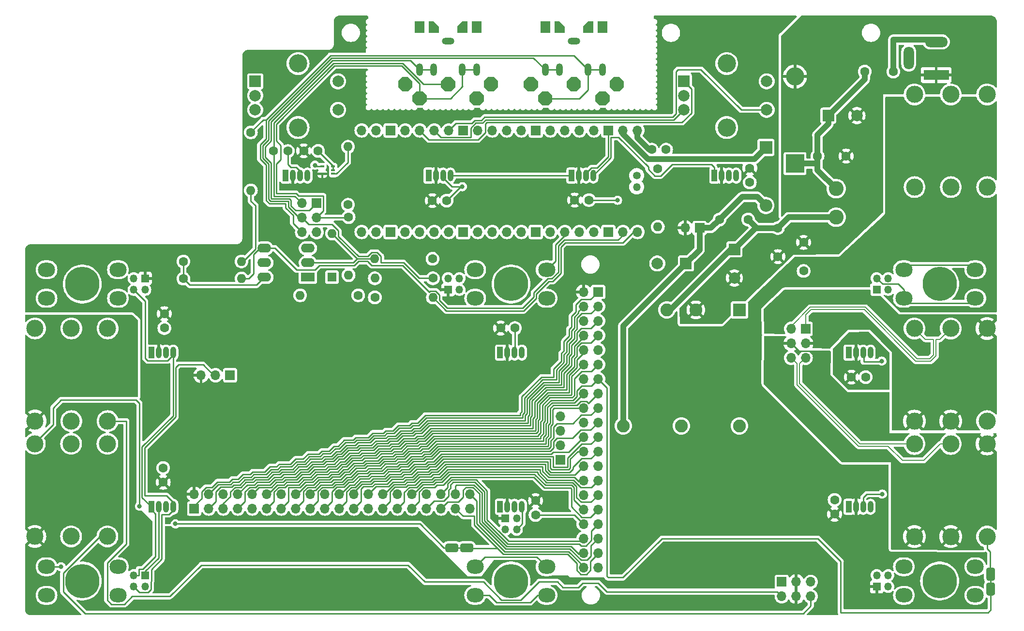
<source format=gtl>
G04 #@! TF.GenerationSoftware,KiCad,Pcbnew,7.0.7-7.0.7~ubuntu23.04.1*
G04 #@! TF.CreationDate,2023-09-10T12:49:34+00:00*
G04 #@! TF.ProjectId,pedalboard-hw,70656461-6c62-46f6-9172-642d68772e6b,2.1.0*
G04 #@! TF.SameCoordinates,Original*
G04 #@! TF.FileFunction,Copper,L1,Top*
G04 #@! TF.FilePolarity,Positive*
%FSLAX46Y46*%
G04 Gerber Fmt 4.6, Leading zero omitted, Abs format (unit mm)*
G04 Created by KiCad (PCBNEW 7.0.7-7.0.7~ubuntu23.04.1) date 2023-09-10 12:49:34*
%MOMM*%
%LPD*%
G01*
G04 APERTURE LIST*
G04 #@! TA.AperFunction,EtchedComponent*
%ADD10C,0.250000*%
G04 #@! TD*
G04 #@! TA.AperFunction,ComponentPad*
%ADD11C,1.600000*%
G04 #@! TD*
G04 #@! TA.AperFunction,ComponentPad*
%ADD12O,1.200000X2.200000*%
G04 #@! TD*
G04 #@! TA.AperFunction,ComponentPad*
%ADD13O,2.200000X1.200000*%
G04 #@! TD*
G04 #@! TA.AperFunction,ComponentPad*
%ADD14C,3.000000*%
G04 #@! TD*
G04 #@! TA.AperFunction,ComponentPad*
%ADD15R,4.400000X1.800000*%
G04 #@! TD*
G04 #@! TA.AperFunction,ComponentPad*
%ADD16O,4.000000X1.800000*%
G04 #@! TD*
G04 #@! TA.AperFunction,ComponentPad*
%ADD17O,1.800000X4.000000*%
G04 #@! TD*
G04 #@! TA.AperFunction,WasherPad*
%ADD18C,6.000000*%
G04 #@! TD*
G04 #@! TA.AperFunction,ComponentPad*
%ADD19R,1.350000X1.350000*%
G04 #@! TD*
G04 #@! TA.AperFunction,ComponentPad*
%ADD20O,1.350000X1.350000*%
G04 #@! TD*
G04 #@! TA.AperFunction,ComponentPad*
%ADD21O,1.600000X1.600000*%
G04 #@! TD*
G04 #@! TA.AperFunction,ComponentPad*
%ADD22R,1.000000X2.000000*%
G04 #@! TD*
G04 #@! TA.AperFunction,ComponentPad*
%ADD23O,1.000000X2.000000*%
G04 #@! TD*
G04 #@! TA.AperFunction,ComponentPad*
%ADD24R,2.250000X2.250000*%
G04 #@! TD*
G04 #@! TA.AperFunction,ComponentPad*
%ADD25C,2.250000*%
G04 #@! TD*
G04 #@! TA.AperFunction,ComponentPad*
%ADD26R,1.700000X1.700000*%
G04 #@! TD*
G04 #@! TA.AperFunction,ComponentPad*
%ADD27O,1.700000X1.700000*%
G04 #@! TD*
G04 #@! TA.AperFunction,ComponentPad*
%ADD28O,3.000000X2.500000*%
G04 #@! TD*
G04 #@! TA.AperFunction,ComponentPad*
%ADD29R,2.400000X1.600000*%
G04 #@! TD*
G04 #@! TA.AperFunction,ComponentPad*
%ADD30O,2.400000X1.600000*%
G04 #@! TD*
G04 #@! TA.AperFunction,ComponentPad*
%ADD31C,2.600000*%
G04 #@! TD*
G04 #@! TA.AperFunction,ComponentPad*
%ADD32R,1.800000X2.000000*%
G04 #@! TD*
G04 #@! TA.AperFunction,ComponentPad*
%ADD33R,2.000000X2.000000*%
G04 #@! TD*
G04 #@! TA.AperFunction,ComponentPad*
%ADD34C,2.000000*%
G04 #@! TD*
G04 #@! TA.AperFunction,ComponentPad*
%ADD35C,3.200000*%
G04 #@! TD*
G04 #@! TA.AperFunction,ComponentPad*
%ADD36R,1.600000X1.600000*%
G04 #@! TD*
G04 #@! TA.AperFunction,ComponentPad*
%ADD37R,3.200000X3.200000*%
G04 #@! TD*
G04 #@! TA.AperFunction,ComponentPad*
%ADD38O,3.200000X3.200000*%
G04 #@! TD*
G04 #@! TA.AperFunction,SMDPad,CuDef*
%ADD39R,0.650000X0.400000*%
G04 #@! TD*
G04 #@! TA.AperFunction,ComponentPad*
%ADD40R,2.200000X2.200000*%
G04 #@! TD*
G04 #@! TA.AperFunction,ComponentPad*
%ADD41O,2.200000X2.200000*%
G04 #@! TD*
G04 #@! TA.AperFunction,ComponentPad*
%ADD42C,1.350000*%
G04 #@! TD*
G04 #@! TA.AperFunction,ViaPad*
%ADD43C,0.800000*%
G04 #@! TD*
G04 #@! TA.AperFunction,Conductor*
%ADD44C,0.250000*%
G04 #@! TD*
G04 #@! TA.AperFunction,Conductor*
%ADD45C,1.000000*%
G04 #@! TD*
G04 #@! TA.AperFunction,Conductor*
%ADD46C,0.200000*%
G04 #@! TD*
G04 APERTURE END LIST*
D10*
X95813000Y-113200000D02*
X96127000Y-113200000D01*
X188930000Y-118949000D02*
X188930000Y-119263000D01*
D11*
X146800000Y-46700000D03*
X146800000Y-49200000D03*
D12*
X121000000Y-29500000D03*
X118500000Y-29500000D03*
D13*
X116000000Y-24500000D03*
D12*
X111000000Y-29500000D03*
X113500000Y-29500000D03*
D14*
X28050000Y-111200000D03*
X28050000Y-94970000D03*
X21700000Y-111200000D03*
X21700000Y-94970000D03*
X34400000Y-111200000D03*
X34400000Y-94970000D03*
D11*
X158637600Y-44600000D03*
X163637600Y-44600000D03*
D15*
X179400000Y-30400000D03*
D16*
X179400000Y-24600000D03*
D17*
X174600000Y-27400000D03*
D18*
X30000000Y-119000000D03*
D19*
X41000000Y-66000000D03*
D20*
X41000000Y-68000000D03*
X39000000Y-66000000D03*
X39000000Y-68000000D03*
D11*
X130700000Y-46820000D03*
D21*
X130700000Y-56980000D03*
D22*
X115600000Y-48000000D03*
D23*
X116870000Y-48000000D03*
X118140000Y-48000000D03*
X119410000Y-48000000D03*
D18*
X105000000Y-67000000D03*
X30000000Y-67000000D03*
D14*
X28085000Y-91000000D03*
X28085000Y-74770000D03*
X21735000Y-91000000D03*
X21735000Y-74770000D03*
X34435000Y-91000000D03*
X34435000Y-74770000D03*
D24*
X144960000Y-71520000D03*
D25*
X137340000Y-71520000D03*
X132260000Y-71520000D03*
X124640000Y-91840000D03*
X134800000Y-91840000D03*
X144960000Y-91840000D03*
D14*
X181950000Y-94995000D03*
X181950000Y-111225000D03*
X188300000Y-94995000D03*
X188300000Y-111225000D03*
X175600000Y-94995000D03*
X175600000Y-111225000D03*
G04 #@! TA.AperFunction,SMDPad,CuDef*
G36*
G01*
X93527000Y-113581000D02*
X93527000Y-112819000D01*
G75*
G02*
X93908000Y-112438000I381000J0D01*
G01*
X95432000Y-112438000D01*
G75*
G02*
X95813000Y-112819000I0J-381000D01*
G01*
X95813000Y-113581000D01*
G75*
G02*
X95432000Y-113962000I-381000J0D01*
G01*
X93908000Y-113962000D01*
G75*
G02*
X93527000Y-113581000I0J381000D01*
G01*
G37*
G04 #@! TD.AperFunction*
G04 #@! TA.AperFunction,SMDPad,CuDef*
G36*
G01*
X96127000Y-113581000D02*
X96127000Y-112819000D01*
G75*
G02*
X96508000Y-112438000I381000J0D01*
G01*
X98032000Y-112438000D01*
G75*
G02*
X98413000Y-112819000I0J-381000D01*
G01*
X98413000Y-113581000D01*
G75*
G02*
X98032000Y-113962000I-381000J0D01*
G01*
X96508000Y-113962000D01*
G75*
G02*
X96127000Y-113581000I0J381000D01*
G01*
G37*
G04 #@! TD.AperFunction*
D22*
X140600000Y-48000000D03*
D23*
X141870000Y-48000000D03*
X143140000Y-48000000D03*
X144410000Y-48000000D03*
D11*
X109310000Y-104930000D03*
X109310000Y-107430000D03*
D22*
X103100000Y-106000000D03*
D23*
X104370000Y-106000000D03*
X105640000Y-106000000D03*
X106910000Y-106000000D03*
D19*
X169000000Y-120000000D03*
D20*
X169000000Y-118000000D03*
X171000000Y-120000000D03*
X171000000Y-118000000D03*
D26*
X49590000Y-106320000D03*
D27*
X49590000Y-103780000D03*
X52130000Y-106320000D03*
X52130000Y-103780000D03*
X54670000Y-106320000D03*
X54670000Y-103780000D03*
X57210000Y-106320000D03*
X57210000Y-103780000D03*
X59750000Y-106320000D03*
X59750000Y-103780000D03*
X62290000Y-106320000D03*
X62290000Y-103780000D03*
X64830000Y-106320000D03*
X64830000Y-103780000D03*
X67370000Y-106320000D03*
X67370000Y-103780000D03*
X69910000Y-106320000D03*
X69910000Y-103780000D03*
X72450000Y-106320000D03*
X72450000Y-103780000D03*
X74990000Y-106320000D03*
X74990000Y-103780000D03*
X77530000Y-106320000D03*
X77530000Y-103780000D03*
X80070000Y-106320000D03*
X80070000Y-103780000D03*
X82610000Y-106320000D03*
X82610000Y-103780000D03*
X85150000Y-106320000D03*
X85150000Y-103780000D03*
X87690000Y-106320000D03*
X87690000Y-103780000D03*
X90230000Y-106320000D03*
X90230000Y-103780000D03*
X92770000Y-106320000D03*
X92770000Y-103780000D03*
X95310000Y-106320000D03*
X95310000Y-103780000D03*
X97850000Y-106320000D03*
X97850000Y-103780000D03*
D11*
X161620000Y-107300000D03*
X161620000Y-104800000D03*
D19*
X41000000Y-118000000D03*
D20*
X41000000Y-120000000D03*
X39000000Y-118000000D03*
X39000000Y-120000000D03*
D11*
X44155000Y-101700000D03*
X44155000Y-99200000D03*
D28*
X98750000Y-64500000D03*
X111250000Y-64500000D03*
X98750000Y-69500000D03*
X111250000Y-69500000D03*
D22*
X42100000Y-79000000D03*
D23*
X43370000Y-79000000D03*
X44640000Y-79000000D03*
X45910000Y-79000000D03*
D19*
X94000000Y-68000000D03*
D20*
X94000000Y-66000000D03*
X96000000Y-68000000D03*
X96000000Y-66000000D03*
D11*
X76500000Y-53105000D03*
D21*
X76500000Y-42945000D03*
D29*
X69475000Y-65800000D03*
D30*
X69475000Y-63260000D03*
X69475000Y-60720000D03*
X61855000Y-60720000D03*
X61855000Y-63260000D03*
X61855000Y-65800000D03*
D31*
X161900000Y-50300000D03*
X161900000Y-55300000D03*
D14*
X181965000Y-33800000D03*
X181965000Y-50030000D03*
X188315000Y-33800000D03*
X188315000Y-50030000D03*
X175615000Y-33800000D03*
X175615000Y-50030000D03*
D11*
X63475000Y-43700000D03*
X65975000Y-43700000D03*
G04 #@! TA.AperFunction,ComponentPad*
G36*
X109750000Y-32517767D02*
G01*
X109017767Y-33250000D01*
X107982233Y-33250000D01*
X107250000Y-32517767D01*
X107250000Y-31482233D01*
X107982233Y-30750000D01*
X109017767Y-30750000D01*
X109750000Y-31482233D01*
X109750000Y-32517767D01*
G37*
G04 #@! TD.AperFunction*
G04 #@! TA.AperFunction,ComponentPad*
G36*
X116517767Y-30750000D02*
G01*
X117250000Y-31482233D01*
X117250000Y-32517767D01*
X116517767Y-33250000D01*
X115482233Y-33250000D01*
X114750000Y-32517767D01*
X114750000Y-31482233D01*
X115482233Y-30750000D01*
X116517767Y-30750000D01*
G37*
G04 #@! TD.AperFunction*
G04 #@! TA.AperFunction,ComponentPad*
G36*
X124750000Y-32517767D02*
G01*
X124017767Y-33250000D01*
X122982233Y-33250000D01*
X122250000Y-32517767D01*
X122250000Y-31482233D01*
X122982233Y-30750000D01*
X124017767Y-30750000D01*
X124750000Y-31482233D01*
X124750000Y-32517767D01*
G37*
G04 #@! TD.AperFunction*
G04 #@! TA.AperFunction,ComponentPad*
G36*
X112250000Y-35017767D02*
G01*
X111517767Y-35750000D01*
X110482233Y-35750000D01*
X109750000Y-35017767D01*
X109750000Y-33982233D01*
X110482233Y-33250000D01*
X111517767Y-33250000D01*
X112250000Y-33982233D01*
X112250000Y-35017767D01*
G37*
G04 #@! TD.AperFunction*
G04 #@! TA.AperFunction,ComponentPad*
G36*
X122250000Y-35017767D02*
G01*
X121517767Y-35750000D01*
X120482233Y-35750000D01*
X119750000Y-35017767D01*
X119750000Y-33982233D01*
X120482233Y-33250000D01*
X121517767Y-33250000D01*
X122250000Y-33982233D01*
X122250000Y-35017767D01*
G37*
G04 #@! TD.AperFunction*
G04 #@! TA.AperFunction,ComponentPad*
G36*
X119400000Y-23000000D02*
G01*
X117600000Y-23000000D01*
X117600000Y-21900000D01*
X118500000Y-21000000D01*
X119400000Y-21000000D01*
X119400000Y-23000000D01*
G37*
G04 #@! TD.AperFunction*
D32*
X121000000Y-22000000D03*
X111000000Y-22000000D03*
G04 #@! TA.AperFunction,ComponentPad*
G36*
X114400000Y-23000000D02*
G01*
X112600000Y-23000000D01*
X112600000Y-21000000D01*
X113500000Y-21000000D01*
X114400000Y-21900000D01*
X114400000Y-23000000D01*
G37*
G04 #@! TD.AperFunction*
D22*
X90600000Y-48000000D03*
D23*
X91870000Y-48000000D03*
X93140000Y-48000000D03*
X94410000Y-48000000D03*
D33*
X60250000Y-31500000D03*
D34*
X60250000Y-36500000D03*
X60250000Y-34000000D03*
D35*
X67750000Y-28400000D03*
X67750000Y-39600000D03*
D34*
X74750000Y-36500000D03*
X74750000Y-31500000D03*
D11*
X68750000Y-43675000D03*
X71250000Y-43675000D03*
X164570000Y-83300000D03*
X167070000Y-83300000D03*
D33*
X144100000Y-60932323D03*
D34*
X144100000Y-65932323D03*
D19*
X169000000Y-68000000D03*
D20*
X169000000Y-66000000D03*
X171000000Y-68000000D03*
X171000000Y-66000000D03*
D18*
X180000000Y-67000000D03*
D11*
X78280000Y-68980000D03*
D21*
X68120000Y-68980000D03*
D33*
X135600000Y-63400000D03*
D34*
X130600000Y-63400000D03*
D22*
X65600000Y-48000000D03*
D23*
X66870000Y-48000000D03*
X68140000Y-48000000D03*
X69410000Y-48000000D03*
D11*
X91250000Y-52400000D03*
X93750000Y-52400000D03*
D14*
X181950000Y-74780000D03*
X181950000Y-91010000D03*
X188300000Y-74780000D03*
X188300000Y-91010000D03*
X175600000Y-74780000D03*
X175600000Y-91010000D03*
D18*
X105000000Y-119000000D03*
D28*
X23750000Y-64500000D03*
X36250000Y-64500000D03*
X23750000Y-69500000D03*
X36250000Y-69500000D03*
D11*
X129650000Y-43470000D03*
X132150000Y-43470000D03*
X47695000Y-63050000D03*
D21*
X57855000Y-63050000D03*
D33*
X160532323Y-37500000D03*
D34*
X165532323Y-37500000D03*
D19*
X104000000Y-108000000D03*
D20*
X106000000Y-108000000D03*
X104000000Y-110000000D03*
X106000000Y-110000000D03*
D22*
X164100000Y-79000000D03*
D23*
X165370000Y-79000000D03*
X166640000Y-79000000D03*
X167910000Y-79000000D03*
D11*
X81190000Y-69340000D03*
D21*
X91350000Y-69340000D03*
D22*
X42100000Y-106000000D03*
D23*
X43370000Y-106000000D03*
X44640000Y-106000000D03*
X45910000Y-106000000D03*
D11*
X76600000Y-55270000D03*
D21*
X76600000Y-65430000D03*
D11*
X146500000Y-55700000D03*
X141500000Y-55700000D03*
D36*
X73700000Y-65775000D03*
D21*
X73700000Y-58155000D03*
D11*
X116150000Y-52300000D03*
X118650000Y-52300000D03*
D37*
X154700000Y-45900000D03*
D38*
X154700000Y-30660000D03*
D11*
X91280000Y-62575000D03*
D21*
X81120000Y-62575000D03*
D11*
X171900000Y-29800000D03*
X166900000Y-29800000D03*
X151700000Y-57200000D03*
X151700000Y-62200000D03*
D22*
X164100000Y-106000000D03*
D23*
X165370000Y-106000000D03*
X166640000Y-106000000D03*
X167910000Y-106000000D03*
D28*
X173750000Y-116500000D03*
X186250000Y-116500000D03*
X173750000Y-121500000D03*
X186250000Y-121500000D03*
D18*
X180000000Y-119000000D03*
D28*
X173750000Y-64500000D03*
X186250000Y-64500000D03*
X173750000Y-69500000D03*
X186250000Y-69500000D03*
D11*
X103200000Y-74700000D03*
X105700000Y-74700000D03*
D28*
X23750000Y-116500000D03*
X36250000Y-116500000D03*
X23750000Y-121500000D03*
X36250000Y-121500000D03*
D11*
X91350000Y-65980000D03*
D21*
X81190000Y-65980000D03*
D39*
X73900000Y-47700000D03*
X73900000Y-47050000D03*
X73900000Y-46400000D03*
X72000000Y-46400000D03*
X72000000Y-47700000D03*
D33*
X135250000Y-31500000D03*
D34*
X135250000Y-36500000D03*
X135250000Y-34000000D03*
D35*
X142750000Y-28400000D03*
X142750000Y-39600000D03*
D34*
X149750000Y-36500000D03*
X149750000Y-31500000D03*
D11*
X47695000Y-66050000D03*
D21*
X57855000Y-66050000D03*
D28*
X98750000Y-116500000D03*
X111250000Y-116500000D03*
X98750000Y-121500000D03*
X111250000Y-121500000D03*
D11*
X156200000Y-64700000D03*
X156200000Y-59700000D03*
G04 #@! TA.AperFunction,ComponentPad*
G36*
X87755500Y-32517767D02*
G01*
X87023267Y-33250000D01*
X85987733Y-33250000D01*
X85255500Y-32517767D01*
X85255500Y-31482233D01*
X85987733Y-30750000D01*
X87023267Y-30750000D01*
X87755500Y-31482233D01*
X87755500Y-32517767D01*
G37*
G04 #@! TD.AperFunction*
G04 #@! TA.AperFunction,ComponentPad*
G36*
X94523267Y-30750000D02*
G01*
X95255500Y-31482233D01*
X95255500Y-32517767D01*
X94523267Y-33250000D01*
X93487733Y-33250000D01*
X92755500Y-32517767D01*
X92755500Y-31482233D01*
X93487733Y-30750000D01*
X94523267Y-30750000D01*
G37*
G04 #@! TD.AperFunction*
G04 #@! TA.AperFunction,ComponentPad*
G36*
X102755500Y-32517767D02*
G01*
X102023267Y-33250000D01*
X100987733Y-33250000D01*
X100255500Y-32517767D01*
X100255500Y-31482233D01*
X100987733Y-30750000D01*
X102023267Y-30750000D01*
X102755500Y-31482233D01*
X102755500Y-32517767D01*
G37*
G04 #@! TD.AperFunction*
G04 #@! TA.AperFunction,ComponentPad*
G36*
X90255500Y-35017767D02*
G01*
X89523267Y-35750000D01*
X88487733Y-35750000D01*
X87755500Y-35017767D01*
X87755500Y-33982233D01*
X88487733Y-33250000D01*
X89523267Y-33250000D01*
X90255500Y-33982233D01*
X90255500Y-35017767D01*
G37*
G04 #@! TD.AperFunction*
G04 #@! TA.AperFunction,ComponentPad*
G36*
X100255500Y-35017767D02*
G01*
X99523267Y-35750000D01*
X98487733Y-35750000D01*
X97755500Y-35017767D01*
X97755500Y-33982233D01*
X98487733Y-33250000D01*
X99523267Y-33250000D01*
X100255500Y-33982233D01*
X100255500Y-35017767D01*
G37*
G04 #@! TD.AperFunction*
G04 #@! TA.AperFunction,ComponentPad*
G36*
X97405500Y-23000000D02*
G01*
X95605500Y-23000000D01*
X95605500Y-21900000D01*
X96505500Y-21000000D01*
X97405500Y-21000000D01*
X97405500Y-23000000D01*
G37*
G04 #@! TD.AperFunction*
D32*
X99005500Y-22000000D03*
X89005500Y-22000000D03*
G04 #@! TA.AperFunction,ComponentPad*
G36*
X92405500Y-23000000D02*
G01*
X90605500Y-23000000D01*
X90605500Y-21000000D01*
X91505500Y-21000000D01*
X92405500Y-21900000D01*
X92405500Y-23000000D01*
G37*
G04 #@! TD.AperFunction*
D11*
X44355000Y-72200000D03*
X44355000Y-74700000D03*
G04 #@! TA.AperFunction,SMDPad,CuDef*
G36*
G01*
X188549000Y-116663000D02*
X189311000Y-116663000D01*
G75*
G02*
X189692000Y-117044000I0J-381000D01*
G01*
X189692000Y-118568000D01*
G75*
G02*
X189311000Y-118949000I-381000J0D01*
G01*
X188549000Y-118949000D01*
G75*
G02*
X188168000Y-118568000I0J381000D01*
G01*
X188168000Y-117044000D01*
G75*
G02*
X188549000Y-116663000I381000J0D01*
G01*
G37*
G04 #@! TD.AperFunction*
G04 #@! TA.AperFunction,SMDPad,CuDef*
G36*
G01*
X188549000Y-119263000D02*
X189311000Y-119263000D01*
G75*
G02*
X189692000Y-119644000I0J-381000D01*
G01*
X189692000Y-121168000D01*
G75*
G02*
X189311000Y-121549000I-381000J0D01*
G01*
X188549000Y-121549000D01*
G75*
G02*
X188168000Y-121168000I0J381000D01*
G01*
X188168000Y-119644000D01*
G75*
G02*
X188549000Y-119263000I381000J0D01*
G01*
G37*
G04 #@! TD.AperFunction*
D40*
X149606000Y-43078400D03*
D41*
X149606000Y-53238400D03*
D22*
X103100000Y-79000000D03*
D23*
X104370000Y-79000000D03*
X105640000Y-79000000D03*
X106910000Y-79000000D03*
D11*
X59500000Y-40445000D03*
D21*
X59500000Y-50605000D03*
D12*
X99000000Y-29500000D03*
X96500000Y-29500000D03*
D13*
X94000000Y-24500000D03*
D12*
X89000000Y-29500000D03*
X91500000Y-29500000D03*
D26*
X113625000Y-97780000D03*
D27*
X113625000Y-95240000D03*
X113625000Y-92700000D03*
X113625000Y-90160000D03*
D26*
X138000000Y-57175000D03*
D27*
X135460000Y-57175000D03*
D42*
X127000000Y-48000000D03*
D20*
X127000000Y-50000000D03*
D27*
X127130000Y-57890000D03*
X124590000Y-57890000D03*
D26*
X122050000Y-57890000D03*
D27*
X119510000Y-57890000D03*
X116970000Y-57890000D03*
X114430000Y-57890000D03*
X111890000Y-57890000D03*
D26*
X109350000Y-57890000D03*
D27*
X106810000Y-57890000D03*
X104270000Y-57890000D03*
X101730000Y-57890000D03*
X99190000Y-57890000D03*
D26*
X96650000Y-57890000D03*
D27*
X94110000Y-57890000D03*
X91570000Y-57890000D03*
X89030000Y-57890000D03*
X86490000Y-57890000D03*
D26*
X83950000Y-57890000D03*
D27*
X81410000Y-57890000D03*
X78870000Y-57890000D03*
X78870000Y-40110000D03*
X81410000Y-40110000D03*
D26*
X83950000Y-40110000D03*
D27*
X86490000Y-40110000D03*
X89030000Y-40110000D03*
X91570000Y-40110000D03*
X94110000Y-40110000D03*
D26*
X96650000Y-40110000D03*
D27*
X99190000Y-40110000D03*
X101730000Y-40110000D03*
X104270000Y-40110000D03*
X106810000Y-40110000D03*
D26*
X109350000Y-40110000D03*
D27*
X111890000Y-40110000D03*
X114430000Y-40110000D03*
X116970000Y-40110000D03*
X119510000Y-40110000D03*
D26*
X122050000Y-40110000D03*
D27*
X124590000Y-40110000D03*
X127130000Y-40110000D03*
D26*
X55865000Y-82962600D03*
D27*
X53325000Y-82962600D03*
X50785000Y-82962600D03*
D26*
X120250000Y-68375600D03*
D27*
X117710000Y-68375600D03*
X120250000Y-70915600D03*
X117710000Y-70915600D03*
X120250000Y-73455600D03*
X117710000Y-73455600D03*
X120250000Y-75995600D03*
X117710000Y-75995600D03*
X120250000Y-78535600D03*
X117710000Y-78535600D03*
X120250000Y-81075600D03*
X117710000Y-81075600D03*
X120250000Y-83615600D03*
X117710000Y-83615600D03*
X120250000Y-86155600D03*
X117710000Y-86155600D03*
X120250000Y-88695600D03*
X117710000Y-88695600D03*
X120250000Y-91235600D03*
X117710000Y-91235600D03*
X120250000Y-93775600D03*
X117710000Y-93775600D03*
X120250000Y-96315600D03*
X117710000Y-96315600D03*
X120250000Y-98855600D03*
X117710000Y-98855600D03*
X120250000Y-101395600D03*
X117710000Y-101395600D03*
X120250000Y-103935600D03*
X117710000Y-103935600D03*
X120250000Y-106475600D03*
X117710000Y-106475600D03*
X120250000Y-109015600D03*
X117710000Y-109015600D03*
X120250000Y-111555600D03*
X117710000Y-111555600D03*
X120250000Y-114095600D03*
X117710000Y-114095600D03*
X120250000Y-116635600D03*
X117710000Y-116635600D03*
D26*
X156555000Y-74845600D03*
D27*
X154015000Y-74845600D03*
X156555000Y-77385600D03*
X154015000Y-77385600D03*
X156555000Y-79925600D03*
X154015000Y-79925600D03*
D26*
X152380000Y-119150600D03*
D27*
X152380000Y-121690600D03*
X154920000Y-119150600D03*
X154920000Y-121690600D03*
X157460000Y-119150600D03*
X157460000Y-121690600D03*
D26*
X71000000Y-52850000D03*
D27*
X68460000Y-52850000D03*
X71000000Y-55390000D03*
X68460000Y-55390000D03*
X71000000Y-57930000D03*
X68460000Y-57930000D03*
D43*
X169900000Y-80500000D03*
X169976800Y-103784400D03*
X96500000Y-49950000D03*
X123650000Y-52324000D03*
X26299500Y-116500000D03*
X70700000Y-46200000D03*
X178800000Y-93800000D03*
X47100000Y-116300000D03*
X40000000Y-105900000D03*
X46300000Y-109000000D03*
D44*
X167233600Y-103784400D02*
X166640000Y-104378000D01*
X169800000Y-80600000D02*
X169900000Y-80500000D01*
X68140000Y-47270000D02*
X67445000Y-46575000D01*
X101180000Y-121500000D02*
X102455000Y-122775000D01*
X119083274Y-46660000D02*
X120113604Y-46660000D01*
X96200000Y-49950000D02*
X96500000Y-49950000D01*
X94693274Y-49950000D02*
X96500000Y-49950000D01*
X174575000Y-70325000D02*
X173750000Y-69500000D01*
X73900000Y-46400000D02*
X73900000Y-46325000D01*
X102455000Y-122775000D02*
X108365000Y-122775000D01*
X122050000Y-44723604D02*
X122050000Y-40110000D01*
X118140000Y-47688776D02*
X118140000Y-47603274D01*
X170000000Y-67000000D02*
X169000000Y-66000000D01*
X169976800Y-103784400D02*
X167233600Y-103784400D01*
X93750000Y-52400000D02*
X96200000Y-49950000D01*
X109640000Y-121500000D02*
X111250000Y-121500000D01*
X120113604Y-46660000D02*
X122050000Y-44723604D01*
X73900000Y-46325000D02*
X71250000Y-43675000D01*
X67445000Y-46575000D02*
X66486852Y-46575000D01*
X166700000Y-79425000D02*
X166700000Y-80600000D01*
X172750000Y-67000000D02*
X170000000Y-67000000D01*
X166700000Y-80600000D02*
X169800000Y-80600000D01*
X166640000Y-104378000D02*
X166640000Y-106000000D01*
X73900000Y-46400000D02*
X73900000Y-47050000D01*
X185425000Y-70325000D02*
X174575000Y-70325000D01*
X116124400Y-107430000D02*
X117710000Y-109015600D01*
X109310000Y-107430000D02*
X116124400Y-107430000D01*
X98750000Y-121500000D02*
X101180000Y-121500000D01*
X105700000Y-74700000D02*
X105700000Y-78940000D01*
X186250000Y-69500000D02*
X185425000Y-70325000D01*
X173750000Y-69500000D02*
X173750000Y-68000000D01*
X93140000Y-48396726D02*
X94693274Y-49950000D01*
X66486852Y-46575000D02*
X65970000Y-46058148D01*
X123626000Y-52300000D02*
X123650000Y-52324000D01*
X108365000Y-122775000D02*
X109640000Y-121500000D01*
X65970000Y-46058148D02*
X65970000Y-43705000D01*
X173750000Y-68000000D02*
X172750000Y-67000000D01*
X65970000Y-43705000D02*
X65975000Y-43700000D01*
X68140000Y-48000000D02*
X68140000Y-47270000D01*
X93140000Y-48000000D02*
X93140000Y-48396726D01*
X118650000Y-52300000D02*
X123626000Y-52300000D01*
X118140000Y-47603274D02*
X119083274Y-46660000D01*
X47695000Y-63050000D02*
X47695000Y-66050000D01*
X47695000Y-66050000D02*
X48820000Y-67175000D01*
X48820000Y-67175000D02*
X60480000Y-67175000D01*
X60480000Y-67175000D02*
X61855000Y-65800000D01*
X94410000Y-48000000D02*
X115600000Y-48000000D01*
X129032000Y-46884412D02*
X130204388Y-48056800D01*
X129032000Y-46469348D02*
X129032000Y-46884412D01*
X119410000Y-48000000D02*
X122500000Y-44910000D01*
X131195612Y-48056800D02*
X133227412Y-46025000D01*
X140055800Y-46025000D02*
X140600000Y-46569200D01*
X140600000Y-46569200D02*
X140600000Y-48000000D01*
X123847652Y-41285000D02*
X129032000Y-46469348D01*
X130204388Y-48056800D02*
X131195612Y-48056800D01*
X133227412Y-46025000D02*
X140055800Y-46025000D01*
X122500000Y-41285000D02*
X123847652Y-41285000D01*
X122500000Y-44910000D02*
X122500000Y-41285000D01*
X107000000Y-106090000D02*
X107000000Y-109000000D01*
X107000000Y-109000000D02*
X106000000Y-110000000D01*
X42100000Y-106000000D02*
X40450000Y-104350000D01*
X43758148Y-80420000D02*
X44886726Y-80420000D01*
X39900000Y-118000000D02*
X39900000Y-116900000D01*
X42820000Y-107258148D02*
X42100000Y-106538148D01*
X41000000Y-70000000D02*
X41000000Y-79985000D01*
X41000000Y-79985000D02*
X41440000Y-80425000D01*
X40622182Y-116900000D02*
X42820000Y-114702182D01*
X39900000Y-116900000D02*
X40622182Y-116900000D01*
X39000000Y-68000000D02*
X41000000Y-70000000D01*
X44886726Y-80420000D02*
X45910000Y-79396726D01*
X39000000Y-118000000D02*
X39900000Y-118000000D01*
X40450000Y-104350000D02*
X40450000Y-95520000D01*
X43753148Y-80425000D02*
X43758148Y-80420000D01*
X45910000Y-90060000D02*
X45910000Y-79000000D01*
X45910000Y-79396726D02*
X45910000Y-79365000D01*
X42820000Y-114702182D02*
X42820000Y-107258148D01*
X41440000Y-80425000D02*
X43753148Y-80425000D01*
X40450000Y-95520000D02*
X45910000Y-90060000D01*
X42100000Y-106538148D02*
X42100000Y-106452645D01*
X42000000Y-120500000D02*
X41500000Y-121000000D01*
X45910000Y-105635000D02*
X45910000Y-105230000D01*
X46360000Y-81584800D02*
X46817200Y-81127600D01*
X42000000Y-119100000D02*
X42000000Y-120500000D01*
X46817200Y-81127600D02*
X51127600Y-81127600D01*
X51127600Y-81127600D02*
X52962600Y-82962600D01*
X46360000Y-90246396D02*
X46360000Y-81584800D01*
X43920000Y-107330000D02*
X43920000Y-115157818D01*
X40000000Y-121000000D02*
X39000000Y-120000000D01*
X41500000Y-121000000D02*
X40000000Y-121000000D01*
X42100000Y-119000000D02*
X42000000Y-119100000D01*
X45910000Y-106590000D02*
X45170000Y-107330000D01*
X45910000Y-106311224D02*
X45910000Y-106590000D01*
X40900000Y-104089200D02*
X40900000Y-95706396D01*
X45170000Y-107330000D02*
X43920000Y-107330000D01*
X40900000Y-95706396D02*
X46360000Y-90246396D01*
X45910000Y-105230000D02*
X44769200Y-104089200D01*
X52962600Y-82962600D02*
X53325000Y-82962600D01*
X44769200Y-104089200D02*
X40900000Y-104089200D01*
X43920000Y-115157818D02*
X42100000Y-116977818D01*
X42100000Y-116977818D02*
X42100000Y-119000000D01*
X73700000Y-58155000D02*
X78120000Y-62575000D01*
X69475000Y-63260000D02*
X77435000Y-63260000D01*
X77435000Y-63260000D02*
X78120000Y-62575000D01*
X81120000Y-62575000D02*
X78120000Y-62575000D01*
X73946347Y-98065200D02*
X74806547Y-97205000D01*
X81549567Y-94900000D02*
X83453171Y-94900000D01*
X83848171Y-94505000D02*
X85115379Y-94505000D01*
X60102208Y-102155000D02*
X60555406Y-101701802D01*
X72189339Y-98555000D02*
X72679139Y-98065200D01*
X67175024Y-100355000D02*
X68075024Y-99455000D01*
X57210000Y-103780000D02*
X58835000Y-102155000D01*
X108400000Y-90360735D02*
X108700000Y-90060735D01*
X115635000Y-79883020D02*
X116085000Y-79433020D01*
X115635000Y-81241412D02*
X115635000Y-79883020D01*
X108700000Y-87468832D02*
X111073232Y-85095600D01*
X69385735Y-99455000D02*
X70285735Y-98555000D01*
X63597715Y-100805000D02*
X64733020Y-100805000D01*
X60555406Y-101701802D02*
X62700913Y-101701802D01*
X80772764Y-95676803D02*
X81549567Y-94900000D01*
X65183020Y-100355000D02*
X67175024Y-100355000D01*
X87953031Y-93570952D02*
X88368983Y-93155000D01*
X58835000Y-102155000D02*
X60102208Y-102155000D01*
X114284998Y-82591414D02*
X115635000Y-81241412D01*
X108700000Y-90060735D02*
X108700000Y-87468832D01*
X89394288Y-93155000D02*
X90749288Y-91800000D01*
X74806547Y-97205000D02*
X75495456Y-97205000D01*
X111073232Y-85095600D02*
X114284998Y-85095600D01*
X68075024Y-99455000D02*
X69385735Y-99455000D01*
X78160456Y-96110000D02*
X78593653Y-95676803D01*
X88368983Y-93155000D02*
X89394288Y-93155000D01*
X116085000Y-79433020D02*
X116085000Y-77862503D01*
X85115379Y-94505000D02*
X86049427Y-93570952D01*
X108400000Y-91800000D02*
X108400000Y-90360735D01*
X64733020Y-100805000D02*
X65183020Y-100355000D01*
X86049427Y-93570952D02*
X87953031Y-93570952D01*
X70285735Y-98555000D02*
X72189339Y-98555000D01*
X90749288Y-91800000D02*
X108400000Y-91800000D01*
X83453171Y-94900000D02*
X83848171Y-94505000D01*
X78593653Y-95676803D02*
X80772764Y-95676803D01*
X114284998Y-85095600D02*
X114284998Y-82591414D01*
X75495456Y-97205000D02*
X76590456Y-96110000D01*
X62700913Y-101701802D02*
X63597715Y-100805000D01*
X72679139Y-98065200D02*
X73946347Y-98065200D01*
X76590456Y-96110000D02*
X78160456Y-96110000D01*
X116085000Y-77862503D02*
X117710000Y-76237503D01*
X91122080Y-92700000D02*
X109237131Y-92700000D01*
X88325823Y-94470952D02*
X88741775Y-94055000D01*
X63070507Y-102605000D02*
X63970507Y-101705000D01*
X115184998Y-85995600D02*
X115184998Y-82964206D01*
X85488171Y-95405000D02*
X86422219Y-94470952D01*
X81145556Y-96576803D02*
X81922359Y-95800000D01*
X88741775Y-94055000D02*
X89767080Y-94055000D01*
X59750000Y-103780000D02*
X60925000Y-102605000D01*
X116560952Y-81588252D02*
X116535000Y-81562301D01*
X76963248Y-97010000D02*
X78533248Y-97010000D01*
X109300000Y-92637131D02*
X109300000Y-90733527D01*
X65105812Y-101705000D02*
X65555812Y-101255000D01*
X89767080Y-94055000D02*
X91122080Y-92700000D01*
X65555812Y-101255000D02*
X67547816Y-101255000D01*
X109237131Y-92700000D02*
X109300000Y-92637131D01*
X83825963Y-95800000D02*
X84220963Y-95405000D01*
X70658527Y-99455000D02*
X72562131Y-99455000D01*
X111446024Y-85995600D02*
X115184998Y-85995600D01*
X60925000Y-102605000D02*
X63070507Y-102605000D01*
X78533248Y-97010000D02*
X78966445Y-96576803D01*
X75179339Y-98105000D02*
X75868248Y-98105000D01*
X86422219Y-94470952D02*
X88325823Y-94470952D01*
X109300000Y-90733527D02*
X109600000Y-90433527D01*
X109600000Y-87841624D02*
X111446024Y-85995600D01*
X68447816Y-100355000D02*
X69758527Y-100355000D01*
X72562131Y-99455000D02*
X73051931Y-98965200D01*
X115184998Y-82964206D02*
X116560952Y-81588252D01*
X69758527Y-100355000D02*
X70658527Y-99455000D01*
X73051931Y-98965200D02*
X74319139Y-98965200D01*
X116535000Y-81562301D02*
X116535000Y-80255812D01*
X63970507Y-101705000D02*
X65105812Y-101705000D01*
X84220963Y-95405000D02*
X85488171Y-95405000D01*
X75868248Y-98105000D02*
X76963248Y-97010000D01*
X109600000Y-90433527D02*
X109600000Y-87841624D01*
X67547816Y-101255000D02*
X68447816Y-100355000D01*
X74319139Y-98965200D02*
X75179339Y-98105000D01*
X116535000Y-80255812D02*
X117710000Y-79080812D01*
X78966445Y-96576803D02*
X81145556Y-96576803D01*
X81922359Y-95800000D02*
X83825963Y-95800000D01*
X110327648Y-83295600D02*
X112484998Y-83295600D01*
X53623604Y-101650000D02*
X55769111Y-101650000D01*
X77414872Y-94310000D02*
X77848069Y-93876803D01*
X59356624Y-100355000D02*
X59809822Y-99901802D01*
X116343604Y-70620295D02*
X117263899Y-69700000D01*
X112484998Y-81845830D02*
X113835000Y-80495828D01*
X114285000Y-78687436D02*
X114285000Y-77051319D01*
X115635000Y-72596107D02*
X116343604Y-71887503D01*
X90003704Y-90000000D02*
X106600000Y-90000000D01*
X88648704Y-91355000D02*
X90003704Y-90000000D01*
X77848069Y-93876803D02*
X80027180Y-93876803D01*
X56229111Y-101190000D02*
X57254416Y-101190000D01*
X62852131Y-99005000D02*
X63987436Y-99005000D01*
X75844872Y-94310000D02*
X77414872Y-94310000D01*
X106600000Y-89615151D02*
X106900000Y-89315151D01*
X117263899Y-69700000D02*
X118925600Y-69700000D01*
X61955329Y-99901802D02*
X62852131Y-99005000D01*
X71443755Y-96755000D02*
X71933555Y-96265200D01*
X71933555Y-96265200D02*
X73200763Y-96265200D01*
X49590000Y-105840000D02*
X50900000Y-104530000D01*
X118925600Y-69700000D02*
X120250000Y-68375600D01*
X112484998Y-83295600D02*
X112484998Y-81845830D01*
X64437436Y-98555000D02*
X66429440Y-98555000D01*
X87623399Y-91355000D02*
X88648704Y-91355000D01*
X66429440Y-98555000D02*
X67329440Y-97655000D01*
X113835000Y-80495828D02*
X113835000Y-79137436D01*
X57254416Y-101190000D02*
X58089416Y-100355000D01*
X87207447Y-91770952D02*
X87623399Y-91355000D01*
X114285000Y-77051319D02*
X115185000Y-76151319D01*
X50900000Y-103348299D02*
X51643299Y-102605000D01*
X59809822Y-99901802D02*
X61955329Y-99901802D01*
X115185000Y-74949711D02*
X115635000Y-74499711D01*
X106900000Y-86723248D02*
X110327648Y-83295600D01*
X115635000Y-74499711D02*
X115635000Y-72596107D01*
X113835000Y-79137436D02*
X114285000Y-78687436D01*
X51643299Y-102605000D02*
X52668604Y-102605000D01*
X74060963Y-95405000D02*
X74749872Y-95405000D01*
X80803983Y-93100000D02*
X82707587Y-93100000D01*
X74749872Y-95405000D02*
X75844872Y-94310000D01*
X67329440Y-97655000D02*
X68640151Y-97655000D01*
X58089416Y-100355000D02*
X59356624Y-100355000D01*
X116343604Y-71887503D02*
X116343604Y-70620295D01*
X55769111Y-101650000D02*
X56229111Y-101190000D01*
X52668604Y-102605000D02*
X53623604Y-101650000D01*
X84369795Y-92705000D02*
X85303843Y-91770952D01*
X83102587Y-92705000D02*
X84369795Y-92705000D01*
X80027180Y-93876803D02*
X80803983Y-93100000D01*
X50900000Y-104530000D02*
X50900000Y-103348299D01*
X69540151Y-96755000D02*
X71443755Y-96755000D01*
X85303843Y-91770952D02*
X87207447Y-91770952D01*
X68640151Y-97655000D02*
X69540151Y-96755000D01*
X115185000Y-76151319D02*
X115185000Y-74884111D01*
X63987436Y-99005000D02*
X64437436Y-98555000D01*
X106900000Y-89315151D02*
X106900000Y-86723248D01*
X82707587Y-93100000D02*
X83102587Y-92705000D01*
X106600000Y-90000000D02*
X106600000Y-89615151D01*
X73200763Y-96265200D02*
X74060963Y-95405000D01*
X87580239Y-92670952D02*
X87996191Y-92255000D01*
X87996191Y-92255000D02*
X89021496Y-92255000D01*
X74433755Y-96305000D02*
X75122664Y-96305000D01*
X59729416Y-101255000D02*
X60182614Y-100801802D01*
X69012943Y-98555000D02*
X69912943Y-97655000D01*
X107800000Y-89687943D02*
X107800000Y-87096040D01*
X117348299Y-72155600D02*
X119010000Y-72155600D01*
X116535000Y-72968899D02*
X117348299Y-72155600D01*
X62328121Y-100801802D02*
X63224923Y-99905000D01*
X64810228Y-99455000D02*
X66802232Y-99455000D01*
X60182614Y-100801802D02*
X62328121Y-100801802D01*
X73573555Y-97165200D02*
X74433755Y-96305000D01*
X90376496Y-90900000D02*
X107500000Y-90900000D01*
X89021496Y-92255000D02*
X90376496Y-90900000D01*
X54238299Y-102550000D02*
X56141903Y-102550000D01*
X113384998Y-84195600D02*
X113384998Y-82218622D01*
X53390800Y-105059200D02*
X53390800Y-103397499D01*
X69912943Y-97655000D02*
X71816547Y-97655000D01*
X56141903Y-102550000D02*
X56536903Y-102155000D01*
X116085000Y-75322503D02*
X116535000Y-74872503D01*
X107500000Y-90900000D02*
X107500000Y-89987943D01*
X64360228Y-99905000D02*
X64810228Y-99455000D01*
X81176775Y-94000000D02*
X83080379Y-94000000D01*
X116535000Y-74872503D02*
X116535000Y-72968899D01*
X72306347Y-97165200D02*
X73573555Y-97165200D01*
X113384998Y-82218622D02*
X114735000Y-80868620D01*
X75122664Y-96305000D02*
X76217664Y-95210000D01*
X119010000Y-72155600D02*
X120250000Y-70915600D01*
X58462208Y-101255000D02*
X59729416Y-101255000D01*
X115185000Y-77424111D02*
X116085000Y-76524111D01*
X53390800Y-103397499D02*
X54238299Y-102550000D01*
X83080379Y-94000000D02*
X83475379Y-93605000D01*
X107500000Y-89987943D02*
X107800000Y-89687943D01*
X114735000Y-80868620D02*
X114735000Y-79510228D01*
X83475379Y-93605000D02*
X84742587Y-93605000D01*
X63224923Y-99905000D02*
X64360228Y-99905000D01*
X77787664Y-95210000D02*
X78220861Y-94776803D01*
X114735000Y-79510228D02*
X115185000Y-79060228D01*
X56536903Y-102155000D02*
X57562208Y-102155000D01*
X116085000Y-76524111D02*
X116085000Y-75322503D01*
X76217664Y-95210000D02*
X77787664Y-95210000D01*
X80399972Y-94776803D02*
X81176775Y-94000000D01*
X84742587Y-93605000D02*
X85676635Y-92670952D01*
X57562208Y-102155000D02*
X58462208Y-101255000D01*
X71816547Y-97655000D02*
X72306347Y-97165200D01*
X66802232Y-99455000D02*
X67702232Y-98555000D01*
X78220861Y-94776803D02*
X80399972Y-94776803D01*
X52130000Y-106320000D02*
X53390800Y-105059200D01*
X67702232Y-98555000D02*
X69012943Y-98555000D01*
X107800000Y-87096040D02*
X110700440Y-84195600D01*
X115185000Y-79060228D02*
X115185000Y-77424111D01*
X110700440Y-84195600D02*
X113384998Y-84195600D01*
X85676635Y-92670952D02*
X87580239Y-92670952D01*
X72492743Y-97615200D02*
X73759951Y-97615200D01*
X115635000Y-79246624D02*
X115635000Y-77676107D01*
X110886836Y-84645600D02*
X113834998Y-84645600D01*
X117328299Y-74715600D02*
X118990000Y-74715600D01*
X115185000Y-79696624D02*
X115635000Y-79246624D01*
X108250000Y-89874339D02*
X108250000Y-87282436D01*
X56723299Y-102605000D02*
X57748604Y-102605000D01*
X89207892Y-92705000D02*
X90562892Y-91350000D01*
X84928983Y-94055000D02*
X85863031Y-93120952D01*
X72002943Y-98105000D02*
X72492743Y-97615200D01*
X77974060Y-95660000D02*
X78407257Y-95226803D01*
X70099339Y-98105000D02*
X72002943Y-98105000D01*
X88182587Y-92705000D02*
X89207892Y-92705000D01*
X73759951Y-97615200D02*
X74620151Y-96755000D01*
X64546624Y-100355000D02*
X64996624Y-99905000D01*
X83661775Y-94055000D02*
X84928983Y-94055000D01*
X55930800Y-103397499D02*
X56723299Y-102605000D01*
X115635000Y-77676107D02*
X116535000Y-76776107D01*
X115185000Y-81055016D02*
X115185000Y-79696624D01*
X54670000Y-106320000D02*
X54670000Y-105441701D01*
X63411319Y-100355000D02*
X64546624Y-100355000D01*
X80586368Y-95226803D02*
X81363171Y-94450000D01*
X67888628Y-99005000D02*
X69199339Y-99005000D01*
X108250000Y-87282436D02*
X110886836Y-84645600D01*
X113834998Y-84645600D02*
X113834998Y-82405018D01*
X58648604Y-101705000D02*
X59915812Y-101705000D01*
X107950000Y-91350000D02*
X107950000Y-90174339D01*
X116535000Y-76776107D02*
X116535000Y-75508899D01*
X78407257Y-95226803D02*
X80586368Y-95226803D01*
X54670000Y-105441701D02*
X55930800Y-104180901D01*
X85863031Y-93120952D02*
X87766635Y-93120952D01*
X64996624Y-99905000D02*
X66988628Y-99905000D01*
X113834998Y-82405018D02*
X115185000Y-81055016D01*
X74620151Y-96755000D02*
X75309060Y-96755000D01*
X83266775Y-94450000D02*
X83661775Y-94055000D01*
X81363171Y-94450000D02*
X83266775Y-94450000D01*
X69199339Y-99005000D02*
X70099339Y-98105000D01*
X76404060Y-95660000D02*
X77974060Y-95660000D01*
X59915812Y-101705000D02*
X60369010Y-101251802D01*
X75309060Y-96755000D02*
X76404060Y-95660000D01*
X87766635Y-93120952D02*
X88182587Y-92705000D01*
X60369010Y-101251802D02*
X62514517Y-101251802D01*
X66988628Y-99905000D02*
X67888628Y-99005000D01*
X55930800Y-104180901D02*
X55930800Y-103397499D01*
X90562892Y-91350000D02*
X107950000Y-91350000D01*
X62514517Y-101251802D02*
X63411319Y-100355000D01*
X57748604Y-102605000D02*
X58648604Y-101705000D01*
X107950000Y-90174339D02*
X108250000Y-89874339D01*
X116535000Y-75508899D02*
X117328299Y-74715600D01*
X118990000Y-74715600D02*
X120250000Y-73455600D01*
X70472131Y-99005000D02*
X72375735Y-99005000D01*
X59263299Y-102605000D02*
X60288604Y-102605000D01*
X116535000Y-79619416D02*
X116535000Y-78048899D01*
X78780049Y-96126803D02*
X80959160Y-96126803D01*
X83639567Y-95350000D02*
X84034567Y-94955000D01*
X118970000Y-77275600D02*
X120250000Y-75995600D01*
X76776852Y-96560000D02*
X78346852Y-96560000D01*
X67361420Y-100805000D02*
X68261420Y-99905000D01*
X64919416Y-101255000D02*
X65369416Y-100805000D01*
X86235823Y-94020952D02*
X88139427Y-94020952D01*
X116085000Y-80069416D02*
X116535000Y-79619416D01*
X69572131Y-99905000D02*
X70472131Y-99005000D01*
X78346852Y-96560000D02*
X78780049Y-96126803D01*
X63784111Y-101255000D02*
X64919416Y-101255000D01*
X60738604Y-102155000D02*
X62884111Y-102155000D01*
X88139427Y-94020952D02*
X88555379Y-93605000D01*
X89580684Y-93605000D02*
X90935684Y-92250000D01*
X72375735Y-99005000D02*
X72865535Y-98515200D01*
X116535000Y-78048899D02*
X117308299Y-77275600D01*
X109150000Y-87655228D02*
X111259628Y-85545600D01*
X108850000Y-90547131D02*
X109150000Y-90247131D01*
X109150000Y-90247131D02*
X109150000Y-87655228D01*
X74992943Y-97655000D02*
X75681852Y-97655000D01*
X80959160Y-96126803D02*
X81735963Y-95350000D01*
X81735963Y-95350000D02*
X83639567Y-95350000D01*
X117308299Y-77275600D02*
X118970000Y-77275600D01*
X85301775Y-94955000D02*
X86235823Y-94020952D01*
X90935684Y-92250000D02*
X108850000Y-92250000D01*
X57210000Y-106320000D02*
X58470800Y-105059200D01*
X58470800Y-103397499D02*
X59263299Y-102605000D01*
X111259628Y-85545600D02*
X114734998Y-85545600D01*
X74132743Y-98515200D02*
X74992943Y-97655000D01*
X62884111Y-102155000D02*
X63784111Y-101255000D01*
X84034567Y-94955000D02*
X85301775Y-94955000D01*
X88555379Y-93605000D02*
X89580684Y-93605000D01*
X60288604Y-102605000D02*
X60738604Y-102155000D01*
X72865535Y-98515200D02*
X74132743Y-98515200D01*
X108850000Y-92250000D02*
X108850000Y-90547131D01*
X116085000Y-81427808D02*
X116085000Y-80069416D01*
X75681852Y-97655000D02*
X76776852Y-96560000D01*
X65369416Y-100805000D02*
X67361420Y-100805000D01*
X114734998Y-82777810D02*
X116085000Y-81427808D01*
X114734998Y-85545600D02*
X114734998Y-82777810D01*
X68261420Y-99905000D02*
X69572131Y-99905000D01*
X58470800Y-105059200D02*
X58470800Y-103397499D01*
X79995000Y-63025000D02*
X79995000Y-63040991D01*
X93866396Y-71220000D02*
X107040000Y-71220000D01*
X123760000Y-59300000D02*
X124590000Y-58470000D01*
X111425000Y-66075000D02*
X112152386Y-66075000D01*
X92475000Y-69828604D02*
X93866396Y-71220000D01*
X77621396Y-63710000D02*
X78306396Y-63025000D01*
X90706307Y-68392703D02*
X90884009Y-68215000D01*
X113280698Y-64946688D02*
X113280698Y-60312906D01*
X70730000Y-64490000D02*
X71510000Y-63710000D01*
X108975000Y-69285000D02*
X108975000Y-68525000D01*
X62225000Y-60720000D02*
X63720000Y-60720000D01*
X63720000Y-60720000D02*
X67490000Y-64490000D01*
X67490000Y-64490000D02*
X70730000Y-64490000D01*
X114293604Y-59300000D02*
X123760000Y-59300000D01*
X90884009Y-68215000D02*
X91815991Y-68215000D01*
X60000000Y-65215000D02*
X60000000Y-61800000D01*
X79995000Y-63040991D02*
X80664009Y-63710000D01*
X91815991Y-68215000D02*
X92475000Y-68874009D01*
X80664009Y-63710000D02*
X86023604Y-63710000D01*
X58380000Y-66050000D02*
X59165000Y-66050000D01*
X78306396Y-63025000D02*
X79995000Y-63025000D01*
X107040000Y-71220000D02*
X108975000Y-69285000D01*
X59165000Y-66050000D02*
X60000000Y-65215000D01*
X92475000Y-68874009D02*
X92475000Y-69828604D01*
X60000000Y-61800000D02*
X61080000Y-60720000D01*
X113280698Y-60312906D02*
X114293604Y-59300000D01*
X86023604Y-63710000D02*
X90706307Y-68392703D01*
X71510000Y-63710000D02*
X77621396Y-63710000D01*
X112152386Y-66075000D02*
X113280698Y-64946688D01*
X108975000Y-68525000D02*
X111425000Y-66075000D01*
X113730698Y-65133084D02*
X112338782Y-66525000D01*
X124610000Y-59750000D02*
X114480000Y-59750000D01*
X112338782Y-66525000D02*
X111611396Y-66525000D01*
X107226396Y-71670000D02*
X93680000Y-71670000D01*
X126470000Y-57890000D02*
X124610000Y-59750000D01*
X109425000Y-69471396D02*
X107226396Y-71670000D01*
X113730698Y-60499302D02*
X113730698Y-65133084D01*
X111611396Y-66525000D02*
X109425000Y-68711396D01*
X109425000Y-68711396D02*
X109425000Y-69471396D01*
X114480000Y-59750000D02*
X113730698Y-60499302D01*
X93680000Y-71670000D02*
X91350000Y-69340000D01*
X65316701Y-102605000D02*
X65327701Y-102616000D01*
X65327701Y-102616000D02*
X65467604Y-102616000D01*
X115697208Y-86895600D02*
X116084998Y-86507810D01*
X84198755Y-96700000D02*
X84593755Y-96305000D01*
X78906040Y-97910000D02*
X79339237Y-97476803D01*
X74691931Y-99865200D02*
X75552131Y-99005000D01*
X88698615Y-95370952D02*
X89114567Y-94955000D01*
X82295151Y-96700000D02*
X84198755Y-96700000D01*
X81518348Y-97476803D02*
X82295151Y-96700000D01*
X109750000Y-93459923D02*
X110200000Y-93009923D01*
X64343299Y-102605000D02*
X65316701Y-102605000D01*
X68820608Y-101255000D02*
X70131319Y-101255000D01*
X72934923Y-100355000D02*
X73424723Y-99865200D01*
X110200000Y-91106319D02*
X110500000Y-90806319D01*
X116084998Y-83578901D02*
X117413299Y-82250600D01*
X110500000Y-90806319D02*
X110500000Y-88214416D01*
X73424723Y-99865200D02*
X74691931Y-99865200D01*
X117413299Y-82250600D02*
X119075000Y-82250600D01*
X84593755Y-96305000D02*
X85860963Y-96305000D01*
X77336040Y-97910000D02*
X78906040Y-97910000D01*
X76241040Y-99005000D02*
X77336040Y-97910000D01*
X110500000Y-88214416D02*
X111818816Y-86895600D01*
X79339237Y-97476803D02*
X81518348Y-97476803D01*
X63550800Y-105059200D02*
X63550800Y-103397499D01*
X110200000Y-93009923D02*
X110200000Y-91106319D01*
X119075000Y-82250600D02*
X120250000Y-81075600D01*
X70131319Y-101255000D02*
X71031319Y-100355000D01*
X75552131Y-99005000D02*
X76241040Y-99005000D01*
X65467604Y-102616000D02*
X65928604Y-102155000D01*
X91494872Y-93600000D02*
X109750000Y-93600000D01*
X63550800Y-103397499D02*
X64343299Y-102605000D01*
X90139872Y-94955000D02*
X91494872Y-93600000D01*
X85860963Y-96305000D02*
X86795011Y-95370952D01*
X111818816Y-86895600D02*
X115697208Y-86895600D01*
X109750000Y-93600000D02*
X109750000Y-93459923D01*
X62290000Y-106320000D02*
X63550800Y-105059200D01*
X89114567Y-94955000D02*
X90139872Y-94955000D01*
X71031319Y-100355000D02*
X72934923Y-100355000D01*
X65928604Y-102155000D02*
X67920608Y-102155000D01*
X116084998Y-86507810D02*
X116084998Y-83578901D01*
X86795011Y-95370952D02*
X88698615Y-95370952D01*
X67920608Y-102155000D02*
X68820608Y-101255000D01*
X73238327Y-99415200D02*
X74505535Y-99415200D01*
X77149644Y-97460000D02*
X78719644Y-97460000D01*
X68634212Y-100805000D02*
X69944923Y-100805000D01*
X79152841Y-97026803D02*
X81331952Y-97026803D01*
X78719644Y-97460000D02*
X79152841Y-97026803D01*
X81331952Y-97026803D02*
X82108755Y-96250000D01*
X75365735Y-98555000D02*
X76054644Y-98555000D01*
X89953476Y-94505000D02*
X91308476Y-93150000D01*
X62531903Y-103780000D02*
X64156903Y-102155000D01*
X65742208Y-101705000D02*
X67734212Y-101705000D01*
X84407359Y-95855000D02*
X85674567Y-95855000D01*
X74505535Y-99415200D02*
X75365735Y-98555000D01*
X67734212Y-101705000D02*
X68634212Y-100805000D01*
X109423527Y-93150000D02*
X109750000Y-92823527D01*
X65292208Y-102155000D02*
X65742208Y-101705000D01*
X76054644Y-98555000D02*
X77149644Y-97460000D01*
X72748527Y-99905000D02*
X73238327Y-99415200D01*
X109750000Y-90919923D02*
X110050000Y-90619923D01*
X115510812Y-86445600D02*
X115634998Y-86321414D01*
X91308476Y-93150000D02*
X109423527Y-93150000D01*
X84012359Y-96250000D02*
X84407359Y-95855000D01*
X86608615Y-94920952D02*
X88512219Y-94920952D01*
X110050000Y-88028020D02*
X111632420Y-86445600D01*
X82108755Y-96250000D02*
X84012359Y-96250000D01*
X88928171Y-94505000D02*
X89953476Y-94505000D01*
X88512219Y-94920952D02*
X88928171Y-94505000D01*
X115634998Y-86321414D02*
X115634998Y-83150602D01*
X115634998Y-83150602D02*
X117710000Y-81075600D01*
X69944923Y-100805000D02*
X70844923Y-99905000D01*
X70844923Y-99905000D02*
X72748527Y-99905000D01*
X110050000Y-90619923D02*
X110050000Y-88028020D01*
X109750000Y-92823527D02*
X109750000Y-90919923D01*
X64156903Y-102155000D02*
X65292208Y-102155000D01*
X85674567Y-95855000D02*
X86608615Y-94920952D01*
X111632420Y-86445600D02*
X115510812Y-86445600D01*
X66115000Y-102605000D02*
X68107004Y-102605000D01*
X81704744Y-97926803D02*
X82481547Y-97150000D01*
X77522436Y-98360000D02*
X79092436Y-98360000D01*
X162700000Y-115600000D02*
X162700000Y-124500000D01*
X110650000Y-91292715D02*
X110950000Y-90992715D01*
X88885011Y-95820952D02*
X89300963Y-95405000D01*
X110950000Y-90992715D02*
X110950000Y-88400812D01*
X64830000Y-106320000D02*
X66090800Y-105059200D01*
X91681268Y-94050000D02*
X110200000Y-94050000D01*
X116560952Y-86668252D02*
X116535000Y-86642301D01*
X119075000Y-84790600D02*
X120250000Y-83615600D01*
X110200000Y-93646319D02*
X110650000Y-93196319D01*
X124600000Y-118400000D02*
X131400000Y-111600000D01*
X66090800Y-105059200D02*
X66090800Y-102629200D01*
X116535000Y-86642301D02*
X116535000Y-85668899D01*
X79525633Y-97926803D02*
X81704744Y-97926803D01*
X115883604Y-87345600D02*
X116560952Y-86668252D01*
X86981407Y-95820952D02*
X88885011Y-95820952D01*
X66090800Y-102629200D02*
X66115000Y-102605000D01*
X89300963Y-95405000D02*
X90326268Y-95405000D01*
X131400000Y-111600000D02*
X158700000Y-111600000D01*
X69007004Y-101705000D02*
X70317715Y-101705000D01*
X110650000Y-93196319D02*
X110650000Y-91292715D01*
X162700000Y-124500000D02*
X188500000Y-124500000D01*
X84780151Y-96755000D02*
X86047359Y-96755000D01*
X120250000Y-83615600D02*
X121800000Y-85165600D01*
X90326268Y-95405000D02*
X91681268Y-94050000D01*
X112005212Y-87345600D02*
X115883604Y-87345600D01*
X122000000Y-118400000D02*
X124600000Y-118400000D01*
X79092436Y-98360000D02*
X79525633Y-97926803D01*
X74878327Y-100315200D02*
X75738527Y-99455000D01*
X188930000Y-124070000D02*
X188500000Y-124500000D01*
X116535000Y-85668899D02*
X117413299Y-84790600D01*
X158700000Y-111600000D02*
X162700000Y-115600000D01*
X82481547Y-97150000D02*
X84385151Y-97150000D01*
X121800000Y-85165600D02*
X121800000Y-118200000D01*
X86047359Y-96755000D02*
X86981407Y-95820952D01*
X75738527Y-99455000D02*
X76427436Y-99455000D01*
X68107004Y-102605000D02*
X69007004Y-101705000D01*
X121800000Y-118200000D02*
X122000000Y-118400000D01*
X76427436Y-99455000D02*
X77522436Y-98360000D01*
X70317715Y-101705000D02*
X71217715Y-100805000D01*
X84385151Y-97150000D02*
X84780151Y-96755000D01*
X71217715Y-100805000D02*
X73121319Y-100805000D01*
X188930000Y-120406000D02*
X188930000Y-124070000D01*
X73121319Y-100805000D02*
X73611119Y-100315200D01*
X73611119Y-100315200D02*
X74878327Y-100315200D01*
X117413299Y-84790600D02*
X119075000Y-84790600D01*
X110950000Y-88400812D02*
X112005212Y-87345600D01*
X110200000Y-94050000D02*
X110200000Y-93646319D01*
X92054060Y-94950000D02*
X111100000Y-94950000D01*
X84757943Y-98050000D02*
X85152943Y-97655000D01*
X111550000Y-91665507D02*
X111850000Y-91365507D01*
X111850000Y-88773604D02*
X112378004Y-88245600D01*
X82854339Y-98050000D02*
X84757943Y-98050000D01*
X73494111Y-101705000D02*
X73983911Y-101215200D01*
X90699060Y-96305000D02*
X92054060Y-94950000D01*
X73983911Y-101215200D02*
X75251119Y-101215200D01*
X118196701Y-87520600D02*
X118540851Y-87864749D01*
X89257803Y-96720952D02*
X89673755Y-96305000D01*
X76111319Y-100355000D02*
X76800228Y-100355000D01*
X71590507Y-101705000D02*
X73494111Y-101705000D01*
X112378004Y-88245600D02*
X116535000Y-88245600D01*
X79898425Y-98826803D02*
X82077536Y-98826803D01*
X85152943Y-97655000D02*
X86420151Y-97655000D01*
X76800228Y-100355000D02*
X77895228Y-99260000D01*
X111550000Y-93569111D02*
X111550000Y-91665507D01*
X111850000Y-91365507D02*
X111850000Y-88773604D01*
X67370000Y-106320000D02*
X68735000Y-104955000D01*
X111100000Y-94019111D02*
X111550000Y-93569111D01*
X68735000Y-104955000D02*
X68735000Y-103293299D01*
X118540851Y-87864749D02*
X120250000Y-86155600D01*
X87354199Y-96720952D02*
X89257803Y-96720952D01*
X86420151Y-97655000D02*
X87354199Y-96720952D01*
X111100000Y-94950000D02*
X111100000Y-94019111D01*
X70690507Y-102605000D02*
X71590507Y-101705000D01*
X116535000Y-88245600D02*
X116535000Y-88208899D01*
X79465228Y-99260000D02*
X79898425Y-98826803D01*
X75251119Y-101215200D02*
X76111319Y-100355000D01*
X116535000Y-88208899D02*
X117223299Y-87520600D01*
X77895228Y-99260000D02*
X79465228Y-99260000D01*
X117223299Y-87520600D02*
X118196701Y-87520600D01*
X82077536Y-98826803D02*
X82854339Y-98050000D01*
X68735000Y-103293299D02*
X69423299Y-102605000D01*
X69423299Y-102605000D02*
X70690507Y-102605000D01*
X89673755Y-96305000D02*
X90699060Y-96305000D01*
D45*
X148082000Y-51714400D02*
X145485600Y-51714400D01*
X124640000Y-91840000D02*
X124640000Y-74360000D01*
X124640000Y-74360000D02*
X135600000Y-63400000D01*
X149606000Y-53238400D02*
X148082000Y-51714400D01*
X135600000Y-63400000D02*
X138000000Y-61000000D01*
X140025000Y-57175000D02*
X141500000Y-55700000D01*
X138000000Y-57175000D02*
X140025000Y-57175000D01*
X145485600Y-51714400D02*
X141500000Y-55700000D01*
X138000000Y-61000000D02*
X138000000Y-57175000D01*
D44*
X86233755Y-97205000D02*
X87167803Y-96270952D01*
X90512664Y-95855000D02*
X91867664Y-94500000D01*
X77708832Y-98810000D02*
X79278832Y-98810000D01*
X79712029Y-98376803D02*
X81891140Y-98376803D01*
X76613832Y-99905000D02*
X77708832Y-98810000D01*
X70504111Y-102155000D02*
X71404111Y-101255000D01*
X110650000Y-94500000D02*
X110650000Y-93832715D01*
X110650000Y-93832715D02*
X111100000Y-93382715D01*
X82667943Y-97600000D02*
X84571547Y-97600000D01*
X84571547Y-97600000D02*
X84966547Y-97205000D01*
X112191608Y-87795600D02*
X116070000Y-87795600D01*
X75064723Y-100765200D02*
X75924923Y-99905000D01*
X111100000Y-93382715D02*
X111100000Y-91479111D01*
X111400000Y-88587208D02*
X112191608Y-87795600D01*
X79278832Y-98810000D02*
X79712029Y-98376803D01*
X67568400Y-103780000D02*
X69193400Y-102155000D01*
X71404111Y-101255000D02*
X73307715Y-101255000D01*
X75924923Y-99905000D02*
X76613832Y-99905000D01*
X89487359Y-95855000D02*
X90512664Y-95855000D01*
X89071407Y-96270952D02*
X89487359Y-95855000D01*
X91867664Y-94500000D02*
X110650000Y-94500000D01*
X111400000Y-91179111D02*
X111400000Y-88587208D01*
X73797515Y-100765200D02*
X75064723Y-100765200D01*
X73307715Y-101255000D02*
X73797515Y-100765200D01*
X116070000Y-87795600D02*
X117710000Y-86155600D01*
X87167803Y-96270952D02*
X89071407Y-96270952D01*
X81891140Y-98376803D02*
X82667943Y-97600000D01*
X84966547Y-97205000D02*
X86233755Y-97205000D01*
X69193400Y-102155000D02*
X70504111Y-102155000D01*
X111100000Y-91479111D02*
X111400000Y-91179111D01*
X80271217Y-99726803D02*
X82450328Y-99726803D01*
X117333899Y-89950000D02*
X118995600Y-89950000D01*
X112450000Y-92038299D02*
X113048299Y-91440000D01*
X78268020Y-100160000D02*
X79838020Y-100160000D01*
X89630595Y-97620952D02*
X90046547Y-97205000D01*
X79838020Y-100160000D02*
X80271217Y-99726803D01*
X118995600Y-89950000D02*
X120250000Y-88695600D01*
X113048299Y-91440000D02*
X115843899Y-91440000D01*
X91071852Y-97205000D02*
X92426852Y-95850000D01*
X85130735Y-98950000D02*
X85525735Y-98555000D01*
X92426852Y-95850000D02*
X111652208Y-95850000D01*
X90046547Y-97205000D02*
X91071852Y-97205000D01*
X83227131Y-98950000D02*
X85130735Y-98950000D01*
X71275000Y-104955000D02*
X71275000Y-103293299D01*
X76484111Y-101255000D02*
X77173020Y-101255000D01*
X69910000Y-106320000D02*
X71275000Y-104955000D01*
X85525735Y-98555000D02*
X86792943Y-98555000D01*
X115843899Y-91440000D02*
X117333899Y-89950000D01*
X71963299Y-102605000D02*
X73866903Y-102605000D01*
X73866903Y-102605000D02*
X74356703Y-102115200D01*
X71275000Y-103293299D02*
X71963299Y-102605000D01*
X112000000Y-94391903D02*
X112450000Y-93941903D01*
X86792943Y-98555000D02*
X87726991Y-97620952D01*
X111652208Y-95850000D02*
X112000000Y-95502208D01*
X77173020Y-101255000D02*
X78268020Y-100160000D01*
X87726991Y-97620952D02*
X89630595Y-97620952D01*
X112450000Y-93941903D02*
X112450000Y-92038299D01*
X75623911Y-102115200D02*
X76484111Y-101255000D01*
X112000000Y-95502208D02*
X112000000Y-94391903D01*
X74356703Y-102115200D02*
X75623911Y-102115200D01*
X82450328Y-99726803D02*
X83227131Y-98950000D01*
X69910000Y-103780000D02*
X70583097Y-103106903D01*
X80084821Y-99276803D02*
X82263932Y-99276803D01*
X111550000Y-95315812D02*
X111550000Y-94205507D01*
X112000000Y-93755507D02*
X112000000Y-91851903D01*
X92240456Y-95400000D02*
X111465812Y-95400000D01*
X90885456Y-96755000D02*
X92240456Y-95400000D01*
X74170307Y-101665200D02*
X75437515Y-101665200D01*
X83040735Y-98500000D02*
X84944339Y-98500000D01*
X89860151Y-96755000D02*
X90885456Y-96755000D01*
X111550000Y-94205507D02*
X112000000Y-93755507D01*
X111465812Y-95400000D02*
X111550000Y-95315812D01*
X82263932Y-99276803D02*
X83040735Y-98500000D01*
X70583097Y-103106903D02*
X70825000Y-103106903D01*
X75437515Y-101665200D02*
X76297715Y-100805000D01*
X79651624Y-99710000D02*
X80084821Y-99276803D01*
X85339339Y-98105000D02*
X86606547Y-98105000D01*
X112000000Y-91851903D02*
X112300000Y-91551903D01*
X71776903Y-102155000D02*
X73680507Y-102155000D01*
X112564400Y-88695600D02*
X117710000Y-88695600D01*
X87540595Y-97170952D02*
X89444199Y-97170952D01*
X76986624Y-100805000D02*
X78081624Y-99710000D01*
X84944339Y-98500000D02*
X85339339Y-98105000D01*
X78081624Y-99710000D02*
X79651624Y-99710000D01*
X89444199Y-97170952D02*
X89860151Y-96755000D01*
X112300000Y-88960000D02*
X112564400Y-88695600D01*
X76297715Y-100805000D02*
X76986624Y-100805000D01*
X70825000Y-103106903D02*
X71776903Y-102155000D01*
X73680507Y-102155000D02*
X74170307Y-101665200D01*
X112300000Y-91551903D02*
X112300000Y-88960000D01*
X86606547Y-98105000D02*
X87540595Y-97170952D01*
X117185600Y-92575000D02*
X118910600Y-92575000D01*
X118910600Y-92575000D02*
X120250000Y-91235600D01*
X89816991Y-98070952D02*
X90232943Y-97655000D01*
X83413527Y-99400000D02*
X85317131Y-99400000D01*
X115780600Y-93980000D02*
X117185600Y-92575000D01*
X79997208Y-100637208D02*
X80457613Y-100176803D01*
X76670507Y-101705000D02*
X77359416Y-101705000D01*
X73710800Y-105059200D02*
X73710800Y-103397499D01*
X74543099Y-102565200D02*
X75810307Y-102565200D01*
X87913387Y-98070952D02*
X89816991Y-98070952D01*
X112450000Y-95688604D02*
X112450000Y-94578299D01*
X113048299Y-93980000D02*
X115780600Y-93980000D01*
X86979339Y-99005000D02*
X87913387Y-98070952D01*
X91258248Y-97655000D02*
X92613248Y-96300000D01*
X111838604Y-96300000D02*
X112450000Y-95688604D01*
X85712131Y-99005000D02*
X86979339Y-99005000D01*
X85317131Y-99400000D02*
X85712131Y-99005000D01*
X112450000Y-94578299D02*
X113048299Y-93980000D01*
X90232943Y-97655000D02*
X91258248Y-97655000D01*
X72450000Y-106320000D02*
X73710800Y-105059200D01*
X80457613Y-100176803D02*
X82636724Y-100176803D01*
X73710800Y-103397499D02*
X74543099Y-102565200D01*
X82636724Y-100176803D02*
X83413527Y-99400000D01*
X75810307Y-102565200D02*
X76670507Y-101705000D01*
X92613248Y-96300000D02*
X111838604Y-96300000D01*
X77359416Y-101705000D02*
X78427208Y-100637208D01*
X78427208Y-100637208D02*
X79997208Y-100637208D01*
X74990000Y-106320000D02*
X76250800Y-105059200D01*
X83009516Y-101076803D02*
X83786319Y-100300000D01*
X80864009Y-101076803D02*
X83009516Y-101076803D01*
X86084923Y-99905000D02*
X87352131Y-99905000D01*
X90605735Y-98555000D02*
X91631040Y-98555000D01*
X92986040Y-97200000D02*
X112350000Y-97200000D01*
X117338899Y-95025000D02*
X119000600Y-95025000D01*
X76250800Y-105059200D02*
X76250800Y-103397499D01*
X80369010Y-101571802D02*
X80864009Y-101076803D01*
X83786319Y-100300000D02*
X85689923Y-100300000D01*
X119000600Y-95025000D02*
X120250000Y-93775600D01*
X112350000Y-97200000D02*
X112350000Y-99055000D01*
X114900000Y-97463899D02*
X117338899Y-95025000D01*
X112350000Y-99055000D02*
X114900000Y-99055000D01*
X91631040Y-98555000D02*
X92986040Y-97200000D01*
X114900000Y-99055000D02*
X114900000Y-97463899D01*
X85689923Y-100300000D02*
X86084923Y-99905000D01*
X90189783Y-98970952D02*
X90605735Y-98555000D01*
X77043299Y-102605000D02*
X77732208Y-102605000D01*
X78765406Y-101571802D02*
X80369010Y-101571802D01*
X77732208Y-102605000D02*
X78765406Y-101571802D01*
X76250800Y-103397499D02*
X77043299Y-102605000D01*
X88286179Y-98970952D02*
X90189783Y-98970952D01*
X87352131Y-99905000D02*
X88286179Y-98970952D01*
X82823120Y-100626803D02*
X83599923Y-99850000D01*
X80149010Y-101121802D02*
X80644009Y-100626803D01*
X90003387Y-98520952D02*
X90419339Y-98105000D01*
X75231903Y-103780000D02*
X76856903Y-102155000D01*
X85898527Y-99455000D02*
X87165735Y-99455000D01*
X85503527Y-99850000D02*
X85898527Y-99455000D01*
X77545812Y-102155000D02*
X78579010Y-101121802D01*
X80644009Y-100626803D02*
X82823120Y-100626803D01*
X76856903Y-102155000D02*
X77545812Y-102155000D01*
X78579010Y-101121802D02*
X80149010Y-101121802D01*
X112025000Y-96750000D02*
X112345000Y-96430000D01*
X90419339Y-98105000D02*
X91444644Y-98105000D01*
X91444644Y-98105000D02*
X92799644Y-96750000D01*
X92799644Y-96750000D02*
X112025000Y-96750000D01*
X88099783Y-98520952D02*
X90003387Y-98520952D01*
X112345000Y-96430000D02*
X115055600Y-96430000D01*
X115055600Y-96430000D02*
X117710000Y-93775600D01*
X87165735Y-99455000D02*
X88099783Y-98520952D01*
X83599923Y-99850000D02*
X85503527Y-99850000D01*
X92003832Y-99455000D02*
X93358832Y-98100000D01*
X83382308Y-101976803D02*
X84159111Y-101200000D01*
X86062715Y-101200000D02*
X86457715Y-100805000D01*
X111450000Y-99438877D02*
X111966123Y-99955000D01*
X87724923Y-100805000D02*
X88658971Y-99870952D01*
X90978527Y-99455000D02*
X92003832Y-99455000D01*
X84159111Y-101200000D02*
X86062715Y-101200000D01*
X88658971Y-99870952D02*
X90562575Y-99870952D01*
X77530000Y-106320000D02*
X78790800Y-105059200D01*
X119015600Y-97550000D02*
X120250000Y-96315600D01*
X111450000Y-98100000D02*
X111450000Y-99438877D01*
X78790800Y-105059200D02*
X78790800Y-102870000D01*
X90562575Y-99870952D02*
X90978527Y-99455000D01*
X93358832Y-98100000D02*
X111450000Y-98100000D01*
X80741802Y-102471802D02*
X81236801Y-101976803D01*
X117353899Y-97550000D02*
X119015600Y-97550000D01*
X111966123Y-99955000D02*
X115272792Y-99955000D01*
X78790800Y-102870000D02*
X79188998Y-102471802D01*
X115843899Y-99060000D02*
X117353899Y-97550000D01*
X81236801Y-101976803D02*
X83382308Y-101976803D01*
X115272792Y-99955000D02*
X115843899Y-99383893D01*
X115843899Y-99383893D02*
X115843899Y-99060000D01*
X86457715Y-100805000D02*
X87724923Y-100805000D01*
X79188998Y-102471802D02*
X80741802Y-102471802D01*
X85876319Y-100750000D02*
X86271319Y-100355000D01*
X116684695Y-96315600D02*
X117710000Y-96315600D01*
X78951802Y-102021802D02*
X80555406Y-102021802D01*
X115350000Y-99241396D02*
X115350000Y-97650295D01*
X115350000Y-97650295D02*
X116684695Y-96315600D01*
X88472575Y-99420952D02*
X90376179Y-99420952D01*
X86271319Y-100355000D02*
X87538527Y-100355000D01*
X83972715Y-100750000D02*
X85876319Y-100750000D01*
X77530000Y-103443604D02*
X78951802Y-102021802D01*
X83195912Y-101526803D02*
X83972715Y-100750000D01*
X111900000Y-99241396D02*
X112163604Y-99505000D01*
X81050405Y-101526803D02*
X83195912Y-101526803D01*
X90792131Y-99005000D02*
X91817436Y-99005000D01*
X91817436Y-99005000D02*
X93172436Y-97650000D01*
X115086396Y-99505000D02*
X115350000Y-99241396D01*
X112163604Y-99505000D02*
X115086396Y-99505000D01*
X80555406Y-102021802D02*
X81050405Y-101526803D01*
X111900000Y-97650000D02*
X111900000Y-99241396D01*
X90376179Y-99420952D02*
X90792131Y-99005000D01*
X93172436Y-97650000D02*
X111900000Y-97650000D01*
X87538527Y-100355000D02*
X88472575Y-99420952D01*
X111779727Y-100405000D02*
X116160600Y-100405000D01*
X88845367Y-100320952D02*
X90748971Y-100320952D01*
X86249111Y-101650000D02*
X86644111Y-101255000D01*
X83568704Y-102426803D02*
X84345507Y-101650000D01*
X86644111Y-101255000D02*
X87911319Y-101255000D01*
X93545228Y-98550000D02*
X111000000Y-98550000D01*
X111000000Y-98550000D02*
X111000000Y-99625273D01*
X81423197Y-102426803D02*
X83568704Y-102426803D01*
X91164923Y-99905000D02*
X92190228Y-99905000D01*
X84345507Y-101650000D02*
X86249111Y-101650000D01*
X90748971Y-100320952D02*
X91164923Y-99905000D01*
X111000000Y-99625273D02*
X111779727Y-100405000D01*
X92190228Y-99905000D02*
X93545228Y-98550000D01*
X87911319Y-101255000D02*
X88845367Y-100320952D01*
X116160600Y-100405000D02*
X117710000Y-98855600D01*
X80070000Y-103780000D02*
X81423197Y-102426803D01*
X110100000Y-99998065D02*
X111406935Y-101305000D01*
X83870800Y-105059200D02*
X83870800Y-103397499D01*
X88284111Y-102155000D02*
X89218159Y-101220952D01*
X119075000Y-102570600D02*
X120250000Y-101395600D01*
X84718299Y-102550000D02*
X86621903Y-102550000D01*
X92563020Y-100805000D02*
X93918020Y-99450000D01*
X82610000Y-106320000D02*
X83870800Y-105059200D01*
X110100000Y-99450000D02*
X110100000Y-99998065D01*
X111406935Y-101305000D02*
X115957699Y-101305000D01*
X87016903Y-102155000D02*
X88284111Y-102155000D01*
X117223299Y-102570600D02*
X119075000Y-102570600D01*
X86621903Y-102550000D02*
X87016903Y-102155000D01*
X91537715Y-100805000D02*
X92563020Y-100805000D01*
X93918020Y-99450000D02*
X110100000Y-99450000D01*
X89218159Y-101220952D02*
X91121763Y-101220952D01*
X115957699Y-101305000D02*
X117223299Y-102570600D01*
X83870800Y-103397499D02*
X84718299Y-102550000D01*
X91121763Y-101220952D02*
X91537715Y-100805000D01*
X86435507Y-102100000D02*
X86830507Y-101705000D01*
X82851903Y-103780000D02*
X84531903Y-102100000D01*
X110550000Y-99000000D02*
X110550000Y-99811669D01*
X111593331Y-100855000D02*
X116144095Y-100855000D01*
X90935367Y-100770952D02*
X91351319Y-100355000D01*
X110550000Y-99811669D02*
X111593331Y-100855000D01*
X93731624Y-99000000D02*
X110550000Y-99000000D01*
X86830507Y-101705000D02*
X88097715Y-101705000D01*
X88097715Y-101705000D02*
X89031763Y-100770952D01*
X116144095Y-100855000D02*
X116889095Y-101600000D01*
X116889095Y-101600000D02*
X117505600Y-101600000D01*
X91351319Y-100355000D02*
X92376624Y-100355000D01*
X89031763Y-100770952D02*
X90935367Y-100770952D01*
X92376624Y-100355000D02*
X93731624Y-99000000D01*
X84531903Y-102100000D02*
X86435507Y-102100000D01*
X92749416Y-101255000D02*
X94104416Y-99900000D01*
X109650000Y-99900000D02*
X109650000Y-100184461D01*
X109650000Y-100184461D02*
X111220539Y-101755000D01*
X86325000Y-105145000D02*
X86325000Y-103483299D01*
X117287699Y-105175000D02*
X119010600Y-105175000D01*
X86325000Y-103483299D02*
X87203299Y-102605000D01*
X85150000Y-106320000D02*
X86325000Y-105145000D01*
X115771303Y-101755000D02*
X116476303Y-102460000D01*
X119010600Y-105175000D02*
X120250000Y-103935600D01*
X94104416Y-99900000D02*
X109650000Y-99900000D01*
X111220539Y-101755000D02*
X115771303Y-101755000D01*
X116476303Y-102460000D02*
X116476303Y-104363604D01*
X91724111Y-101255000D02*
X92749416Y-101255000D01*
X89404555Y-101670952D02*
X91308159Y-101670952D01*
X91308159Y-101670952D02*
X91724111Y-101255000D01*
X87203299Y-102605000D02*
X88470507Y-102605000D01*
X88470507Y-102605000D02*
X89404555Y-101670952D01*
X116476303Y-104363604D02*
X117287699Y-105175000D01*
X115398511Y-102655000D02*
X115576303Y-102832792D01*
X110847747Y-102655000D02*
X115398511Y-102655000D01*
X117397699Y-107825000D02*
X118900600Y-107825000D01*
X88950800Y-103397499D02*
X89777347Y-102570952D01*
X87690000Y-106320000D02*
X88950800Y-105059200D01*
X92096903Y-102155000D02*
X93122208Y-102155000D01*
X93122208Y-102155000D02*
X94477208Y-100800000D01*
X94477208Y-100800000D02*
X108992747Y-100800000D01*
X118900600Y-107825000D02*
X120250000Y-106475600D01*
X115576303Y-106003604D02*
X117397699Y-107825000D01*
X88950800Y-105059200D02*
X88950800Y-103397499D01*
X115576303Y-102832792D02*
X115576303Y-106003604D01*
X108992747Y-100800000D02*
X110847747Y-102655000D01*
X91680951Y-102570952D02*
X92096903Y-102155000D01*
X89777347Y-102570952D02*
X91680951Y-102570952D01*
X115584907Y-102205000D02*
X116026303Y-102646396D01*
X87931903Y-103780000D02*
X89590951Y-102120952D01*
X116026303Y-104791903D02*
X117710000Y-106475600D01*
X92935812Y-101705000D02*
X94290812Y-100350000D01*
X91494555Y-102120952D02*
X91910507Y-101705000D01*
X111034143Y-102205000D02*
X115584907Y-102205000D01*
X94290812Y-100350000D02*
X109200000Y-100350000D01*
X89590951Y-102120952D02*
X91494555Y-102120952D01*
X109200000Y-100370857D02*
X111034143Y-102205000D01*
X109200000Y-100350000D02*
X109200000Y-100370857D01*
X116026303Y-102646396D02*
X116026303Y-104791903D01*
X91910507Y-101705000D02*
X92935812Y-101705000D01*
X98704493Y-101700000D02*
X100375000Y-103370507D01*
X90230000Y-106320000D02*
X91595000Y-104955000D01*
X118102301Y-112825000D02*
X119060000Y-111867301D01*
X104445584Y-112500000D02*
X116992699Y-112500000D01*
X94395000Y-102791396D02*
X94395000Y-102155000D01*
X94118198Y-103068198D02*
X94395000Y-102791396D01*
X119060000Y-110205600D02*
X120250000Y-109015600D01*
X94118198Y-104093503D02*
X94118198Y-103068198D01*
X119060000Y-111867301D02*
X119060000Y-110205600D01*
X91595000Y-104955000D02*
X93256701Y-104955000D01*
X116992699Y-112500000D02*
X117317699Y-112825000D01*
X100375000Y-108429416D02*
X104445584Y-112500000D01*
X117317699Y-112825000D02*
X118102301Y-112825000D01*
X94850000Y-101700000D02*
X98704493Y-101700000D01*
X100375000Y-103370507D02*
X100375000Y-108429416D01*
X94395000Y-102155000D02*
X94850000Y-101700000D01*
X93256701Y-104955000D02*
X94118198Y-104093503D01*
X119000000Y-114657301D02*
X119000000Y-112805600D01*
X104072792Y-113400000D02*
X115303604Y-113400000D01*
X117253604Y-115350000D02*
X118307301Y-115350000D01*
X118307301Y-115350000D02*
X119000000Y-114657301D01*
X93945000Y-105145000D02*
X95796701Y-105145000D01*
X98331701Y-102600000D02*
X99475000Y-103743299D01*
X92770000Y-106320000D02*
X93945000Y-105145000D01*
X119000000Y-112805600D02*
X120250000Y-111555600D01*
X96675000Y-103051396D02*
X97126396Y-102600000D01*
X115303604Y-113400000D02*
X117253604Y-115350000D01*
X99475000Y-103743299D02*
X99475000Y-108802208D01*
X95796701Y-105145000D02*
X96675000Y-104266701D01*
X96675000Y-104266701D02*
X96675000Y-103051396D01*
X97126396Y-102600000D02*
X98331701Y-102600000D01*
X99475000Y-108802208D02*
X104072792Y-113400000D01*
X92770000Y-103780000D02*
X93945000Y-102605000D01*
X103585786Y-111000000D02*
X103585786Y-111003806D01*
X100825000Y-108243020D02*
X103000000Y-110418020D01*
X98890889Y-101250000D02*
X100825000Y-103184111D01*
X93945000Y-102605000D02*
X93945000Y-101968604D01*
X104631980Y-112050000D02*
X117215600Y-112050000D01*
X100825000Y-103184111D02*
X100825000Y-108243020D01*
X103000000Y-110414214D02*
X103585786Y-111000000D01*
X94663604Y-101250000D02*
X98890889Y-101250000D01*
X103000000Y-110418020D02*
X103000000Y-110414214D01*
X103585786Y-111003806D02*
X104631980Y-112050000D01*
X93945000Y-101968604D02*
X94663604Y-101250000D01*
X102650000Y-113250000D02*
X103700000Y-114300000D01*
X97270000Y-113200000D02*
X97320000Y-113250000D01*
X98575000Y-109175000D02*
X102650000Y-113250000D01*
X109370000Y-114300000D02*
X114930812Y-114300000D01*
X114930812Y-114300000D02*
X116535000Y-115904188D01*
X97320000Y-113250000D02*
X102650000Y-113250000D01*
X118196701Y-117810600D02*
X118925000Y-117082301D01*
X95310000Y-106320000D02*
X96630000Y-107640000D01*
X96630000Y-107640000D02*
X98575000Y-107640000D01*
X103700000Y-114300000D02*
X109370000Y-114300000D01*
X117223299Y-117810600D02*
X118196701Y-117810600D01*
X118925000Y-117082301D02*
X118925000Y-115525000D01*
X118925000Y-115525000D02*
X120250000Y-114200000D01*
X116535000Y-115904188D02*
X116535000Y-117122301D01*
X116535000Y-117122301D02*
X117223299Y-117810600D01*
X98575000Y-107640000D02*
X98575000Y-109175000D01*
X104259188Y-112950000D02*
X115490000Y-112950000D01*
X116840000Y-114300000D02*
X117505600Y-114300000D01*
X99925000Y-103556903D02*
X99925000Y-108615812D01*
X99925000Y-108615812D02*
X104259188Y-112950000D01*
X95310000Y-103780000D02*
X95310000Y-102330000D01*
X115490000Y-112950000D02*
X116840000Y-114300000D01*
X95310000Y-102330000D02*
X95490000Y-102150000D01*
X95490000Y-102150000D02*
X98518097Y-102150000D01*
X98518097Y-102150000D02*
X99925000Y-103556903D01*
X103886396Y-113850000D02*
X115117208Y-113850000D01*
X99025000Y-104955000D02*
X99025000Y-108988604D01*
X97850000Y-103780000D02*
X99025000Y-104955000D01*
X99025000Y-108988604D02*
X103886396Y-113850000D01*
X115117208Y-113850000D02*
X117710000Y-116442792D01*
X120240000Y-119360000D02*
X121740000Y-120860000D01*
X37350000Y-123100000D02*
X38760000Y-121690000D01*
X121740000Y-120860000D02*
X151549400Y-120860000D01*
X103325000Y-122325000D02*
X106750000Y-122325000D01*
X50800000Y-116200000D02*
X86990000Y-116200000D01*
X86990000Y-116200000D02*
X89950000Y-119160000D01*
X109915000Y-119160000D02*
X113140000Y-119160000D01*
X106750000Y-122325000D02*
X109915000Y-119160000D01*
X100160000Y-119160000D02*
X103325000Y-122325000D01*
X45310000Y-121690000D02*
X50800000Y-116200000D01*
X38760000Y-121690000D02*
X45310000Y-121690000D01*
X34370000Y-115830000D02*
X34370000Y-122350000D01*
X113140000Y-119160000D02*
X114110000Y-120130000D01*
X34370000Y-122350000D02*
X35120000Y-123100000D01*
X116780000Y-120150000D02*
X117570000Y-119360000D01*
X35120000Y-123100000D02*
X37350000Y-123100000D01*
X116760000Y-120130000D02*
X116780000Y-120150000D01*
X117570000Y-119360000D02*
X120240000Y-119360000D01*
X34435000Y-91000000D02*
X37700000Y-91000000D01*
X37700000Y-91000000D02*
X37700000Y-112500000D01*
X151549400Y-120860000D02*
X152380000Y-121690600D01*
X89950000Y-119160000D02*
X100160000Y-119160000D01*
X114110000Y-120130000D02*
X116760000Y-120130000D01*
X37700000Y-112500000D02*
X34370000Y-115830000D01*
X157460000Y-123370000D02*
X157460000Y-121690600D01*
X34400000Y-111200000D02*
X33097739Y-111200000D01*
X33097739Y-111200000D02*
X26675000Y-117622739D01*
X156130000Y-124700000D02*
X157460000Y-123370000D01*
X26675000Y-117622739D02*
X26675000Y-120895000D01*
X26675000Y-120895000D02*
X30480000Y-124700000D01*
X30480000Y-124700000D02*
X156130000Y-124700000D01*
X111310000Y-64500000D02*
X112830698Y-62979302D01*
X114107208Y-58850000D02*
X114110000Y-58850000D01*
X112830698Y-62979302D02*
X112830698Y-60126510D01*
X112830698Y-60126510D02*
X114107208Y-58850000D01*
X114430000Y-58530000D02*
X114110000Y-58850000D01*
X186250000Y-64500000D02*
X185430000Y-63680000D01*
X174575000Y-63675000D02*
X173750000Y-64500000D01*
X185430000Y-63680000D02*
X181382261Y-63680000D01*
X181382261Y-63680000D02*
X181377261Y-63675000D01*
X181377261Y-63675000D02*
X174575000Y-63675000D01*
X26299500Y-116500000D02*
X23750000Y-116500000D01*
X109123604Y-114790000D02*
X109133604Y-114800000D01*
X109516396Y-114790000D02*
X109540000Y-114790000D01*
X98750000Y-116500000D02*
X100460000Y-114790000D01*
X100460000Y-114790000D02*
X109123604Y-114790000D01*
X109133604Y-114800000D02*
X109506396Y-114800000D01*
X109540000Y-114790000D02*
X111250000Y-116500000D01*
X109506396Y-114800000D02*
X109516396Y-114790000D01*
X136575000Y-37048833D02*
X136575000Y-32825000D01*
X100490000Y-38980000D02*
X100774800Y-38695200D01*
X89030000Y-40110000D02*
X90655000Y-41735000D01*
X100774800Y-38695200D02*
X134928633Y-38695200D01*
X136575000Y-32825000D02*
X135250000Y-31500000D01*
X90655000Y-41735000D02*
X99226701Y-41735000D01*
X99226701Y-41735000D02*
X100490000Y-40471701D01*
X100490000Y-40471701D02*
X100490000Y-38980000D01*
X134928633Y-38695200D02*
X136575000Y-37048833D01*
X91570000Y-40110000D02*
X92745000Y-41285000D01*
X133504800Y-38245200D02*
X135250000Y-36500000D01*
X97960000Y-39678299D02*
X98844695Y-38793604D01*
X98844695Y-38793604D02*
X100040000Y-38793604D01*
X100040000Y-38793604D02*
X100588404Y-38245200D01*
X100588404Y-38245200D02*
X133504800Y-38245200D01*
X92745000Y-41285000D02*
X97960000Y-41285000D01*
X97960000Y-41285000D02*
X97960000Y-39678299D01*
X94110000Y-40110000D02*
X95370000Y-38850000D01*
X138240000Y-29440000D02*
X145300000Y-36500000D01*
X133318404Y-37795200D02*
X133925000Y-37188604D01*
X98151903Y-38850000D02*
X98658299Y-38343604D01*
X98658299Y-38343604D02*
X99853604Y-38343604D01*
X134255000Y-29440000D02*
X138240000Y-29440000D01*
X99853604Y-38343604D02*
X100402008Y-37795200D01*
X133925000Y-37188604D02*
X133925000Y-29770000D01*
X133925000Y-29770000D02*
X134255000Y-29440000D01*
X95370000Y-38850000D02*
X98151903Y-38850000D01*
X145300000Y-36500000D02*
X149750000Y-36500000D01*
X100402008Y-37795200D02*
X133318404Y-37795200D01*
X59500000Y-52450000D02*
X59500000Y-50605000D01*
X60315000Y-53265000D02*
X59500000Y-52450000D01*
X60315000Y-60848604D02*
X60315000Y-53265000D01*
X58113604Y-63050000D02*
X60315000Y-60848604D01*
X94005500Y-32000000D02*
X89691852Y-32000000D01*
X63505000Y-43730000D02*
X63505000Y-51600000D01*
X73964188Y-28340000D02*
X63505000Y-38799188D01*
X67210000Y-51600000D02*
X68460000Y-52850000D01*
X89691852Y-32000000D02*
X86031852Y-28340000D01*
X86031852Y-28340000D02*
X73964188Y-28340000D01*
X63505000Y-38799188D02*
X63505000Y-43670000D01*
X63505000Y-51600000D02*
X67210000Y-51600000D01*
X66876104Y-54948896D02*
X66876104Y-56346104D01*
X61125000Y-45122792D02*
X62155000Y-46152792D01*
X115990000Y-26990000D02*
X73405000Y-26990000D01*
X118500000Y-29500000D02*
X121000000Y-29500000D01*
X118500000Y-32995000D02*
X118500000Y-29500000D01*
X62155000Y-41570000D02*
X61125000Y-42600000D01*
X118500000Y-29500000D02*
X115990000Y-26990000D01*
X62155000Y-38240000D02*
X62155000Y-41570000D01*
X61655000Y-38240000D02*
X59500000Y-40395000D01*
X66876104Y-56346104D02*
X68460000Y-57930000D01*
X65600000Y-53672792D02*
X66876104Y-54948896D01*
X62743604Y-52950000D02*
X65600000Y-52950000D01*
X116995000Y-34500000D02*
X118500000Y-32995000D01*
X62155000Y-38240000D02*
X61655000Y-38240000D01*
X65600000Y-52950000D02*
X65600000Y-53672792D01*
X73405000Y-26990000D02*
X62155000Y-38240000D01*
X62155000Y-52361396D02*
X62743604Y-52950000D01*
X62155000Y-46152792D02*
X62155000Y-52361396D01*
X61125000Y-42600000D02*
X61125000Y-45122792D01*
X111000000Y-34500000D02*
X116995000Y-34500000D01*
X111000000Y-29500000D02*
X108940000Y-27440000D01*
X66050000Y-52500000D02*
X66050000Y-53486396D01*
X62930000Y-52500000D02*
X66050000Y-52500000D01*
X73700991Y-56565000D02*
X69635000Y-56565000D01*
X78306396Y-62125000D02*
X74813693Y-58632297D01*
X62605000Y-45966396D02*
X62605000Y-52175000D01*
X86210000Y-63260000D02*
X82280000Y-63260000D01*
X82280000Y-63260000D02*
X82280000Y-62144009D01*
X82280000Y-62144009D02*
X81585991Y-61450000D01*
X74825000Y-58620991D02*
X74825000Y-57689009D01*
X91350000Y-65980000D02*
X88930000Y-65980000D01*
X73591396Y-27440000D02*
X62605000Y-38426396D01*
X62605000Y-52175000D02*
X62930000Y-52500000D01*
X66050000Y-53486396D02*
X67953604Y-55390000D01*
X69635000Y-56565000D02*
X68460000Y-55390000D01*
X108940000Y-27440000D02*
X73591396Y-27440000D01*
X74825000Y-57689009D02*
X73700991Y-56565000D01*
X88930000Y-65980000D02*
X86210000Y-63260000D01*
X62605000Y-38426396D02*
X62605000Y-41756396D01*
X79979009Y-62125000D02*
X78306396Y-62125000D01*
X61575000Y-44936396D02*
X62605000Y-45966396D01*
X62605000Y-41756396D02*
X61575000Y-42786396D01*
X111000000Y-29500000D02*
X113500000Y-29500000D01*
X74813693Y-58632297D02*
X74825000Y-58620991D01*
X61575000Y-42786396D02*
X61575000Y-44936396D01*
X81585991Y-61450000D02*
X80654009Y-61450000D01*
X80654009Y-61450000D02*
X79979009Y-62125000D01*
X72175000Y-51590000D02*
X72175000Y-54215000D01*
X89005500Y-34500000D02*
X89005500Y-31950044D01*
X74150584Y-28790000D02*
X63955000Y-38985584D01*
X96500000Y-32285000D02*
X96500000Y-29500000D01*
X67396396Y-51150000D02*
X67836396Y-51590000D01*
X96555000Y-32340000D02*
X96500000Y-32285000D01*
X67836396Y-51590000D02*
X72175000Y-51590000D01*
X63955000Y-45950000D02*
X63955000Y-51150000D01*
X64740000Y-45165000D02*
X63955000Y-45950000D01*
X63955000Y-38985584D02*
X63955000Y-41935000D01*
X85845456Y-28790000D02*
X74150584Y-28790000D01*
X89005500Y-31950044D02*
X85845456Y-28790000D01*
X96500000Y-29500000D02*
X99000000Y-29500000D01*
X76480000Y-55390000D02*
X71000000Y-55390000D01*
X89005500Y-34500000D02*
X94395000Y-34500000D01*
X72175000Y-54215000D02*
X71000000Y-55390000D01*
X64740000Y-42720000D02*
X64740000Y-45165000D01*
X63955000Y-41935000D02*
X64740000Y-42720000D01*
X63955000Y-51150000D02*
X67396396Y-51150000D01*
X94395000Y-34500000D02*
X96555000Y-32340000D01*
X66500000Y-52313604D02*
X66500000Y-53300000D01*
X63055000Y-38612792D02*
X73777792Y-27890000D01*
X63055000Y-41942792D02*
X62025000Y-42972792D01*
X69735000Y-54115000D02*
X71000000Y-52850000D01*
X63055000Y-38612792D02*
X63055000Y-41942792D01*
X89000000Y-29500000D02*
X91500000Y-29500000D01*
X66236396Y-52050000D02*
X66500000Y-52313604D01*
X63055000Y-51988604D02*
X63116396Y-52050000D01*
X62025000Y-42972792D02*
X62025000Y-44750000D01*
X63055000Y-45780000D02*
X63055000Y-51988604D01*
X67315000Y-54115000D02*
X69735000Y-54115000D01*
X87390000Y-27890000D02*
X73777792Y-27890000D01*
X89000000Y-29500000D02*
X87390000Y-27890000D01*
X66500000Y-53300000D02*
X67315000Y-54115000D01*
X62025000Y-44750000D02*
X63055000Y-45780000D01*
X63116396Y-52050000D02*
X66236396Y-52050000D01*
X72000000Y-46400000D02*
X70900000Y-46400000D01*
X70900000Y-46400000D02*
X70700000Y-46200000D01*
D46*
X166781800Y-71470000D02*
X175836800Y-80525000D01*
X180060000Y-76670000D02*
X181950000Y-74780000D01*
X179385000Y-76670000D02*
X180060000Y-76670000D01*
X156555000Y-72420686D02*
X157505686Y-71470000D01*
X178452721Y-80525000D02*
X179385000Y-79592721D01*
X157505686Y-71470000D02*
X166781800Y-71470000D01*
X156555000Y-74845600D02*
X156555000Y-72420686D01*
X179385000Y-79592721D02*
X179385000Y-76670000D01*
X175836800Y-80525000D02*
X178452721Y-80525000D01*
X178935000Y-79406321D02*
X178935000Y-76670000D01*
X157340001Y-71070000D02*
X167018200Y-71070000D01*
X177490000Y-76670000D02*
X175600000Y-74780000D01*
X154015000Y-74395000D02*
X157340001Y-71070000D01*
X178266321Y-80075000D02*
X178935000Y-79406321D01*
X176023200Y-80075000D02*
X178266321Y-80075000D01*
X167018200Y-71070000D02*
X176023200Y-80075000D01*
X178935000Y-76670000D02*
X177490000Y-76670000D01*
X155059999Y-80970599D02*
X154015000Y-79925600D01*
X181950000Y-94995000D02*
X180105000Y-94995000D01*
X165826800Y-95395000D02*
X155059999Y-84628199D01*
X177200000Y-97900000D02*
X173500000Y-97900000D01*
X173500000Y-97900000D02*
X170995000Y-95395000D01*
X180105000Y-94995000D02*
X177200000Y-97900000D01*
X155059999Y-84628199D02*
X155059999Y-80970599D01*
X170995000Y-95395000D02*
X165826800Y-95395000D01*
D44*
X158200000Y-79200000D02*
X158700000Y-79700000D01*
X154015000Y-77385600D02*
X155380000Y-78750600D01*
X157750600Y-78750600D02*
X158200000Y-79200000D01*
X155380000Y-78750600D02*
X157750600Y-78750600D01*
D46*
X156555000Y-79925600D02*
X155510001Y-80970599D01*
X155510001Y-80970599D02*
X155510001Y-84441801D01*
X155510001Y-84441801D02*
X166063200Y-94995000D01*
X166063200Y-94995000D02*
X175600000Y-94995000D01*
D45*
X158637600Y-44600000D02*
X158637600Y-45800000D01*
X158637600Y-45800000D02*
X158637600Y-47037600D01*
X158637600Y-40937600D02*
X158637600Y-44600000D01*
X166900000Y-29800000D02*
X166900000Y-31132323D01*
X158637600Y-47037600D02*
X161900000Y-50300000D01*
X158537600Y-45900000D02*
X158637600Y-45800000D01*
X166900000Y-31132323D02*
X160532323Y-37500000D01*
X160532323Y-38967677D02*
X158600000Y-40900000D01*
X160532323Y-37500000D02*
X160532323Y-38967677D01*
X154700000Y-45900000D02*
X158537600Y-45900000D01*
X158600000Y-40900000D02*
X158637600Y-40937600D01*
D44*
X43370000Y-114930000D02*
X41000000Y-117300000D01*
X41000000Y-117300000D02*
X41000000Y-118000000D01*
X43370000Y-106000000D02*
X43370000Y-114930000D01*
X59996218Y-100351802D02*
X62141725Y-100351802D01*
X84556191Y-93155000D02*
X85490239Y-92220952D01*
X71630151Y-97205000D02*
X72119951Y-96715200D01*
X59543020Y-100805000D02*
X59996218Y-100351802D01*
X68826547Y-98105000D02*
X69726547Y-97205000D01*
X83288983Y-93155000D02*
X84556191Y-93155000D01*
X63038527Y-99455000D02*
X64173832Y-99455000D01*
X107050000Y-89801547D02*
X107350000Y-89501547D01*
X114735000Y-78873832D02*
X114735000Y-77237715D01*
X112934998Y-82032226D02*
X114285000Y-80682224D01*
X82893983Y-93550000D02*
X83288983Y-93155000D01*
X52130000Y-103780000D02*
X53810000Y-102100000D01*
X58275812Y-100805000D02*
X59543020Y-100805000D01*
X55955507Y-102100000D02*
X56350507Y-101705000D01*
X74247359Y-95855000D02*
X74936268Y-95855000D01*
X116793604Y-72073899D02*
X116793604Y-71831996D01*
X67515836Y-98105000D02*
X68826547Y-98105000D01*
X73387159Y-96715200D02*
X74247359Y-95855000D01*
X77601268Y-94760000D02*
X78034465Y-94326803D01*
X80213576Y-94326803D02*
X80990379Y-93550000D01*
X72119951Y-96715200D02*
X73387159Y-96715200D01*
X107350000Y-89501547D02*
X107350000Y-86909644D01*
X87393843Y-92220952D02*
X87809795Y-91805000D01*
X88835100Y-91805000D02*
X90190100Y-90450000D01*
X62141725Y-100351802D02*
X63038527Y-99455000D01*
X110514044Y-83745600D02*
X112934998Y-83745600D01*
X116085000Y-74686107D02*
X116085000Y-72782503D01*
X66615836Y-99005000D02*
X67515836Y-98105000D01*
X69726547Y-97205000D02*
X71630151Y-97205000D01*
X90190100Y-90450000D02*
X107050000Y-90450000D01*
X78034465Y-94326803D02*
X80213576Y-94326803D01*
X57375812Y-101705000D02*
X58275812Y-100805000D01*
X112934998Y-83745600D02*
X112934998Y-82032226D01*
X80990379Y-93550000D02*
X82893983Y-93550000D01*
X115635000Y-76337715D02*
X115635000Y-75136107D01*
X85490239Y-92220952D02*
X87393843Y-92220952D01*
X115635000Y-75136107D02*
X116085000Y-74686107D01*
X107050000Y-90450000D02*
X107050000Y-89801547D01*
X56350507Y-101705000D02*
X57375812Y-101705000D01*
X53810000Y-102100000D02*
X55955507Y-102100000D01*
X114285000Y-80682224D02*
X114285000Y-79323832D01*
X64173832Y-99455000D02*
X64623832Y-99005000D01*
X116793604Y-71831996D02*
X117710000Y-70915600D01*
X114285000Y-79323832D02*
X114735000Y-78873832D01*
X76031268Y-94760000D02*
X77601268Y-94760000D01*
X74936268Y-95855000D02*
X76031268Y-94760000D01*
X87809795Y-91805000D02*
X88835100Y-91805000D01*
X116085000Y-72782503D02*
X116793604Y-72073899D01*
X114735000Y-77237715D02*
X115635000Y-76337715D01*
X107350000Y-86909644D02*
X110514044Y-83745600D01*
X64623832Y-99005000D02*
X66615836Y-99005000D01*
D45*
X143967677Y-60932323D02*
X143467677Y-60932323D01*
X147800000Y-57200000D02*
X151700000Y-57200000D01*
X143467677Y-60932323D02*
X132880000Y-71520000D01*
X144100000Y-60900000D02*
X147800000Y-57200000D01*
X151700000Y-57200000D02*
X153600000Y-55300000D01*
X153600000Y-55300000D02*
X161900000Y-55300000D01*
X147800000Y-57200000D02*
X147800000Y-57000000D01*
X147800000Y-57000000D02*
X146500000Y-55700000D01*
X124590000Y-40719200D02*
X124590000Y-40110000D01*
X147462742Y-45100000D02*
X128970800Y-45100000D01*
X147574000Y-45110400D02*
X147473142Y-45110400D01*
X149606000Y-43078400D02*
X147574000Y-45110400D01*
X147473142Y-45110400D02*
X147462742Y-45100000D01*
X128970800Y-45100000D02*
X124590000Y-40719200D01*
X171900000Y-24200000D02*
X171900000Y-29800000D01*
X179000000Y-24200000D02*
X171900000Y-24200000D01*
X129650000Y-43470000D02*
X129179278Y-43470000D01*
X129179278Y-43470000D02*
X127130000Y-41420722D01*
X127130000Y-41420722D02*
X127130000Y-40110000D01*
D44*
X46300000Y-109000000D02*
X89060000Y-109000000D01*
X21700000Y-94804060D02*
X24900000Y-91604060D01*
X89060000Y-109000000D02*
X93260000Y-113200000D01*
X93260000Y-113200000D02*
X94670000Y-113200000D01*
X39400000Y-87300000D02*
X40000000Y-87900000D01*
X40000000Y-87900000D02*
X40000000Y-105900000D01*
X24900000Y-88700000D02*
X26300000Y-87300000D01*
X24900000Y-91604060D02*
X24900000Y-88700000D01*
X26300000Y-87300000D02*
X39400000Y-87300000D01*
X188300000Y-111225000D02*
X188300000Y-113330000D01*
X188870000Y-113900000D02*
X188870000Y-117746000D01*
X188300000Y-113330000D02*
X188870000Y-113900000D01*
X76500000Y-45675000D02*
X74475000Y-47700000D01*
X74475000Y-47700000D02*
X73900000Y-47700000D01*
X76500000Y-42945000D02*
X76500000Y-45675000D01*
G04 #@! TA.AperFunction,Conductor*
G36*
X189002695Y-20000735D02*
G01*
X189045519Y-20004482D01*
X189171771Y-20016918D01*
X189191685Y-20020541D01*
X189258349Y-20038403D01*
X189351570Y-20066682D01*
X189367971Y-20072958D01*
X189435411Y-20104406D01*
X189438375Y-20105888D01*
X189475969Y-20125982D01*
X189522327Y-20150762D01*
X189528667Y-20154657D01*
X189594828Y-20200983D01*
X189598600Y-20203844D01*
X189670808Y-20263103D01*
X189675309Y-20267182D01*
X189732815Y-20324688D01*
X189736895Y-20329190D01*
X189796154Y-20401398D01*
X189799015Y-20405170D01*
X189845341Y-20471331D01*
X189849236Y-20477671D01*
X189894101Y-20561605D01*
X189895614Y-20564631D01*
X189927040Y-20632027D01*
X189933319Y-20648435D01*
X189961601Y-20741669D01*
X189979454Y-20808299D01*
X189983082Y-20828238D01*
X189995523Y-20954554D01*
X189999264Y-20997302D01*
X189999500Y-21002710D01*
X189999500Y-32506349D01*
X189979815Y-32573388D01*
X189927011Y-32619143D01*
X189857853Y-32629087D01*
X189794297Y-32600062D01*
X189776234Y-32580661D01*
X189754974Y-32552262D01*
X189754973Y-32552261D01*
X189754971Y-32552258D01*
X189754967Y-32552254D01*
X189754961Y-32552247D01*
X189562752Y-32360038D01*
X189562746Y-32360033D01*
X189562742Y-32360029D01*
X189345113Y-32197113D01*
X189345108Y-32197110D01*
X189345107Y-32197109D01*
X189106518Y-32066830D01*
X189106519Y-32066830D01*
X189056920Y-32048330D01*
X188851801Y-31971825D01*
X188851794Y-31971823D01*
X188851793Y-31971823D01*
X188586167Y-31914040D01*
X188586160Y-31914039D01*
X188315001Y-31894645D01*
X188314999Y-31894645D01*
X188043839Y-31914039D01*
X188043832Y-31914040D01*
X187778206Y-31971823D01*
X187778202Y-31971824D01*
X187778199Y-31971825D01*
X187650842Y-32019326D01*
X187523480Y-32066830D01*
X187284892Y-32197109D01*
X187284891Y-32197110D01*
X187067259Y-32360028D01*
X187067247Y-32360038D01*
X186875038Y-32552247D01*
X186875028Y-32552259D01*
X186712110Y-32769891D01*
X186712109Y-32769892D01*
X186581830Y-33008480D01*
X186534326Y-33135843D01*
X186486825Y-33263199D01*
X186486824Y-33263202D01*
X186486823Y-33263206D01*
X186429040Y-33528832D01*
X186429039Y-33528839D01*
X186417881Y-33684846D01*
X186393464Y-33750311D01*
X186337530Y-33792182D01*
X186294197Y-33800000D01*
X183985803Y-33800000D01*
X183918764Y-33780315D01*
X183873009Y-33727511D01*
X183862119Y-33684846D01*
X183861188Y-33671830D01*
X183850961Y-33528840D01*
X183793175Y-33263199D01*
X183698172Y-33008487D01*
X183698170Y-33008484D01*
X183698169Y-33008480D01*
X183567890Y-32769892D01*
X183567889Y-32769891D01*
X183567887Y-32769887D01*
X183404971Y-32552258D01*
X183404966Y-32552253D01*
X183404961Y-32552247D01*
X183212752Y-32360038D01*
X183212746Y-32360033D01*
X183212742Y-32360029D01*
X182995113Y-32197113D01*
X182995108Y-32197110D01*
X182995107Y-32197109D01*
X182756518Y-32066830D01*
X182756519Y-32066830D01*
X182706920Y-32048330D01*
X182501801Y-31971825D01*
X182501794Y-31971823D01*
X182501793Y-31971823D01*
X182236167Y-31914040D01*
X182236161Y-31914039D01*
X181999938Y-31897143D01*
X181934474Y-31872726D01*
X181892603Y-31816792D01*
X181887619Y-31747100D01*
X181921104Y-31685777D01*
X181934476Y-31674191D01*
X181957190Y-31657187D01*
X182043350Y-31542093D01*
X182043354Y-31542086D01*
X182093596Y-31407379D01*
X182093598Y-31407372D01*
X182099999Y-31347844D01*
X182100000Y-31347827D01*
X182100000Y-30650000D01*
X181210576Y-30650000D01*
X181143537Y-30630315D01*
X181097782Y-30577511D01*
X181087838Y-30508353D01*
X181088103Y-30506603D01*
X181104986Y-30400003D01*
X181104986Y-30399996D01*
X181088103Y-30293397D01*
X181097058Y-30224104D01*
X181142054Y-30170652D01*
X181208806Y-30150013D01*
X181210576Y-30150000D01*
X182100000Y-30150000D01*
X182100000Y-29452172D01*
X182099999Y-29452155D01*
X182093598Y-29392627D01*
X182093596Y-29392620D01*
X182043354Y-29257913D01*
X182043350Y-29257906D01*
X181957190Y-29142812D01*
X181957187Y-29142809D01*
X181842093Y-29056649D01*
X181842086Y-29056645D01*
X181707379Y-29006403D01*
X181707372Y-29006401D01*
X181647844Y-29000000D01*
X179650000Y-29000000D01*
X179650000Y-29876000D01*
X179630315Y-29943039D01*
X179577511Y-29988794D01*
X179526000Y-30000000D01*
X179274000Y-30000000D01*
X179206961Y-29980315D01*
X179161206Y-29927511D01*
X179150000Y-29876000D01*
X179150000Y-29000000D01*
X177152155Y-29000000D01*
X177092627Y-29006401D01*
X177092620Y-29006403D01*
X176957913Y-29056645D01*
X176957906Y-29056649D01*
X176842812Y-29142809D01*
X176842809Y-29142812D01*
X176756649Y-29257906D01*
X176756645Y-29257913D01*
X176706403Y-29392620D01*
X176706401Y-29392627D01*
X176700000Y-29452155D01*
X176700000Y-30150000D01*
X177589424Y-30150000D01*
X177656463Y-30169685D01*
X177702218Y-30222489D01*
X177712162Y-30291647D01*
X177711897Y-30293397D01*
X177695014Y-30399996D01*
X177695014Y-30400003D01*
X177711897Y-30506603D01*
X177702942Y-30575896D01*
X177657946Y-30629348D01*
X177591194Y-30649987D01*
X177589424Y-30650000D01*
X176700000Y-30650000D01*
X176700000Y-31347844D01*
X176706401Y-31407372D01*
X176706403Y-31407379D01*
X176756645Y-31542086D01*
X176756649Y-31542093D01*
X176842809Y-31657187D01*
X176842812Y-31657190D01*
X176957906Y-31743350D01*
X176957913Y-31743354D01*
X177092620Y-31793596D01*
X177092627Y-31793598D01*
X177152155Y-31799999D01*
X177152172Y-31800000D01*
X179150000Y-31800000D01*
X179150000Y-30924000D01*
X179169685Y-30856961D01*
X179222489Y-30811206D01*
X179274000Y-30800000D01*
X179526000Y-30800000D01*
X179593039Y-30819685D01*
X179638794Y-30872489D01*
X179650000Y-30924000D01*
X179650000Y-31800000D01*
X181201595Y-31800000D01*
X181268634Y-31819685D01*
X181314389Y-31872489D01*
X181324333Y-31941647D01*
X181295308Y-32005203D01*
X181244930Y-32040180D01*
X181210053Y-32053189D01*
X181173480Y-32066830D01*
X180934892Y-32197109D01*
X180934891Y-32197110D01*
X180717259Y-32360028D01*
X180717247Y-32360038D01*
X180525038Y-32552247D01*
X180525028Y-32552259D01*
X180362110Y-32769891D01*
X180362109Y-32769892D01*
X180231830Y-33008480D01*
X180184326Y-33135843D01*
X180136825Y-33263199D01*
X180136824Y-33263202D01*
X180136823Y-33263206D01*
X180079040Y-33528832D01*
X180079039Y-33528839D01*
X180067881Y-33684846D01*
X180043464Y-33750311D01*
X179987530Y-33792182D01*
X179944197Y-33800000D01*
X177635803Y-33800000D01*
X177568764Y-33780315D01*
X177523009Y-33727511D01*
X177512119Y-33684846D01*
X177511188Y-33671830D01*
X177500961Y-33528840D01*
X177443175Y-33263199D01*
X177348172Y-33008487D01*
X177348170Y-33008484D01*
X177348169Y-33008480D01*
X177217890Y-32769892D01*
X177217889Y-32769891D01*
X177217887Y-32769887D01*
X177054971Y-32552258D01*
X177054966Y-32552253D01*
X177054961Y-32552247D01*
X176862752Y-32360038D01*
X176862746Y-32360033D01*
X176862742Y-32360029D01*
X176645113Y-32197113D01*
X176645108Y-32197110D01*
X176645107Y-32197109D01*
X176406518Y-32066830D01*
X176406519Y-32066830D01*
X176356920Y-32048330D01*
X176151801Y-31971825D01*
X176151794Y-31971823D01*
X176151793Y-31971823D01*
X175886167Y-31914040D01*
X175886160Y-31914039D01*
X175615001Y-31894645D01*
X175614999Y-31894645D01*
X175343839Y-31914039D01*
X175343832Y-31914040D01*
X175078206Y-31971823D01*
X175078202Y-31971824D01*
X175078199Y-31971825D01*
X174950843Y-32019326D01*
X174823480Y-32066830D01*
X174584892Y-32197109D01*
X174584891Y-32197110D01*
X174367259Y-32360028D01*
X174367247Y-32360038D01*
X174175038Y-32552247D01*
X174175028Y-32552259D01*
X174012110Y-32769891D01*
X174012109Y-32769892D01*
X173881830Y-33008480D01*
X173834326Y-33135843D01*
X173786825Y-33263199D01*
X173786824Y-33263202D01*
X173786823Y-33263206D01*
X173729040Y-33528832D01*
X173729039Y-33528839D01*
X173717881Y-33684846D01*
X173693464Y-33750311D01*
X173637530Y-33792182D01*
X173594197Y-33800000D01*
X170100000Y-33800000D01*
X170100000Y-54459026D01*
X170080315Y-54526065D01*
X170060838Y-54549461D01*
X162355266Y-61778126D01*
X162292905Y-61809637D01*
X162271146Y-61811689D01*
X154482590Y-61856765D01*
X146059784Y-69959861D01*
X145997825Y-69992153D01*
X145973815Y-69994500D01*
X143803482Y-69994500D01*
X143722519Y-70007323D01*
X143709696Y-70009354D01*
X143596658Y-70066950D01*
X143596657Y-70066951D01*
X143596652Y-70066954D01*
X143506954Y-70156652D01*
X143506951Y-70156657D01*
X143449352Y-70269698D01*
X143434500Y-70363475D01*
X143434500Y-72432722D01*
X143414815Y-72499761D01*
X143396469Y-72522083D01*
X141896248Y-73965361D01*
X141834289Y-73997653D01*
X141810279Y-74000000D01*
X134701851Y-74000000D01*
X134634812Y-73980315D01*
X134589057Y-73927511D01*
X134577913Y-73879907D01*
X134503523Y-71519999D01*
X135709975Y-71519999D01*
X135730042Y-71774989D01*
X135789752Y-72023702D01*
X135887634Y-72260012D01*
X135887636Y-72260015D01*
X136021275Y-72478095D01*
X136021286Y-72478110D01*
X136024533Y-72481911D01*
X136024535Y-72481911D01*
X136551667Y-71954778D01*
X136612990Y-71921293D01*
X136682681Y-71926277D01*
X136738615Y-71968148D01*
X136738811Y-71968411D01*
X136790756Y-72038185D01*
X136896223Y-72126683D01*
X136934925Y-72184854D01*
X136936033Y-72254715D01*
X136904198Y-72309353D01*
X136378087Y-72835464D01*
X136378087Y-72835465D01*
X136381888Y-72838712D01*
X136381898Y-72838719D01*
X136599984Y-72972363D01*
X136599987Y-72972365D01*
X136836297Y-73070247D01*
X137085011Y-73129957D01*
X137085010Y-73129957D01*
X137340000Y-73150024D01*
X137594989Y-73129957D01*
X137843702Y-73070247D01*
X138080012Y-72972365D01*
X138080015Y-72972363D01*
X138298103Y-72838719D01*
X138301912Y-72835464D01*
X137775875Y-72309428D01*
X137742390Y-72248105D01*
X137747374Y-72178414D01*
X137789245Y-72122480D01*
X137795398Y-72118159D01*
X137825373Y-72098445D01*
X137945688Y-71970918D01*
X137945687Y-71970918D01*
X137950645Y-71965664D01*
X137951841Y-71966792D01*
X138000641Y-71930049D01*
X138070319Y-71924870D01*
X138131735Y-71958183D01*
X138655464Y-72481912D01*
X138658719Y-72478103D01*
X138792363Y-72260015D01*
X138792365Y-72260012D01*
X138890247Y-72023702D01*
X138949957Y-71774989D01*
X138970024Y-71520000D01*
X138949957Y-71265010D01*
X138890247Y-71016297D01*
X138792365Y-70779987D01*
X138792363Y-70779984D01*
X138658719Y-70561898D01*
X138658712Y-70561888D01*
X138655465Y-70558087D01*
X138655464Y-70558087D01*
X138128331Y-71085220D01*
X138067008Y-71118705D01*
X137997316Y-71113721D01*
X137941383Y-71071849D01*
X137941291Y-71071726D01*
X137889244Y-71001815D01*
X137857471Y-70975154D01*
X137783775Y-70913315D01*
X137745073Y-70855143D01*
X137743965Y-70785283D01*
X137775800Y-70730645D01*
X138301911Y-70204535D01*
X138301911Y-70204533D01*
X138298110Y-70201286D01*
X138298095Y-70201275D01*
X138080015Y-70067636D01*
X138080012Y-70067634D01*
X137843702Y-69969752D01*
X137594988Y-69910042D01*
X137594989Y-69910042D01*
X137339999Y-69889975D01*
X137085010Y-69910042D01*
X136836297Y-69969752D01*
X136599987Y-70067634D01*
X136599984Y-70067636D01*
X136381897Y-70201280D01*
X136378087Y-70204534D01*
X136904124Y-70730571D01*
X136937609Y-70791894D01*
X136932625Y-70861586D01*
X136890753Y-70917519D01*
X136884583Y-70921852D01*
X136854627Y-70941554D01*
X136729355Y-71074335D01*
X136728163Y-71073210D01*
X136679324Y-71109962D01*
X136609646Y-71115122D01*
X136548238Y-71081791D01*
X136024534Y-70558087D01*
X136021280Y-70561897D01*
X135887636Y-70779984D01*
X135887634Y-70779987D01*
X135789752Y-71016297D01*
X135730042Y-71265010D01*
X135709975Y-71519999D01*
X134503523Y-71519999D01*
X134494517Y-71234306D01*
X134512078Y-71166686D01*
X134530766Y-71142732D01*
X139741169Y-65932328D01*
X142594859Y-65932328D01*
X142615385Y-66180052D01*
X142615387Y-66180061D01*
X142676412Y-66421040D01*
X142776266Y-66648687D01*
X142876564Y-66802205D01*
X143491050Y-66187718D01*
X143552373Y-66154233D01*
X143622064Y-66159217D01*
X143677998Y-66201088D01*
X143683039Y-66208348D01*
X143683048Y-66208362D01*
X143718239Y-66263121D01*
X143833602Y-66363082D01*
X143831293Y-66365745D01*
X143866006Y-66405822D01*
X143875935Y-66474983D01*
X143846898Y-66538533D01*
X143840882Y-66544992D01*
X143229942Y-67155932D01*
X143276768Y-67192378D01*
X143276770Y-67192379D01*
X143495385Y-67310687D01*
X143495396Y-67310692D01*
X143730506Y-67391406D01*
X143975707Y-67432323D01*
X144224293Y-67432323D01*
X144469493Y-67391406D01*
X144704603Y-67310692D01*
X144704614Y-67310687D01*
X144923228Y-67192380D01*
X144923231Y-67192378D01*
X144970056Y-67155932D01*
X144359116Y-66544992D01*
X144325631Y-66483669D01*
X144330615Y-66413977D01*
X144367641Y-66364516D01*
X144366398Y-66363082D01*
X144373100Y-66357275D01*
X144481761Y-66263121D01*
X144516954Y-66208360D01*
X144569755Y-66162606D01*
X144638914Y-66152662D01*
X144702470Y-66181686D01*
X144708949Y-66187719D01*
X145323434Y-66802205D01*
X145423731Y-66648692D01*
X145523587Y-66421040D01*
X145584612Y-66180061D01*
X145584614Y-66180052D01*
X145605141Y-65932328D01*
X145605141Y-65932317D01*
X145584614Y-65684593D01*
X145584612Y-65684584D01*
X145523587Y-65443605D01*
X145423731Y-65215953D01*
X145323434Y-65062439D01*
X144708949Y-65676925D01*
X144647626Y-65710410D01*
X144577934Y-65705426D01*
X144522001Y-65663554D01*
X144516953Y-65656284D01*
X144481761Y-65601525D01*
X144445459Y-65570070D01*
X144373100Y-65507371D01*
X144373099Y-65507370D01*
X144366398Y-65501564D01*
X144368698Y-65498908D01*
X144333960Y-65458751D01*
X144324074Y-65389584D01*
X144353152Y-65326052D01*
X144359116Y-65319652D01*
X144970056Y-64708712D01*
X144923229Y-64672266D01*
X144704614Y-64553958D01*
X144704603Y-64553953D01*
X144469493Y-64473239D01*
X144224293Y-64432323D01*
X143975707Y-64432323D01*
X143730506Y-64473239D01*
X143495396Y-64553953D01*
X143495390Y-64553955D01*
X143276761Y-64672272D01*
X143229942Y-64708711D01*
X143229942Y-64708713D01*
X143840883Y-65319653D01*
X143874368Y-65380976D01*
X143869384Y-65450667D01*
X143832358Y-65500128D01*
X143833602Y-65501564D01*
X143826900Y-65507370D01*
X143826900Y-65507371D01*
X143808879Y-65522985D01*
X143718238Y-65601525D01*
X143683046Y-65656285D01*
X143630242Y-65702040D01*
X143561083Y-65711983D01*
X143497528Y-65682957D01*
X143491050Y-65676926D01*
X142876564Y-65062439D01*
X142776267Y-65215955D01*
X142676412Y-65443605D01*
X142615387Y-65684584D01*
X142615385Y-65684593D01*
X142594859Y-65932317D01*
X142594859Y-65932328D01*
X139741169Y-65932328D01*
X143304357Y-62369140D01*
X143365680Y-62335656D01*
X143392038Y-62332822D01*
X145131517Y-62332822D01*
X145131518Y-62332822D01*
X145225304Y-62317969D01*
X145338342Y-62260373D01*
X145398713Y-62200002D01*
X150395034Y-62200002D01*
X150414858Y-62426599D01*
X150414860Y-62426610D01*
X150473730Y-62646317D01*
X150473734Y-62646326D01*
X150569865Y-62852481D01*
X150569866Y-62852483D01*
X150620973Y-62925471D01*
X150620973Y-62925472D01*
X151162580Y-62383865D01*
X151223903Y-62350380D01*
X151293594Y-62355364D01*
X151349528Y-62397235D01*
X151360742Y-62415246D01*
X151366527Y-62426599D01*
X151372358Y-62438044D01*
X151372363Y-62438050D01*
X151461949Y-62527636D01*
X151461951Y-62527637D01*
X151461955Y-62527641D01*
X151484747Y-62539254D01*
X151535542Y-62587228D01*
X151552337Y-62655049D01*
X151529799Y-62721184D01*
X151516132Y-62737419D01*
X150974526Y-63279025D01*
X150974526Y-63279026D01*
X151047512Y-63330131D01*
X151047516Y-63330133D01*
X151253673Y-63426265D01*
X151253682Y-63426269D01*
X151473389Y-63485139D01*
X151473400Y-63485141D01*
X151699998Y-63504966D01*
X151700002Y-63504966D01*
X151926599Y-63485141D01*
X151926610Y-63485139D01*
X152146317Y-63426269D01*
X152146331Y-63426264D01*
X152352478Y-63330136D01*
X152425472Y-63279025D01*
X151883866Y-62737419D01*
X151850381Y-62676096D01*
X151855365Y-62606404D01*
X151897237Y-62550471D01*
X151915245Y-62539258D01*
X151938045Y-62527641D01*
X152027641Y-62438045D01*
X152039254Y-62415252D01*
X152087225Y-62364458D01*
X152155046Y-62347661D01*
X152221181Y-62370197D01*
X152237419Y-62383866D01*
X152779025Y-62925472D01*
X152830136Y-62852478D01*
X152926264Y-62646331D01*
X152926269Y-62646317D01*
X152985139Y-62426610D01*
X152985141Y-62426599D01*
X153004966Y-62200002D01*
X153004966Y-62199997D01*
X152985141Y-61973400D01*
X152985139Y-61973389D01*
X152926269Y-61753682D01*
X152926265Y-61753673D01*
X152830133Y-61547516D01*
X152830131Y-61547512D01*
X152779026Y-61474526D01*
X152779025Y-61474526D01*
X152237419Y-62016132D01*
X152176096Y-62049617D01*
X152106404Y-62044633D01*
X152050471Y-62002761D01*
X152039256Y-61984751D01*
X152027641Y-61961955D01*
X152027637Y-61961951D01*
X152027636Y-61961949D01*
X151938050Y-61872363D01*
X151938044Y-61872358D01*
X151928109Y-61867296D01*
X151915250Y-61860744D01*
X151864456Y-61812773D01*
X151847660Y-61744952D01*
X151870197Y-61678817D01*
X151883865Y-61662580D01*
X152425472Y-61120973D01*
X152352483Y-61069866D01*
X152352481Y-61069865D01*
X152146326Y-60973734D01*
X152146317Y-60973730D01*
X151926610Y-60914860D01*
X151926599Y-60914858D01*
X151700002Y-60895034D01*
X151699998Y-60895034D01*
X151473400Y-60914858D01*
X151473389Y-60914860D01*
X151253682Y-60973730D01*
X151253673Y-60973734D01*
X151047513Y-61069868D01*
X150974526Y-61120973D01*
X151516133Y-61662580D01*
X151549618Y-61723903D01*
X151544634Y-61793595D01*
X151502762Y-61849528D01*
X151484748Y-61860745D01*
X151461956Y-61872358D01*
X151461949Y-61872363D01*
X151372363Y-61961949D01*
X151372358Y-61961956D01*
X151360745Y-61984748D01*
X151312770Y-62035544D01*
X151244949Y-62052338D01*
X151178814Y-62029800D01*
X151162580Y-62016133D01*
X150620973Y-61474526D01*
X150569868Y-61547513D01*
X150473734Y-61753673D01*
X150473730Y-61753682D01*
X150414860Y-61973389D01*
X150414858Y-61973400D01*
X150395034Y-62199997D01*
X150395034Y-62200002D01*
X145398713Y-62200002D01*
X145428050Y-62170665D01*
X145485646Y-62057627D01*
X145485646Y-62057625D01*
X145485647Y-62057624D01*
X145500499Y-61963847D01*
X145500500Y-61963842D01*
X145500499Y-60824359D01*
X145520184Y-60757321D01*
X145536813Y-60736684D01*
X146573495Y-59700002D01*
X154895034Y-59700002D01*
X154914858Y-59926599D01*
X154914860Y-59926610D01*
X154973730Y-60146317D01*
X154973734Y-60146326D01*
X155069865Y-60352481D01*
X155069866Y-60352483D01*
X155120973Y-60425471D01*
X155120973Y-60425472D01*
X155662580Y-59883865D01*
X155723903Y-59850380D01*
X155793594Y-59855364D01*
X155849528Y-59897235D01*
X155860742Y-59915246D01*
X155866527Y-59926599D01*
X155872358Y-59938044D01*
X155872363Y-59938050D01*
X155961949Y-60027636D01*
X155961951Y-60027637D01*
X155961955Y-60027641D01*
X155984747Y-60039254D01*
X156035542Y-60087228D01*
X156052337Y-60155049D01*
X156029799Y-60221184D01*
X156016132Y-60237419D01*
X155474526Y-60779025D01*
X155474526Y-60779026D01*
X155547512Y-60830131D01*
X155547516Y-60830133D01*
X155753673Y-60926265D01*
X155753682Y-60926269D01*
X155973389Y-60985139D01*
X155973400Y-60985141D01*
X156199998Y-61004966D01*
X156200002Y-61004966D01*
X156426599Y-60985141D01*
X156426610Y-60985139D01*
X156646317Y-60926269D01*
X156646331Y-60926264D01*
X156852478Y-60830136D01*
X156925472Y-60779025D01*
X156383866Y-60237419D01*
X156350381Y-60176096D01*
X156355365Y-60106404D01*
X156397237Y-60050471D01*
X156415245Y-60039258D01*
X156438045Y-60027641D01*
X156527641Y-59938045D01*
X156539254Y-59915252D01*
X156587225Y-59864458D01*
X156655046Y-59847661D01*
X156721181Y-59870197D01*
X156737419Y-59883866D01*
X157279025Y-60425472D01*
X157330136Y-60352478D01*
X157426264Y-60146331D01*
X157426269Y-60146317D01*
X157485139Y-59926610D01*
X157485141Y-59926599D01*
X157504966Y-59700002D01*
X157504966Y-59699997D01*
X157485141Y-59473400D01*
X157485139Y-59473389D01*
X157426269Y-59253682D01*
X157426265Y-59253673D01*
X157330133Y-59047516D01*
X157330131Y-59047512D01*
X157279026Y-58974526D01*
X157279025Y-58974526D01*
X156737419Y-59516132D01*
X156676096Y-59549617D01*
X156606404Y-59544633D01*
X156550471Y-59502761D01*
X156539256Y-59484751D01*
X156527641Y-59461955D01*
X156527637Y-59461951D01*
X156527636Y-59461949D01*
X156438050Y-59372363D01*
X156438044Y-59372358D01*
X156428109Y-59367296D01*
X156415250Y-59360744D01*
X156364456Y-59312773D01*
X156347660Y-59244952D01*
X156370197Y-59178817D01*
X156383865Y-59162580D01*
X156925472Y-58620973D01*
X156852483Y-58569866D01*
X156852481Y-58569865D01*
X156646326Y-58473734D01*
X156646317Y-58473730D01*
X156426610Y-58414860D01*
X156426599Y-58414858D01*
X156200002Y-58395034D01*
X156199998Y-58395034D01*
X155973400Y-58414858D01*
X155973389Y-58414860D01*
X155753682Y-58473730D01*
X155753673Y-58473734D01*
X155547513Y-58569868D01*
X155474526Y-58620973D01*
X156016133Y-59162580D01*
X156049618Y-59223903D01*
X156044634Y-59293595D01*
X156002762Y-59349528D01*
X155984748Y-59360745D01*
X155961956Y-59372358D01*
X155961949Y-59372363D01*
X155872363Y-59461949D01*
X155872358Y-59461956D01*
X155860745Y-59484748D01*
X155812770Y-59535544D01*
X155744949Y-59552338D01*
X155678814Y-59529800D01*
X155662580Y-59516133D01*
X155120973Y-58974526D01*
X155069868Y-59047513D01*
X154973734Y-59253673D01*
X154973730Y-59253682D01*
X154914860Y-59473389D01*
X154914858Y-59473400D01*
X154895034Y-59699997D01*
X154895034Y-59700002D01*
X146573495Y-59700002D01*
X148136679Y-58136819D01*
X148198003Y-58103334D01*
X148224361Y-58100500D01*
X150857802Y-58100500D01*
X150924841Y-58120185D01*
X150941336Y-58132859D01*
X150973438Y-58162124D01*
X150973440Y-58162125D01*
X150973441Y-58162126D01*
X151162595Y-58279245D01*
X151162596Y-58279245D01*
X151162599Y-58279247D01*
X151370060Y-58359618D01*
X151588757Y-58400500D01*
X151588759Y-58400500D01*
X151811241Y-58400500D01*
X151811243Y-58400500D01*
X152029940Y-58359618D01*
X152237401Y-58279247D01*
X152426562Y-58162124D01*
X152590981Y-58012236D01*
X152725058Y-57834689D01*
X152824229Y-57635528D01*
X152885115Y-57421536D01*
X152894582Y-57319365D01*
X152920368Y-57254429D01*
X152930364Y-57243134D01*
X153936680Y-56236819D01*
X153998004Y-56203334D01*
X154024362Y-56200500D01*
X160384743Y-56200500D01*
X160451782Y-56220185D01*
X160487361Y-56257495D01*
X160488422Y-56256772D01*
X160491035Y-56260604D01*
X160491040Y-56260610D01*
X160491041Y-56260612D01*
X160649950Y-56459877D01*
X160836783Y-56633232D01*
X161047366Y-56776805D01*
X161047371Y-56776807D01*
X161047372Y-56776808D01*
X161047373Y-56776809D01*
X161169328Y-56835538D01*
X161276992Y-56887387D01*
X161276993Y-56887387D01*
X161276996Y-56887389D01*
X161520542Y-56962513D01*
X161772565Y-57000500D01*
X162027435Y-57000500D01*
X162279458Y-56962513D01*
X162523004Y-56887389D01*
X162752634Y-56776805D01*
X162963217Y-56633232D01*
X163150050Y-56459877D01*
X163308959Y-56260612D01*
X163436393Y-56039888D01*
X163529508Y-55802637D01*
X163586222Y-55554157D01*
X163605268Y-55300000D01*
X163586222Y-55045843D01*
X163529508Y-54797363D01*
X163436393Y-54560112D01*
X163308959Y-54339388D01*
X163150050Y-54140123D01*
X162963217Y-53966768D01*
X162752634Y-53823195D01*
X162752630Y-53823193D01*
X162752627Y-53823191D01*
X162752626Y-53823190D01*
X162523006Y-53712612D01*
X162523008Y-53712612D01*
X162279466Y-53637489D01*
X162279462Y-53637488D01*
X162279458Y-53637487D01*
X162158231Y-53619214D01*
X162027440Y-53599500D01*
X162027435Y-53599500D01*
X161772565Y-53599500D01*
X161772559Y-53599500D01*
X161615609Y-53623157D01*
X161520542Y-53637487D01*
X161520538Y-53637488D01*
X161520539Y-53637488D01*
X161520533Y-53637489D01*
X161276992Y-53712612D01*
X161047373Y-53823190D01*
X161047372Y-53823191D01*
X160836782Y-53966768D01*
X160649952Y-54140121D01*
X160649950Y-54140123D01*
X160491035Y-54339395D01*
X160488422Y-54343228D01*
X160487083Y-54342315D01*
X160441554Y-54385720D01*
X160384743Y-54399500D01*
X153680627Y-54399500D01*
X153661228Y-54397973D01*
X153647388Y-54395781D01*
X153578041Y-54399415D01*
X153574798Y-54399500D01*
X153552808Y-54399500D01*
X153546559Y-54400156D01*
X153530941Y-54401797D01*
X153527710Y-54402051D01*
X153458358Y-54405686D01*
X153458353Y-54405687D01*
X153444803Y-54409317D01*
X153425691Y-54412859D01*
X153411749Y-54414325D01*
X153411737Y-54414327D01*
X153359469Y-54431310D01*
X153345687Y-54435788D01*
X153342607Y-54436701D01*
X153305695Y-54446591D01*
X153275514Y-54454679D01*
X153275512Y-54454679D01*
X153275512Y-54454680D01*
X153266983Y-54459026D01*
X153263020Y-54461045D01*
X153245053Y-54468487D01*
X153231714Y-54472821D01*
X153171591Y-54507533D01*
X153168740Y-54509081D01*
X153106850Y-54540617D01*
X153095951Y-54549442D01*
X153079931Y-54560452D01*
X153067787Y-54567464D01*
X153067783Y-54567467D01*
X153016190Y-54613921D01*
X153013726Y-54616026D01*
X152996620Y-54629879D01*
X152981056Y-54645443D01*
X152978719Y-54647660D01*
X152957206Y-54667030D01*
X152927113Y-54694127D01*
X152927105Y-54694136D01*
X152918872Y-54705468D01*
X152906238Y-54720260D01*
X152432081Y-55194418D01*
X152370758Y-55227903D01*
X152301067Y-55222919D01*
X152245133Y-55181048D01*
X152220716Y-55115583D01*
X152220400Y-55106737D01*
X152220400Y-47531517D01*
X152699500Y-47531517D01*
X152705566Y-47569816D01*
X152714354Y-47625304D01*
X152771950Y-47738342D01*
X152771952Y-47738344D01*
X152771954Y-47738347D01*
X152861652Y-47828045D01*
X152861654Y-47828046D01*
X152861658Y-47828050D01*
X152974694Y-47885645D01*
X152974698Y-47885647D01*
X153068475Y-47900499D01*
X153068481Y-47900500D01*
X156331518Y-47900499D01*
X156425304Y-47885646D01*
X156538342Y-47828050D01*
X156628050Y-47738342D01*
X156685646Y-47625304D01*
X156685646Y-47625302D01*
X156685647Y-47625301D01*
X156700500Y-47531524D01*
X156700500Y-46924500D01*
X156720185Y-46857461D01*
X156772989Y-46811706D01*
X156824500Y-46800500D01*
X157613100Y-46800500D01*
X157680139Y-46820185D01*
X157725894Y-46872989D01*
X157737100Y-46924500D01*
X157737100Y-46956973D01*
X157735573Y-46976372D01*
X157733381Y-46990211D01*
X157737015Y-47059556D01*
X157737100Y-47062801D01*
X157737100Y-47084789D01*
X157739397Y-47106659D01*
X157739651Y-47109890D01*
X157743286Y-47179243D01*
X157743288Y-47179253D01*
X157746915Y-47192789D01*
X157750460Y-47211914D01*
X157751925Y-47225849D01*
X157751926Y-47225856D01*
X157751928Y-47225862D01*
X157773384Y-47291898D01*
X157774305Y-47295009D01*
X157792279Y-47362086D01*
X157792284Y-47362098D01*
X157798643Y-47374578D01*
X157806088Y-47392549D01*
X157810420Y-47405882D01*
X157845137Y-47466014D01*
X157846685Y-47468866D01*
X157868592Y-47511859D01*
X157878217Y-47530749D01*
X157878219Y-47530751D01*
X157878220Y-47530753D01*
X157887038Y-47541643D01*
X157898054Y-47557670D01*
X157905065Y-47569813D01*
X157905070Y-47569820D01*
X157951539Y-47621431D01*
X157953643Y-47623895D01*
X157967482Y-47640982D01*
X157983023Y-47656522D01*
X157985257Y-47658877D01*
X158031728Y-47710487D01*
X158043068Y-47718726D01*
X158057865Y-47731364D01*
X160194784Y-49868283D01*
X160228269Y-49929606D01*
X160227994Y-49983557D01*
X160213777Y-50045845D01*
X160194732Y-50299995D01*
X160194732Y-50300004D01*
X160213777Y-50554154D01*
X160213778Y-50554157D01*
X160270492Y-50802637D01*
X160363607Y-51039888D01*
X160491041Y-51260612D01*
X160649950Y-51459877D01*
X160836783Y-51633232D01*
X161047366Y-51776805D01*
X161047371Y-51776807D01*
X161047372Y-51776808D01*
X161047373Y-51776809D01*
X161169328Y-51835538D01*
X161276992Y-51887387D01*
X161276993Y-51887387D01*
X161276996Y-51887389D01*
X161520542Y-51962513D01*
X161772565Y-52000500D01*
X162027435Y-52000500D01*
X162279458Y-51962513D01*
X162523004Y-51887389D01*
X162752634Y-51776805D01*
X162963217Y-51633232D01*
X163150050Y-51459877D01*
X163308959Y-51260612D01*
X163436393Y-51039888D01*
X163529508Y-50802637D01*
X163586222Y-50554157D01*
X163597737Y-50400500D01*
X163605268Y-50300004D01*
X163605268Y-50299995D01*
X163586222Y-50045845D01*
X163582605Y-50030000D01*
X163529508Y-49797363D01*
X163436393Y-49560112D01*
X163308959Y-49339388D01*
X163150050Y-49140123D01*
X162963217Y-48966768D01*
X162752634Y-48823195D01*
X162752630Y-48823193D01*
X162752627Y-48823191D01*
X162752626Y-48823190D01*
X162523006Y-48712612D01*
X162523008Y-48712612D01*
X162279466Y-48637489D01*
X162279462Y-48637488D01*
X162279458Y-48637487D01*
X162158231Y-48619214D01*
X162027440Y-48599500D01*
X162027435Y-48599500D01*
X161772565Y-48599500D01*
X161772557Y-48599500D01*
X161574135Y-48629408D01*
X161504911Y-48619935D01*
X161467973Y-48594474D01*
X159574419Y-46700919D01*
X159540934Y-46639596D01*
X159538100Y-46613238D01*
X159538100Y-45825196D01*
X159538185Y-45821950D01*
X159541819Y-45752612D01*
X159539627Y-45738772D01*
X159538100Y-45719373D01*
X159538100Y-45441190D01*
X159557785Y-45374151D01*
X159563138Y-45366473D01*
X159662658Y-45234689D01*
X159761829Y-45035528D01*
X159822715Y-44821536D01*
X159843243Y-44600002D01*
X162332634Y-44600002D01*
X162352458Y-44826599D01*
X162352460Y-44826610D01*
X162411330Y-45046317D01*
X162411334Y-45046326D01*
X162507465Y-45252481D01*
X162507466Y-45252483D01*
X162558573Y-45325471D01*
X162558573Y-45325472D01*
X163100180Y-44783865D01*
X163161503Y-44750380D01*
X163231194Y-44755364D01*
X163287128Y-44797235D01*
X163298342Y-44815246D01*
X163301548Y-44821537D01*
X163309958Y-44838044D01*
X163309963Y-44838050D01*
X163399549Y-44927636D01*
X163399551Y-44927637D01*
X163399555Y-44927641D01*
X163422347Y-44939254D01*
X163473142Y-44987228D01*
X163489937Y-45055049D01*
X163467399Y-45121184D01*
X163453732Y-45137419D01*
X162912126Y-45679025D01*
X162912126Y-45679026D01*
X162985112Y-45730131D01*
X162985116Y-45730133D01*
X163191273Y-45826265D01*
X163191282Y-45826269D01*
X163410989Y-45885139D01*
X163411000Y-45885141D01*
X163637598Y-45904966D01*
X163637602Y-45904966D01*
X163864199Y-45885141D01*
X163864210Y-45885139D01*
X164083917Y-45826269D01*
X164083931Y-45826264D01*
X164290078Y-45730136D01*
X164363072Y-45679025D01*
X163821466Y-45137419D01*
X163787981Y-45076096D01*
X163792965Y-45006404D01*
X163834837Y-44950471D01*
X163852845Y-44939258D01*
X163875645Y-44927641D01*
X163965241Y-44838045D01*
X163976854Y-44815252D01*
X164024825Y-44764458D01*
X164092646Y-44747661D01*
X164158781Y-44770197D01*
X164175019Y-44783866D01*
X164716625Y-45325472D01*
X164767736Y-45252478D01*
X164863864Y-45046331D01*
X164863869Y-45046317D01*
X164922739Y-44826610D01*
X164922741Y-44826599D01*
X164942566Y-44600002D01*
X164942566Y-44599997D01*
X164922741Y-44373400D01*
X164922739Y-44373389D01*
X164863869Y-44153682D01*
X164863865Y-44153673D01*
X164767733Y-43947516D01*
X164767731Y-43947512D01*
X164716626Y-43874526D01*
X164716625Y-43874526D01*
X164175019Y-44416132D01*
X164113696Y-44449617D01*
X164044004Y-44444633D01*
X163988071Y-44402761D01*
X163976856Y-44384751D01*
X163965241Y-44361955D01*
X163965237Y-44361951D01*
X163965236Y-44361949D01*
X163875650Y-44272363D01*
X163875644Y-44272358D01*
X163865709Y-44267296D01*
X163852850Y-44260744D01*
X163802056Y-44212773D01*
X163785260Y-44144952D01*
X163807797Y-44078817D01*
X163821465Y-44062580D01*
X164363072Y-43520973D01*
X164290083Y-43469866D01*
X164290081Y-43469865D01*
X164083926Y-43373734D01*
X164083917Y-43373730D01*
X163864210Y-43314860D01*
X163864199Y-43314858D01*
X163637602Y-43295034D01*
X163637598Y-43295034D01*
X163411000Y-43314858D01*
X163410989Y-43314860D01*
X163191282Y-43373730D01*
X163191273Y-43373734D01*
X162985113Y-43469868D01*
X162912126Y-43520973D01*
X163453733Y-44062580D01*
X163487218Y-44123903D01*
X163482234Y-44193595D01*
X163440362Y-44249528D01*
X163422348Y-44260745D01*
X163399556Y-44272358D01*
X163399549Y-44272363D01*
X163309963Y-44361949D01*
X163309958Y-44361956D01*
X163298345Y-44384748D01*
X163250370Y-44435544D01*
X163182549Y-44452338D01*
X163116414Y-44429800D01*
X163100180Y-44416133D01*
X162558573Y-43874526D01*
X162507468Y-43947513D01*
X162411334Y-44153673D01*
X162411330Y-44153682D01*
X162352460Y-44373389D01*
X162352458Y-44373400D01*
X162332634Y-44599997D01*
X162332634Y-44600002D01*
X159843243Y-44600002D01*
X159843243Y-44600000D01*
X159839911Y-44564046D01*
X159822715Y-44378464D01*
X159822714Y-44378462D01*
X159818017Y-44361955D01*
X159761829Y-44164472D01*
X159761824Y-44164461D01*
X159662661Y-43965316D01*
X159662652Y-43965302D01*
X159563146Y-43833534D01*
X159538454Y-43768173D01*
X159538100Y-43758808D01*
X159538100Y-41286760D01*
X159557785Y-41219721D01*
X159574414Y-41199084D01*
X161112060Y-39661437D01*
X161126848Y-39648807D01*
X161138194Y-39640565D01*
X161184670Y-39588947D01*
X161186893Y-39586605D01*
X161202442Y-39571057D01*
X161216305Y-39553937D01*
X161218372Y-39551518D01*
X161264856Y-39499893D01*
X161271861Y-39487757D01*
X161282893Y-39471708D01*
X161291704Y-39460828D01*
X161291706Y-39460826D01*
X161323257Y-39398899D01*
X161324748Y-39396153D01*
X161359502Y-39335961D01*
X161363832Y-39322633D01*
X161371283Y-39304646D01*
X161377642Y-39292167D01*
X161377643Y-39292165D01*
X161377642Y-39292165D01*
X161395620Y-39225067D01*
X161396524Y-39222014D01*
X161417997Y-39155933D01*
X161419462Y-39141984D01*
X161423007Y-39122860D01*
X161426635Y-39109323D01*
X161430270Y-39039961D01*
X161430523Y-39036748D01*
X161433163Y-39011637D01*
X161434946Y-39011824D01*
X161455546Y-38952480D01*
X161510506Y-38909340D01*
X161556488Y-38900499D01*
X161563840Y-38900499D01*
X161563841Y-38900499D01*
X161657627Y-38885646D01*
X161770665Y-38828050D01*
X161860373Y-38738342D01*
X161917969Y-38625304D01*
X161917969Y-38625302D01*
X161917970Y-38625301D01*
X161932822Y-38531524D01*
X161932823Y-38531519D01*
X161932822Y-37500005D01*
X164027182Y-37500005D01*
X164047708Y-37747729D01*
X164047710Y-37747738D01*
X164108735Y-37988717D01*
X164208589Y-38216364D01*
X164308887Y-38369882D01*
X164923373Y-37755395D01*
X164984696Y-37721910D01*
X165054387Y-37726894D01*
X165110321Y-37768765D01*
X165115362Y-37776025D01*
X165150562Y-37830798D01*
X165186915Y-37862298D01*
X165265925Y-37930759D01*
X165263616Y-37933422D01*
X165298329Y-37973499D01*
X165308258Y-38042660D01*
X165279221Y-38106210D01*
X165273205Y-38112669D01*
X164662265Y-38723609D01*
X164709091Y-38760055D01*
X164709093Y-38760056D01*
X164927708Y-38878364D01*
X164927719Y-38878369D01*
X165162829Y-38959083D01*
X165408030Y-39000000D01*
X165656616Y-39000000D01*
X165901816Y-38959083D01*
X166136926Y-38878369D01*
X166136937Y-38878364D01*
X166355551Y-38760057D01*
X166355554Y-38760055D01*
X166402379Y-38723609D01*
X165791439Y-38112669D01*
X165757954Y-38051346D01*
X165762938Y-37981654D01*
X165799964Y-37932193D01*
X165798721Y-37930759D01*
X165833642Y-37900500D01*
X165914084Y-37830798D01*
X165949277Y-37776037D01*
X166002078Y-37730283D01*
X166071237Y-37720339D01*
X166134793Y-37749363D01*
X166141272Y-37755396D01*
X166755757Y-38369882D01*
X166856054Y-38216369D01*
X166955910Y-37988717D01*
X167016935Y-37747738D01*
X167016937Y-37747729D01*
X167037464Y-37500005D01*
X167037464Y-37499994D01*
X167016937Y-37252270D01*
X167016935Y-37252261D01*
X166955910Y-37011282D01*
X166856054Y-36783630D01*
X166755757Y-36630116D01*
X166141272Y-37244602D01*
X166079949Y-37278087D01*
X166010257Y-37273103D01*
X165954324Y-37231231D01*
X165949276Y-37223961D01*
X165914084Y-37169202D01*
X165888807Y-37147300D01*
X165805423Y-37075048D01*
X165805422Y-37075047D01*
X165798721Y-37069241D01*
X165801021Y-37066585D01*
X165766283Y-37026428D01*
X165756397Y-36957261D01*
X165785475Y-36893729D01*
X165791439Y-36887329D01*
X166402379Y-36276389D01*
X166355552Y-36239943D01*
X166136937Y-36121635D01*
X166136926Y-36121630D01*
X165901816Y-36040916D01*
X165656616Y-36000000D01*
X165408030Y-36000000D01*
X165162829Y-36040916D01*
X164927719Y-36121630D01*
X164927713Y-36121632D01*
X164709084Y-36239949D01*
X164662265Y-36276388D01*
X164662265Y-36276390D01*
X165273206Y-36887330D01*
X165306691Y-36948653D01*
X165301707Y-37018344D01*
X165264681Y-37067805D01*
X165265925Y-37069241D01*
X165150561Y-37169202D01*
X165115369Y-37223962D01*
X165062565Y-37269717D01*
X164993406Y-37279660D01*
X164929851Y-37250634D01*
X164923373Y-37244603D01*
X164308887Y-36630116D01*
X164208590Y-36783632D01*
X164108735Y-37011282D01*
X164047710Y-37252261D01*
X164047708Y-37252270D01*
X164027182Y-37499994D01*
X164027182Y-37500005D01*
X161932822Y-37500005D01*
X161932822Y-37424359D01*
X161952507Y-37357321D01*
X161969136Y-37336684D01*
X167479737Y-31826083D01*
X167494525Y-31813453D01*
X167505871Y-31805211D01*
X167552347Y-31753593D01*
X167554570Y-31751251D01*
X167558721Y-31747100D01*
X167570119Y-31735703D01*
X167583982Y-31718583D01*
X167586049Y-31716164D01*
X167632533Y-31664539D01*
X167639538Y-31652403D01*
X167650570Y-31636354D01*
X167659381Y-31625474D01*
X167659383Y-31625472D01*
X167690934Y-31563545D01*
X167692425Y-31560799D01*
X167727179Y-31500607D01*
X167731509Y-31487279D01*
X167738960Y-31469292D01*
X167745319Y-31456813D01*
X167745320Y-31456811D01*
X167758566Y-31407372D01*
X167763297Y-31389713D01*
X167764201Y-31386660D01*
X167785674Y-31320579D01*
X167787139Y-31306630D01*
X167790684Y-31287506D01*
X167794312Y-31273969D01*
X167797947Y-31204607D01*
X167798200Y-31201394D01*
X167800500Y-31179515D01*
X167800500Y-31157518D01*
X167800585Y-31154273D01*
X167804219Y-31084935D01*
X167802027Y-31071095D01*
X167800500Y-31051696D01*
X167800500Y-30641190D01*
X167820185Y-30574151D01*
X167825538Y-30566473D01*
X167925058Y-30434689D01*
X168024229Y-30235528D01*
X168085115Y-30021536D01*
X168105643Y-29800000D01*
X170694356Y-29800000D01*
X170714884Y-30021535D01*
X170714885Y-30021537D01*
X170775769Y-30235523D01*
X170775775Y-30235538D01*
X170874938Y-30434683D01*
X170874943Y-30434691D01*
X171009020Y-30612238D01*
X171114024Y-30707961D01*
X171170365Y-30759323D01*
X171173437Y-30762123D01*
X171173439Y-30762125D01*
X171362595Y-30879245D01*
X171362596Y-30879245D01*
X171362599Y-30879247D01*
X171570060Y-30959618D01*
X171788757Y-31000500D01*
X171788759Y-31000500D01*
X172011241Y-31000500D01*
X172011243Y-31000500D01*
X172229940Y-30959618D01*
X172437401Y-30879247D01*
X172626562Y-30762124D01*
X172790981Y-30612236D01*
X172925058Y-30434689D01*
X173024229Y-30235528D01*
X173085115Y-30021536D01*
X173105643Y-29800000D01*
X173098854Y-29726739D01*
X173085115Y-29578464D01*
X173085114Y-29578462D01*
X173081660Y-29566323D01*
X173024229Y-29364472D01*
X173007868Y-29331614D01*
X172925061Y-29165316D01*
X172925052Y-29165302D01*
X172825546Y-29033534D01*
X172800854Y-28968173D01*
X172800500Y-28958808D01*
X172800500Y-25224500D01*
X172820185Y-25157461D01*
X172872989Y-25111706D01*
X172924500Y-25100500D01*
X173660951Y-25100500D01*
X173727990Y-25120185D01*
X173773745Y-25172989D01*
X173783689Y-25242147D01*
X173754664Y-25305703D01*
X173748632Y-25312181D01*
X173599954Y-25460858D01*
X173469432Y-25647265D01*
X173469431Y-25647267D01*
X173373261Y-25853502D01*
X173373258Y-25853511D01*
X173314366Y-26073302D01*
X173314364Y-26073312D01*
X173299500Y-26243216D01*
X173299500Y-28556784D01*
X173314364Y-28726687D01*
X173314366Y-28726697D01*
X173373258Y-28946488D01*
X173373261Y-28946497D01*
X173469431Y-29152732D01*
X173469432Y-29152734D01*
X173599954Y-29339141D01*
X173760858Y-29500045D01*
X173760861Y-29500047D01*
X173947266Y-29630568D01*
X174153504Y-29726739D01*
X174373308Y-29785635D01*
X174535230Y-29799801D01*
X174599998Y-29805468D01*
X174600000Y-29805468D01*
X174600002Y-29805468D01*
X174662511Y-29799999D01*
X174826692Y-29785635D01*
X175046496Y-29726739D01*
X175252734Y-29630568D01*
X175439139Y-29500047D01*
X175600047Y-29339139D01*
X175730568Y-29152734D01*
X175826739Y-28946496D01*
X175885635Y-28726692D01*
X175900500Y-28556784D01*
X175900500Y-26243216D01*
X175885635Y-26073308D01*
X175826739Y-25853504D01*
X175730568Y-25647266D01*
X175600047Y-25460861D01*
X175600045Y-25460858D01*
X175451368Y-25312181D01*
X175417883Y-25250858D01*
X175422867Y-25181166D01*
X175464739Y-25125233D01*
X175530203Y-25100816D01*
X175539049Y-25100500D01*
X177019447Y-25100500D01*
X177086486Y-25120185D01*
X177131829Y-25172095D01*
X177169431Y-25252732D01*
X177169432Y-25252734D01*
X177299954Y-25439141D01*
X177460858Y-25600045D01*
X177460861Y-25600047D01*
X177647266Y-25730568D01*
X177853504Y-25826739D01*
X178073308Y-25885635D01*
X178243216Y-25900500D01*
X180556784Y-25900500D01*
X180726692Y-25885635D01*
X180946496Y-25826739D01*
X181152734Y-25730568D01*
X181339139Y-25600047D01*
X181500047Y-25439139D01*
X181630568Y-25252734D01*
X181726739Y-25046496D01*
X181785635Y-24826692D01*
X181805468Y-24600000D01*
X181804215Y-24585683D01*
X181799070Y-24526873D01*
X181785635Y-24373308D01*
X181726739Y-24153504D01*
X181630568Y-23947266D01*
X181500047Y-23760861D01*
X181500045Y-23760858D01*
X181339141Y-23599954D01*
X181152734Y-23469432D01*
X181152732Y-23469431D01*
X180946497Y-23373261D01*
X180946488Y-23373258D01*
X180726697Y-23314366D01*
X180726687Y-23314364D01*
X180556784Y-23299500D01*
X179047192Y-23299500D01*
X171994646Y-23299500D01*
X171805354Y-23299500D01*
X171805351Y-23299500D01*
X171762119Y-23308688D01*
X171755710Y-23309703D01*
X171711743Y-23314325D01*
X171669705Y-23327985D01*
X171663434Y-23329665D01*
X171620195Y-23338856D01*
X171579815Y-23356834D01*
X171573755Y-23359160D01*
X171531719Y-23372819D01*
X171493430Y-23394924D01*
X171487647Y-23397871D01*
X171447267Y-23415850D01*
X171411512Y-23441826D01*
X171406069Y-23445361D01*
X171367788Y-23467463D01*
X171367785Y-23467465D01*
X171334935Y-23497044D01*
X171329889Y-23501130D01*
X171294125Y-23527115D01*
X171264550Y-23559960D01*
X171259960Y-23564550D01*
X171227115Y-23594125D01*
X171201130Y-23629889D01*
X171197044Y-23634935D01*
X171167465Y-23667785D01*
X171167463Y-23667788D01*
X171145361Y-23706069D01*
X171141826Y-23711512D01*
X171115850Y-23747267D01*
X171097871Y-23787647D01*
X171094924Y-23793430D01*
X171072819Y-23831719D01*
X171059160Y-23873755D01*
X171056834Y-23879815D01*
X171038856Y-23920195D01*
X171029665Y-23963434D01*
X171027985Y-23969705D01*
X171014325Y-24011743D01*
X171009703Y-24055710D01*
X171008688Y-24062119D01*
X170999500Y-24105351D01*
X170999500Y-28958808D01*
X170979815Y-29025847D01*
X170974454Y-29033534D01*
X170874947Y-29165302D01*
X170874938Y-29165316D01*
X170775775Y-29364461D01*
X170775769Y-29364476D01*
X170714885Y-29578462D01*
X170714884Y-29578464D01*
X170694356Y-29799999D01*
X170694356Y-29800000D01*
X168105643Y-29800000D01*
X168098854Y-29726739D01*
X168085115Y-29578464D01*
X168085114Y-29578462D01*
X168081660Y-29566323D01*
X168024229Y-29364472D01*
X168007868Y-29331614D01*
X167925061Y-29165316D01*
X167925056Y-29165308D01*
X167790979Y-28987761D01*
X167626562Y-28837876D01*
X167626560Y-28837874D01*
X167437404Y-28720754D01*
X167437398Y-28720752D01*
X167229940Y-28640382D01*
X167011243Y-28599500D01*
X166788757Y-28599500D01*
X166570060Y-28640382D01*
X166453783Y-28685428D01*
X166362601Y-28720752D01*
X166362595Y-28720754D01*
X166173439Y-28837874D01*
X166173437Y-28837876D01*
X166009020Y-28987761D01*
X165874943Y-29165308D01*
X165874938Y-29165316D01*
X165775775Y-29364461D01*
X165775769Y-29364476D01*
X165714885Y-29578462D01*
X165714884Y-29578464D01*
X165694356Y-29799999D01*
X165694356Y-29800000D01*
X165714884Y-30021535D01*
X165714885Y-30021537D01*
X165775769Y-30235523D01*
X165775775Y-30235538D01*
X165874938Y-30434683D01*
X165874943Y-30434691D01*
X165911039Y-30482489D01*
X165974454Y-30566464D01*
X165999146Y-30631824D01*
X165999500Y-30641190D01*
X165999500Y-30707961D01*
X165979815Y-30775000D01*
X165963181Y-30795642D01*
X160695641Y-36063181D01*
X160634318Y-36096666D01*
X160607960Y-36099500D01*
X159500805Y-36099500D01*
X159419842Y-36112323D01*
X159407019Y-36114354D01*
X159293981Y-36171950D01*
X159293979Y-36171951D01*
X159293980Y-36171951D01*
X159293975Y-36171954D01*
X159204277Y-36261652D01*
X159204274Y-36261657D01*
X159204273Y-36261658D01*
X159196768Y-36276388D01*
X159146675Y-36374698D01*
X159131823Y-36468475D01*
X159131823Y-38531517D01*
X159140655Y-38587279D01*
X159146677Y-38625304D01*
X159204273Y-38738342D01*
X159258535Y-38792604D01*
X159292019Y-38853925D01*
X159287035Y-38923617D01*
X159258534Y-38967965D01*
X157971596Y-40254902D01*
X157971588Y-40254913D01*
X157896325Y-40330176D01*
X157872252Y-40367242D01*
X157868438Y-40372493D01*
X157840623Y-40406843D01*
X157840614Y-40406856D01*
X157820545Y-40446243D01*
X157817299Y-40451864D01*
X157799903Y-40478652D01*
X157793229Y-40488930D01*
X157777384Y-40530204D01*
X157774751Y-40536119D01*
X157754679Y-40575512D01*
X157743239Y-40618207D01*
X157741233Y-40624381D01*
X157725393Y-40665649D01*
X157725391Y-40665655D01*
X157718479Y-40709295D01*
X157717130Y-40715646D01*
X157705688Y-40758346D01*
X157705686Y-40758357D01*
X157703373Y-40802497D01*
X157702695Y-40808954D01*
X157695781Y-40852611D01*
X157698094Y-40896753D01*
X157698094Y-40903245D01*
X157695781Y-40947387D01*
X157702693Y-40991035D01*
X157703372Y-40997492D01*
X157705686Y-41041643D01*
X157705687Y-41041648D01*
X157717130Y-41084354D01*
X157718480Y-41090707D01*
X157725391Y-41134346D01*
X157725394Y-41134356D01*
X157728865Y-41143399D01*
X157737099Y-41187831D01*
X157737099Y-43758808D01*
X157717414Y-43825847D01*
X157712054Y-43833534D01*
X157612543Y-43965310D01*
X157612538Y-43965317D01*
X157513375Y-44164461D01*
X157513369Y-44164476D01*
X157452485Y-44378462D01*
X157452484Y-44378464D01*
X157431956Y-44599999D01*
X157431956Y-44600000D01*
X157452484Y-44821535D01*
X157458184Y-44841565D01*
X157457598Y-44911433D01*
X157419331Y-44969891D01*
X157355534Y-44998382D01*
X157338918Y-44999500D01*
X156824499Y-44999500D01*
X156757460Y-44979815D01*
X156711705Y-44927011D01*
X156700499Y-44875500D01*
X156700499Y-44268482D01*
X156697497Y-44249528D01*
X156685646Y-44174696D01*
X156628050Y-44061658D01*
X156628046Y-44061654D01*
X156628045Y-44061652D01*
X156538347Y-43971954D01*
X156538344Y-43971952D01*
X156538342Y-43971950D01*
X156461517Y-43932805D01*
X156425301Y-43914352D01*
X156331524Y-43899500D01*
X153068482Y-43899500D01*
X152987519Y-43912323D01*
X152974696Y-43914354D01*
X152861658Y-43971950D01*
X152861656Y-43971951D01*
X152861657Y-43971951D01*
X152861652Y-43971954D01*
X152771954Y-44061652D01*
X152771951Y-44061657D01*
X152771950Y-44061658D01*
X152763207Y-44078817D01*
X152714352Y-44174698D01*
X152699500Y-44268475D01*
X152699500Y-47531517D01*
X152220400Y-47531517D01*
X152220400Y-30409999D01*
X152612192Y-30409999D01*
X152612193Y-30410000D01*
X153784350Y-30410000D01*
X153851389Y-30429685D01*
X153897144Y-30482489D01*
X153907570Y-30547883D01*
X153894938Y-30659996D01*
X153894938Y-30660003D01*
X153907570Y-30772117D01*
X153895516Y-30840938D01*
X153848166Y-30892318D01*
X153784350Y-30910000D01*
X152612193Y-30910000D01*
X152614697Y-30946619D01*
X152673146Y-31227888D01*
X152673150Y-31227902D01*
X152769355Y-31498595D01*
X152901527Y-31753676D01*
X153067204Y-31988385D01*
X153067204Y-31988386D01*
X153263288Y-32198341D01*
X153486135Y-32379641D01*
X153486146Y-32379648D01*
X153731607Y-32528917D01*
X153995108Y-32643371D01*
X154271737Y-32720879D01*
X154271746Y-32720881D01*
X154449999Y-32745380D01*
X154450000Y-32745380D01*
X154450000Y-31575649D01*
X154469685Y-31508610D01*
X154522489Y-31462855D01*
X154587883Y-31452429D01*
X154625485Y-31456666D01*
X154655071Y-31460000D01*
X154655074Y-31460000D01*
X154744929Y-31460000D01*
X154774514Y-31456666D01*
X154812116Y-31452429D01*
X154880937Y-31464483D01*
X154932317Y-31511831D01*
X154950000Y-31575649D01*
X154950000Y-32745380D01*
X155128253Y-32720881D01*
X155128262Y-32720879D01*
X155404891Y-32643371D01*
X155668392Y-32528917D01*
X155913853Y-32379648D01*
X155913864Y-32379641D01*
X156136711Y-32198341D01*
X156332795Y-31988386D01*
X156332795Y-31988385D01*
X156498472Y-31753676D01*
X156630644Y-31498595D01*
X156726849Y-31227902D01*
X156726853Y-31227888D01*
X156785302Y-30946619D01*
X156787807Y-30910000D01*
X155615650Y-30910000D01*
X155548611Y-30890315D01*
X155502856Y-30837511D01*
X155492430Y-30772117D01*
X155505062Y-30660003D01*
X155505062Y-30659996D01*
X155492430Y-30547883D01*
X155504484Y-30479062D01*
X155551834Y-30427682D01*
X155615650Y-30410000D01*
X156787807Y-30410000D01*
X156787807Y-30409999D01*
X156785302Y-30373380D01*
X156726853Y-30092111D01*
X156726849Y-30092097D01*
X156630644Y-29821404D01*
X156498472Y-29566323D01*
X156332795Y-29331614D01*
X156332795Y-29331613D01*
X156136711Y-29121658D01*
X155913864Y-28940358D01*
X155913853Y-28940351D01*
X155668392Y-28791082D01*
X155404891Y-28676628D01*
X155128262Y-28599120D01*
X155128255Y-28599119D01*
X154950000Y-28574618D01*
X154950000Y-29744350D01*
X154930315Y-29811389D01*
X154877511Y-29857144D01*
X154812116Y-29867570D01*
X154744930Y-29860000D01*
X154744926Y-29860000D01*
X154655074Y-29860000D01*
X154655070Y-29860000D01*
X154587884Y-29867570D01*
X154519062Y-29855516D01*
X154467682Y-29808167D01*
X154450000Y-29744350D01*
X154450000Y-28574618D01*
X154271744Y-28599119D01*
X154271737Y-28599120D01*
X153995108Y-28676628D01*
X153731607Y-28791082D01*
X153486146Y-28940351D01*
X153486135Y-28940358D01*
X153263288Y-29121658D01*
X153067204Y-29331613D01*
X153067204Y-29331614D01*
X152901527Y-29566323D01*
X152769355Y-29821404D01*
X152673150Y-30092097D01*
X152673146Y-30092111D01*
X152614697Y-30373380D01*
X152612192Y-30409999D01*
X152220400Y-30409999D01*
X152220400Y-23597362D01*
X152240085Y-23530323D01*
X152256719Y-23509681D01*
X152766400Y-23000000D01*
X166394551Y-23000000D01*
X166414317Y-23251151D01*
X166473126Y-23496110D01*
X166569533Y-23728859D01*
X166701160Y-23943653D01*
X166701161Y-23943656D01*
X166723409Y-23969705D01*
X166864776Y-24135224D01*
X167013066Y-24261875D01*
X167056343Y-24298838D01*
X167056346Y-24298839D01*
X167271140Y-24430466D01*
X167503888Y-24526873D01*
X167503889Y-24526873D01*
X167748852Y-24585683D01*
X167904950Y-24597968D01*
X167937116Y-24600500D01*
X167937118Y-24600500D01*
X168062884Y-24600500D01*
X168092517Y-24598167D01*
X168251148Y-24585683D01*
X168496111Y-24526873D01*
X168728859Y-24430466D01*
X168943659Y-24298836D01*
X169135224Y-24135224D01*
X169298836Y-23943659D01*
X169430466Y-23728859D01*
X169526873Y-23496111D01*
X169585683Y-23251148D01*
X169605449Y-23000000D01*
X169585683Y-22748852D01*
X169526873Y-22503889D01*
X169430466Y-22271141D01*
X169430466Y-22271140D01*
X169298839Y-22056346D01*
X169298838Y-22056343D01*
X169261875Y-22013066D01*
X169135224Y-21864776D01*
X169008571Y-21756604D01*
X168943656Y-21701161D01*
X168943653Y-21701160D01*
X168728859Y-21569533D01*
X168496110Y-21473126D01*
X168251150Y-21414317D01*
X168062884Y-21399500D01*
X168062882Y-21399500D01*
X167937118Y-21399500D01*
X167937116Y-21399500D01*
X167748849Y-21414317D01*
X167503889Y-21473126D01*
X167271140Y-21569533D01*
X167056346Y-21701160D01*
X167056343Y-21701161D01*
X166864776Y-21864776D01*
X166701161Y-22056343D01*
X166701160Y-22056346D01*
X166569533Y-22271140D01*
X166473126Y-22503889D01*
X166414317Y-22748848D01*
X166394551Y-23000000D01*
X152766400Y-23000000D01*
X155729581Y-20036819D01*
X155790904Y-20003334D01*
X155817262Y-20000500D01*
X188997293Y-20000500D01*
X189002695Y-20000735D01*
G37*
G04 #@! TD.AperFunction*
G04 #@! TA.AperFunction,Conductor*
G36*
X79943039Y-20020185D02*
G01*
X79988794Y-20072989D01*
X80000000Y-20124500D01*
X80000000Y-20490755D01*
X79980315Y-20557794D01*
X79927513Y-20603549D01*
X79826626Y-20649623D01*
X79783514Y-20686980D01*
X79729127Y-20734107D01*
X79717856Y-20743873D01*
X79640045Y-20864949D01*
X79599500Y-21003036D01*
X79599500Y-21146963D01*
X79640045Y-21285050D01*
X79640047Y-21285053D01*
X79717857Y-21406128D01*
X79804595Y-21481286D01*
X79842370Y-21540063D01*
X79842370Y-21609933D01*
X79804596Y-21668711D01*
X79717858Y-21743869D01*
X79717857Y-21743872D01*
X79640045Y-21864949D01*
X79599500Y-22003036D01*
X79599500Y-22146963D01*
X79640045Y-22285050D01*
X79640047Y-22285053D01*
X79717857Y-22406128D01*
X79804595Y-22481286D01*
X79804596Y-22481287D01*
X79842370Y-22540065D01*
X79842370Y-22609935D01*
X79804596Y-22668713D01*
X79717856Y-22743873D01*
X79640045Y-22864949D01*
X79599500Y-23003036D01*
X79599500Y-23146963D01*
X79640045Y-23285050D01*
X79640047Y-23285053D01*
X79717857Y-23406128D01*
X79804596Y-23481287D01*
X79842370Y-23540065D01*
X79842370Y-23609935D01*
X79804596Y-23668713D01*
X79717856Y-23743873D01*
X79640045Y-23864949D01*
X79599500Y-24003036D01*
X79599500Y-24146963D01*
X79640045Y-24285050D01*
X79640047Y-24285053D01*
X79717857Y-24406128D01*
X79772739Y-24453683D01*
X79804595Y-24481286D01*
X79842370Y-24540063D01*
X79842370Y-24609933D01*
X79804596Y-24668711D01*
X79717858Y-24743869D01*
X79717857Y-24743872D01*
X79640045Y-24864949D01*
X79599500Y-25003036D01*
X79599500Y-25146963D01*
X79640045Y-25285050D01*
X79640047Y-25285053D01*
X79717857Y-25406128D01*
X79804595Y-25481286D01*
X79804596Y-25481287D01*
X79842370Y-25540065D01*
X79842370Y-25609935D01*
X79804596Y-25668713D01*
X79717856Y-25743873D01*
X79640045Y-25864949D01*
X79599500Y-26003036D01*
X79599500Y-26146963D01*
X79640044Y-26285047D01*
X79641843Y-26288985D01*
X79642459Y-26293271D01*
X79642545Y-26293563D01*
X79642503Y-26293575D01*
X79651788Y-26358144D01*
X79622765Y-26421700D01*
X79563988Y-26459476D01*
X79529050Y-26464500D01*
X73413984Y-26464500D01*
X73350755Y-26462340D01*
X73350754Y-26462340D01*
X73350751Y-26462340D01*
X73317167Y-26470524D01*
X73309847Y-26472308D01*
X73303610Y-26473494D01*
X73261887Y-26479229D01*
X73246612Y-26485863D01*
X73226588Y-26492597D01*
X73210408Y-26496541D01*
X73210403Y-26496543D01*
X73173705Y-26517177D01*
X73168016Y-26520003D01*
X73129390Y-26536781D01*
X73116477Y-26547287D01*
X73099004Y-26559180D01*
X73084489Y-26567342D01*
X73054716Y-26597114D01*
X73050002Y-26601368D01*
X73017336Y-26627944D01*
X73017335Y-26627944D01*
X73007728Y-26641554D01*
X72994109Y-26657720D01*
X61973650Y-37678181D01*
X61912327Y-37711666D01*
X61885969Y-37714500D01*
X61663984Y-37714500D01*
X61600755Y-37712340D01*
X61600754Y-37712340D01*
X61600751Y-37712340D01*
X61559846Y-37722308D01*
X61553608Y-37723493D01*
X61511890Y-37729228D01*
X61496610Y-37735865D01*
X61476576Y-37742602D01*
X61460406Y-37746542D01*
X61423702Y-37767178D01*
X61418016Y-37770002D01*
X61379394Y-37786778D01*
X61379393Y-37786779D01*
X61366467Y-37797294D01*
X61349002Y-37809180D01*
X61334491Y-37817340D01*
X61304716Y-37847114D01*
X61300002Y-37851368D01*
X61267336Y-37877944D01*
X61267335Y-37877944D01*
X61257728Y-37891554D01*
X61244109Y-37907720D01*
X59906915Y-39244914D01*
X59845592Y-39278399D01*
X59796452Y-39279121D01*
X59611243Y-39244500D01*
X59388757Y-39244500D01*
X59170060Y-39285382D01*
X59038864Y-39336207D01*
X58962601Y-39365752D01*
X58962595Y-39365754D01*
X58773439Y-39482874D01*
X58773437Y-39482876D01*
X58609020Y-39632761D01*
X58474943Y-39810308D01*
X58474938Y-39810316D01*
X58375775Y-40009461D01*
X58375769Y-40009476D01*
X58314885Y-40223462D01*
X58314884Y-40223464D01*
X58294357Y-40444999D01*
X58294357Y-40445000D01*
X58314884Y-40666535D01*
X58314885Y-40666537D01*
X58375769Y-40880523D01*
X58375775Y-40880538D01*
X58474938Y-41079683D01*
X58474943Y-41079691D01*
X58609020Y-41257238D01*
X58773437Y-41407123D01*
X58773439Y-41407125D01*
X58962595Y-41524245D01*
X58962596Y-41524245D01*
X58962599Y-41524247D01*
X59170060Y-41604618D01*
X59388757Y-41645500D01*
X59388759Y-41645500D01*
X59611241Y-41645500D01*
X59611243Y-41645500D01*
X59829940Y-41604618D01*
X60037401Y-41524247D01*
X60226562Y-41407124D01*
X60390981Y-41257236D01*
X60525058Y-41079689D01*
X60624229Y-40880528D01*
X60685115Y-40666536D01*
X60705643Y-40445000D01*
X60704546Y-40433166D01*
X60685115Y-40223464D01*
X60685114Y-40223462D01*
X60645160Y-40083037D01*
X60645746Y-40013170D01*
X60676743Y-39961424D01*
X61417820Y-39220348D01*
X61479142Y-39186864D01*
X61548834Y-39191848D01*
X61604767Y-39233720D01*
X61629184Y-39299184D01*
X61629500Y-39308030D01*
X61629499Y-41300968D01*
X61609814Y-41368008D01*
X61593180Y-41388649D01*
X60759771Y-42222059D01*
X60713531Y-42265243D01*
X60691653Y-42301221D01*
X60688080Y-42306470D01*
X60662638Y-42340020D01*
X60662633Y-42340029D01*
X60656525Y-42355517D01*
X60647125Y-42374442D01*
X60638477Y-42388664D01*
X60638474Y-42388670D01*
X60627114Y-42429211D01*
X60625091Y-42435228D01*
X60609641Y-42474409D01*
X60609640Y-42474411D01*
X60607937Y-42490976D01*
X60603991Y-42511739D01*
X60599500Y-42527767D01*
X60599500Y-42569879D01*
X60599175Y-42576220D01*
X60597787Y-42589716D01*
X60594869Y-42618107D01*
X60594869Y-42618111D01*
X60597697Y-42634511D01*
X60599500Y-42655580D01*
X60599500Y-45113808D01*
X60597340Y-45177042D01*
X60607308Y-45217945D01*
X60608494Y-45224186D01*
X60614228Y-45265901D01*
X60620864Y-45281179D01*
X60627602Y-45301216D01*
X60631542Y-45317385D01*
X60631543Y-45317386D01*
X60652175Y-45354081D01*
X60655000Y-45359769D01*
X60671782Y-45398403D01*
X60682283Y-45411310D01*
X60694183Y-45428793D01*
X60702342Y-45443304D01*
X60732115Y-45473077D01*
X60736372Y-45477794D01*
X60753266Y-45498559D01*
X60762946Y-45510457D01*
X60776544Y-45520056D01*
X60792715Y-45533677D01*
X61203963Y-45944925D01*
X61593181Y-46334142D01*
X61626666Y-46395465D01*
X61629500Y-46421823D01*
X61629500Y-52352412D01*
X61627875Y-52399997D01*
X61627340Y-52415646D01*
X61637308Y-52456549D01*
X61638494Y-52462790D01*
X61644228Y-52504505D01*
X61650864Y-52519783D01*
X61657602Y-52539820D01*
X61661542Y-52555989D01*
X61661543Y-52555990D01*
X61682175Y-52592685D01*
X61685000Y-52598373D01*
X61701782Y-52637007D01*
X61712283Y-52649914D01*
X61724182Y-52667396D01*
X61725350Y-52669472D01*
X61732342Y-52681908D01*
X61762115Y-52711681D01*
X61766372Y-52716398D01*
X61775519Y-52727641D01*
X61792946Y-52749061D01*
X61806544Y-52758660D01*
X61822715Y-52772280D01*
X62365677Y-53315243D01*
X62408849Y-53361469D01*
X62444824Y-53383346D01*
X62450058Y-53386907D01*
X62483629Y-53412365D01*
X62483632Y-53412366D01*
X62483632Y-53412367D01*
X62499113Y-53418471D01*
X62518055Y-53427878D01*
X62532276Y-53436526D01*
X62572829Y-53447887D01*
X62578827Y-53449905D01*
X62618015Y-53465359D01*
X62634581Y-53467061D01*
X62655345Y-53471008D01*
X62671376Y-53475500D01*
X62713476Y-53475500D01*
X62719817Y-53475824D01*
X62761714Y-53480132D01*
X62778121Y-53477303D01*
X62799190Y-53475500D01*
X64950499Y-53475500D01*
X65017538Y-53495185D01*
X65063293Y-53547989D01*
X65074499Y-53599500D01*
X65074499Y-53663807D01*
X65072340Y-53727034D01*
X65072340Y-53727037D01*
X65082308Y-53767947D01*
X65083493Y-53774184D01*
X65089228Y-53815901D01*
X65095864Y-53831179D01*
X65102602Y-53851216D01*
X65106542Y-53867385D01*
X65106543Y-53867386D01*
X65127175Y-53904081D01*
X65130000Y-53909769D01*
X65146782Y-53948403D01*
X65157283Y-53961310D01*
X65169183Y-53978793D01*
X65177342Y-53993304D01*
X65207115Y-54023077D01*
X65211372Y-54027794D01*
X65237946Y-54060457D01*
X65251544Y-54070056D01*
X65267715Y-54083677D01*
X66314285Y-55130247D01*
X66347770Y-55191570D01*
X66350604Y-55217928D01*
X66350604Y-56337120D01*
X66348444Y-56400354D01*
X66358412Y-56441257D01*
X66359598Y-56447498D01*
X66365332Y-56489213D01*
X66371968Y-56504491D01*
X66378706Y-56524528D01*
X66382646Y-56540697D01*
X66382647Y-56540698D01*
X66403279Y-56577393D01*
X66406104Y-56583081D01*
X66422886Y-56621715D01*
X66433387Y-56634622D01*
X66445286Y-56652104D01*
X66450920Y-56662123D01*
X66453446Y-56666616D01*
X66483219Y-56696389D01*
X66487476Y-56701106D01*
X66496302Y-56711954D01*
X66514050Y-56733769D01*
X66527648Y-56743368D01*
X66543819Y-56756989D01*
X66897015Y-57110185D01*
X67231297Y-57444466D01*
X67264782Y-57505789D01*
X67263391Y-57564240D01*
X67223793Y-57712020D01*
X67223793Y-57712023D01*
X67220057Y-57754731D01*
X67204723Y-57929997D01*
X67204723Y-57930002D01*
X67209738Y-57987320D01*
X67216372Y-58063158D01*
X67223793Y-58147975D01*
X67223793Y-58147979D01*
X67280422Y-58359322D01*
X67280424Y-58359326D01*
X67280425Y-58359330D01*
X67311483Y-58425934D01*
X67372897Y-58557638D01*
X67372898Y-58557639D01*
X67498402Y-58736877D01*
X67653123Y-58891598D01*
X67832361Y-59017102D01*
X68030670Y-59109575D01*
X68242023Y-59166207D01*
X68424926Y-59182208D01*
X68459998Y-59185277D01*
X68460000Y-59185277D01*
X68460002Y-59185277D01*
X68488254Y-59182805D01*
X68677977Y-59166207D01*
X68889330Y-59109575D01*
X69087639Y-59017102D01*
X69266877Y-58891598D01*
X69421598Y-58736877D01*
X69547102Y-58557639D01*
X69617618Y-58406414D01*
X69663790Y-58353977D01*
X69730984Y-58334825D01*
X69797865Y-58355041D01*
X69842381Y-58406414D01*
X69912898Y-58557639D01*
X70038402Y-58736877D01*
X70193123Y-58891598D01*
X70372361Y-59017102D01*
X70570670Y-59109575D01*
X70782023Y-59166207D01*
X70964926Y-59182208D01*
X70999998Y-59185277D01*
X71000000Y-59185277D01*
X71000002Y-59185277D01*
X71028254Y-59182805D01*
X71217977Y-59166207D01*
X71429330Y-59109575D01*
X71627639Y-59017102D01*
X71806877Y-58891598D01*
X71961598Y-58736877D01*
X72087102Y-58557639D01*
X72179575Y-58359330D01*
X72236207Y-58147977D01*
X72254216Y-57942124D01*
X72255277Y-57930002D01*
X72255277Y-57929997D01*
X72249060Y-57858938D01*
X72236207Y-57712023D01*
X72191693Y-57545896D01*
X72179577Y-57500677D01*
X72179576Y-57500676D01*
X72179575Y-57500670D01*
X72087102Y-57302362D01*
X72086384Y-57301337D01*
X72075381Y-57285622D01*
X72053054Y-57219415D01*
X72070066Y-57151648D01*
X72121015Y-57103836D01*
X72176957Y-57090500D01*
X72765658Y-57090500D01*
X72832697Y-57110185D01*
X72878452Y-57162989D01*
X72888396Y-57232147D01*
X72859371Y-57295703D01*
X72849197Y-57306137D01*
X72809018Y-57342764D01*
X72674943Y-57520308D01*
X72674938Y-57520316D01*
X72575775Y-57719461D01*
X72575769Y-57719476D01*
X72514885Y-57933462D01*
X72514884Y-57933464D01*
X72494357Y-58154999D01*
X72494357Y-58155000D01*
X72514884Y-58376535D01*
X72514885Y-58376537D01*
X72575769Y-58590523D01*
X72575775Y-58590538D01*
X72674938Y-58789683D01*
X72674943Y-58789691D01*
X72809020Y-58967238D01*
X72973437Y-59117123D01*
X72973439Y-59117125D01*
X73162595Y-59234245D01*
X73162596Y-59234245D01*
X73162599Y-59234247D01*
X73370060Y-59314618D01*
X73588757Y-59355500D01*
X73588759Y-59355500D01*
X73811241Y-59355500D01*
X73811243Y-59355500D01*
X74029940Y-59314618D01*
X74029942Y-59314617D01*
X74035576Y-59313564D01*
X74035933Y-59315475D01*
X74097042Y-59315978D01*
X74148813Y-59346983D01*
X77289148Y-62487318D01*
X77322633Y-62548641D01*
X77317649Y-62618333D01*
X77289151Y-62662678D01*
X77253652Y-62698179D01*
X77192330Y-62731665D01*
X77165968Y-62734500D01*
X71030684Y-62734500D01*
X70963645Y-62714815D01*
X70925257Y-62675778D01*
X70905552Y-62643954D01*
X70837124Y-62533438D01*
X70744900Y-62432273D01*
X70687238Y-62369020D01*
X70509691Y-62234943D01*
X70509683Y-62234938D01*
X70310538Y-62135775D01*
X70310523Y-62135769D01*
X70230721Y-62113064D01*
X70217371Y-62109265D01*
X70158278Y-62071987D01*
X70128721Y-62008677D01*
X70138083Y-61939438D01*
X70183393Y-61886251D01*
X70217370Y-61870734D01*
X70310528Y-61844229D01*
X70509689Y-61745058D01*
X70687236Y-61610981D01*
X70837124Y-61446562D01*
X70954247Y-61257401D01*
X71034618Y-61049940D01*
X71075500Y-60831243D01*
X71075500Y-60608757D01*
X71034618Y-60390060D01*
X70954247Y-60182599D01*
X70953139Y-60180810D01*
X70837125Y-59993439D01*
X70837123Y-59993437D01*
X70687238Y-59829020D01*
X70509691Y-59694943D01*
X70509683Y-59694938D01*
X70310538Y-59595775D01*
X70310523Y-59595769D01*
X70096537Y-59534885D01*
X70096535Y-59534884D01*
X69978653Y-59523961D01*
X69930503Y-59519500D01*
X69019497Y-59519500D01*
X68975984Y-59523532D01*
X68853464Y-59534884D01*
X68853462Y-59534885D01*
X68639476Y-59595769D01*
X68639461Y-59595775D01*
X68440316Y-59694938D01*
X68440308Y-59694943D01*
X68262761Y-59829020D01*
X68112876Y-59993437D01*
X68112874Y-59993439D01*
X67995754Y-60182595D01*
X67995752Y-60182601D01*
X67989403Y-60198990D01*
X67915382Y-60390060D01*
X67874500Y-60608757D01*
X67874500Y-60831243D01*
X67915382Y-61049940D01*
X67959806Y-61164611D01*
X67995752Y-61257398D01*
X67995754Y-61257404D01*
X68112874Y-61446560D01*
X68112876Y-61446562D01*
X68262761Y-61610979D01*
X68440308Y-61745056D01*
X68440316Y-61745061D01*
X68639461Y-61844224D01*
X68639465Y-61844225D01*
X68639472Y-61844229D01*
X68657998Y-61849500D01*
X68732627Y-61870734D01*
X68791721Y-61908013D01*
X68821278Y-61971323D01*
X68811916Y-62040562D01*
X68766606Y-62093749D01*
X68732627Y-62109266D01*
X68639476Y-62135769D01*
X68639461Y-62135775D01*
X68440316Y-62234938D01*
X68440308Y-62234943D01*
X68262761Y-62369020D01*
X68112876Y-62533437D01*
X68112874Y-62533439D01*
X67995754Y-62722595D01*
X67995752Y-62722601D01*
X67980445Y-62762113D01*
X67915382Y-62930060D01*
X67874500Y-63148757D01*
X67874500Y-63371243D01*
X67915382Y-63589940D01*
X67931404Y-63631297D01*
X67995096Y-63795707D01*
X68000958Y-63865330D01*
X67968248Y-63927070D01*
X67907351Y-63961325D01*
X67879469Y-63964500D01*
X67759031Y-63964500D01*
X67691992Y-63944815D01*
X67671350Y-63928181D01*
X64097941Y-60354772D01*
X64096680Y-60353422D01*
X64054755Y-60308531D01*
X64018775Y-60286651D01*
X64013529Y-60283081D01*
X63998462Y-60271655D01*
X63979976Y-60257636D01*
X63971108Y-60254139D01*
X63964485Y-60251527D01*
X63945553Y-60242124D01*
X63931329Y-60233474D01*
X63890785Y-60222113D01*
X63884766Y-60220089D01*
X63851025Y-60206784D01*
X63845589Y-60204641D01*
X63845585Y-60204640D01*
X63845583Y-60204640D01*
X63829022Y-60202937D01*
X63808255Y-60198990D01*
X63792231Y-60194500D01*
X63792228Y-60194500D01*
X63750120Y-60194500D01*
X63743778Y-60194175D01*
X63725853Y-60192332D01*
X63701892Y-60189869D01*
X63701888Y-60189869D01*
X63692576Y-60191474D01*
X63685485Y-60192697D01*
X63664420Y-60194500D01*
X63410684Y-60194500D01*
X63343645Y-60174815D01*
X63305257Y-60135778D01*
X63280868Y-60096389D01*
X63217124Y-59993438D01*
X63182740Y-59955721D01*
X63067238Y-59829020D01*
X62889691Y-59694943D01*
X62889683Y-59694938D01*
X62690538Y-59595775D01*
X62690523Y-59595769D01*
X62476537Y-59534885D01*
X62476535Y-59534884D01*
X62358653Y-59523961D01*
X62310503Y-59519500D01*
X61399497Y-59519500D01*
X61355984Y-59523532D01*
X61233464Y-59534884D01*
X61233462Y-59534885D01*
X61019476Y-59595769D01*
X61014116Y-59597846D01*
X61013675Y-59596708D01*
X60950985Y-59607882D01*
X60886490Y-59581008D01*
X60846763Y-59523532D01*
X60840500Y-59484621D01*
X60840500Y-53273983D01*
X60841715Y-53238405D01*
X60842660Y-53210755D01*
X60832691Y-53169848D01*
X60831506Y-53163618D01*
X60825771Y-53121889D01*
X60819137Y-53106616D01*
X60812397Y-53086574D01*
X60811111Y-53081299D01*
X60808457Y-53070406D01*
X60808456Y-53070404D01*
X60808456Y-53070403D01*
X60787825Y-53033712D01*
X60784998Y-53028021D01*
X60768219Y-52989391D01*
X60768218Y-52989390D01*
X60757708Y-52976472D01*
X60745813Y-52958994D01*
X60737657Y-52944488D01*
X60707887Y-52914718D01*
X60703636Y-52910009D01*
X60677054Y-52877335D01*
X60663450Y-52867732D01*
X60647278Y-52854109D01*
X60061818Y-52268649D01*
X60028333Y-52207326D01*
X60025499Y-52180968D01*
X60025499Y-51960745D01*
X60025499Y-51760680D01*
X60045184Y-51693644D01*
X60084219Y-51655258D01*
X60226562Y-51567124D01*
X60390981Y-51417236D01*
X60525058Y-51239689D01*
X60624229Y-51040528D01*
X60685115Y-50826536D01*
X60705643Y-50605000D01*
X60685115Y-50383464D01*
X60624229Y-50169472D01*
X60620571Y-50162125D01*
X60525061Y-49970316D01*
X60525056Y-49970308D01*
X60390979Y-49792761D01*
X60226562Y-49642876D01*
X60226560Y-49642874D01*
X60037404Y-49525754D01*
X60037398Y-49525752D01*
X59829940Y-49445382D01*
X59611243Y-49404500D01*
X59388757Y-49404500D01*
X59170060Y-49445382D01*
X59046630Y-49493199D01*
X58962601Y-49525752D01*
X58962595Y-49525754D01*
X58773439Y-49642874D01*
X58773437Y-49642876D01*
X58609020Y-49792761D01*
X58474943Y-49970308D01*
X58474938Y-49970316D01*
X58375775Y-50169461D01*
X58375769Y-50169476D01*
X58314885Y-50383462D01*
X58314884Y-50383464D01*
X58294357Y-50604999D01*
X58294357Y-50605000D01*
X58314884Y-50826535D01*
X58314885Y-50826537D01*
X58375769Y-51040523D01*
X58375775Y-51040538D01*
X58474938Y-51239683D01*
X58474943Y-51239691D01*
X58609020Y-51417238D01*
X58773437Y-51567123D01*
X58773439Y-51567125D01*
X58806768Y-51587761D01*
X58915777Y-51655256D01*
X58962412Y-51707282D01*
X58974499Y-51760682D01*
X58974500Y-52102761D01*
X58974500Y-52441016D01*
X58972580Y-52497235D01*
X58972340Y-52504250D01*
X58982308Y-52545153D01*
X58983494Y-52551394D01*
X58989228Y-52593109D01*
X58995864Y-52608387D01*
X59002602Y-52628424D01*
X59006542Y-52644593D01*
X59006543Y-52644594D01*
X59027175Y-52681289D01*
X59030000Y-52686977D01*
X59046782Y-52725611D01*
X59057283Y-52738518D01*
X59069183Y-52756001D01*
X59077342Y-52770512D01*
X59107115Y-52800285D01*
X59111372Y-52805002D01*
X59128049Y-52825500D01*
X59137946Y-52837665D01*
X59151544Y-52847264D01*
X59167715Y-52860885D01*
X59473589Y-53166759D01*
X59753181Y-53446350D01*
X59786666Y-53507673D01*
X59789500Y-53534031D01*
X59789500Y-60579572D01*
X59769815Y-60646611D01*
X59753181Y-60667253D01*
X58490820Y-61929613D01*
X58429497Y-61963098D01*
X58359805Y-61958114D01*
X58358346Y-61957559D01*
X58216994Y-61902800D01*
X58184940Y-61890382D01*
X57966243Y-61849500D01*
X57743757Y-61849500D01*
X57525060Y-61890382D01*
X57398432Y-61939438D01*
X57317601Y-61970752D01*
X57317595Y-61970754D01*
X57128439Y-62087874D01*
X57128437Y-62087876D01*
X56964020Y-62237761D01*
X56829943Y-62415308D01*
X56829938Y-62415316D01*
X56730775Y-62614461D01*
X56730769Y-62614476D01*
X56669885Y-62828462D01*
X56669884Y-62828464D01*
X56649357Y-63049999D01*
X56649357Y-63050000D01*
X56669884Y-63271535D01*
X56669885Y-63271537D01*
X56730769Y-63485523D01*
X56730775Y-63485538D01*
X56829938Y-63684683D01*
X56829943Y-63684691D01*
X56964020Y-63862238D01*
X57128437Y-64012123D01*
X57128439Y-64012125D01*
X57317595Y-64129245D01*
X57317596Y-64129245D01*
X57317599Y-64129247D01*
X57525060Y-64209618D01*
X57743757Y-64250500D01*
X57743759Y-64250500D01*
X57966241Y-64250500D01*
X57966243Y-64250500D01*
X58184940Y-64209618D01*
X58392401Y-64129247D01*
X58581562Y-64012124D01*
X58745981Y-63862236D01*
X58880058Y-63684689D01*
X58979229Y-63485528D01*
X59040115Y-63271536D01*
X59060643Y-63050000D01*
X59048724Y-62921377D01*
X59062139Y-62852811D01*
X59084511Y-62822261D01*
X59262819Y-62643953D01*
X59324142Y-62610469D01*
X59393834Y-62615453D01*
X59449767Y-62657325D01*
X59474184Y-62722789D01*
X59474500Y-62731635D01*
X59474499Y-64945968D01*
X59454814Y-65013008D01*
X59438180Y-65033649D01*
X59056742Y-65415088D01*
X58995419Y-65448573D01*
X58925728Y-65443589D01*
X58870107Y-65402134D01*
X58863255Y-65393061D01*
X58791353Y-65297846D01*
X58745979Y-65237761D01*
X58581562Y-65087876D01*
X58581560Y-65087874D01*
X58392404Y-64970754D01*
X58392398Y-64970752D01*
X58386541Y-64968483D01*
X58184940Y-64890382D01*
X57966243Y-64849500D01*
X57743757Y-64849500D01*
X57525060Y-64890382D01*
X57430755Y-64926916D01*
X57317601Y-64970752D01*
X57317595Y-64970754D01*
X57128439Y-65087874D01*
X57128437Y-65087876D01*
X56964020Y-65237761D01*
X56829943Y-65415308D01*
X56829938Y-65415316D01*
X56730775Y-65614461D01*
X56730769Y-65614476D01*
X56669885Y-65828462D01*
X56669884Y-65828464D01*
X56649357Y-66049999D01*
X56649357Y-66050000D01*
X56669884Y-66271535D01*
X56669885Y-66271537D01*
X56732340Y-66491042D01*
X56729833Y-66491755D01*
X56734766Y-66550329D01*
X56702056Y-66612069D01*
X56641160Y-66646324D01*
X56613277Y-66649500D01*
X49089031Y-66649500D01*
X49021992Y-66629815D01*
X49001350Y-66613181D01*
X48882820Y-66494651D01*
X48849335Y-66433328D01*
X48851235Y-66373035D01*
X48880115Y-66271536D01*
X48900643Y-66050000D01*
X48893007Y-65967598D01*
X48880115Y-65828464D01*
X48880114Y-65828462D01*
X48866111Y-65779247D01*
X48819229Y-65614472D01*
X48819224Y-65614461D01*
X48720061Y-65415316D01*
X48720056Y-65415308D01*
X48585979Y-65237761D01*
X48421563Y-65087877D01*
X48421562Y-65087876D01*
X48308508Y-65017876D01*
X48279222Y-64999743D01*
X48232587Y-64947715D01*
X48220500Y-64894316D01*
X48220500Y-64205683D01*
X48240185Y-64138644D01*
X48279223Y-64100256D01*
X48324771Y-64072054D01*
X48421562Y-64012124D01*
X48585981Y-63862236D01*
X48720058Y-63684689D01*
X48819229Y-63485528D01*
X48880115Y-63271536D01*
X48900643Y-63050000D01*
X48896985Y-63010528D01*
X48880115Y-62828464D01*
X48880114Y-62828462D01*
X48871343Y-62797636D01*
X48819229Y-62614472D01*
X48819224Y-62614461D01*
X48720061Y-62415316D01*
X48720056Y-62415308D01*
X48585979Y-62237761D01*
X48421562Y-62087876D01*
X48421560Y-62087874D01*
X48232404Y-61970754D01*
X48232398Y-61970752D01*
X48024940Y-61890382D01*
X47806243Y-61849500D01*
X47583757Y-61849500D01*
X47365060Y-61890382D01*
X47238432Y-61939438D01*
X47157601Y-61970752D01*
X47157595Y-61970754D01*
X46968439Y-62087874D01*
X46968437Y-62087876D01*
X46804020Y-62237761D01*
X46669943Y-62415308D01*
X46669938Y-62415316D01*
X46570775Y-62614461D01*
X46570769Y-62614476D01*
X46509885Y-62828462D01*
X46509884Y-62828464D01*
X46489357Y-63049999D01*
X46489357Y-63050000D01*
X46509884Y-63271535D01*
X46509885Y-63271537D01*
X46570769Y-63485523D01*
X46570775Y-63485538D01*
X46669938Y-63684683D01*
X46669943Y-63684691D01*
X46804020Y-63862238D01*
X46968437Y-64012123D01*
X46968439Y-64012125D01*
X47110777Y-64100256D01*
X47157413Y-64152283D01*
X47169500Y-64205683D01*
X47169500Y-64894316D01*
X47149815Y-64961355D01*
X47110778Y-64999743D01*
X46968436Y-65087877D01*
X46804020Y-65237761D01*
X46669943Y-65415308D01*
X46669938Y-65415316D01*
X46570775Y-65614461D01*
X46570769Y-65614476D01*
X46509885Y-65828462D01*
X46509884Y-65828464D01*
X46489357Y-66049999D01*
X46489357Y-66050000D01*
X46509884Y-66271535D01*
X46509885Y-66271537D01*
X46570769Y-66485523D01*
X46570775Y-66485538D01*
X46669938Y-66684683D01*
X46669943Y-66684691D01*
X46804020Y-66862238D01*
X46968437Y-67012123D01*
X46968439Y-67012125D01*
X47157595Y-67129245D01*
X47157596Y-67129245D01*
X47157599Y-67129247D01*
X47365060Y-67209618D01*
X47583757Y-67250500D01*
X47583759Y-67250500D01*
X47806241Y-67250500D01*
X47806243Y-67250500D01*
X48024940Y-67209618D01*
X48024942Y-67209617D01*
X48030576Y-67208564D01*
X48030933Y-67210475D01*
X48092042Y-67210978D01*
X48143813Y-67241983D01*
X48442059Y-67540228D01*
X48485245Y-67586469D01*
X48521222Y-67608346D01*
X48526466Y-67611915D01*
X48560025Y-67637364D01*
X48575510Y-67643470D01*
X48594447Y-67652876D01*
X48608669Y-67661525D01*
X48608671Y-67661525D01*
X48608672Y-67661526D01*
X48649216Y-67672885D01*
X48655220Y-67674903D01*
X48694411Y-67690359D01*
X48700067Y-67690940D01*
X48710968Y-67692061D01*
X48731746Y-67696009D01*
X48747772Y-67700500D01*
X48789880Y-67700500D01*
X48796221Y-67700824D01*
X48838110Y-67705131D01*
X48854514Y-67702302D01*
X48875580Y-67700500D01*
X60471016Y-67700500D01*
X60534245Y-67702660D01*
X60575169Y-67692686D01*
X60581368Y-67691507D01*
X60623111Y-67685771D01*
X60638386Y-67679135D01*
X60658421Y-67672397D01*
X60674594Y-67668457D01*
X60711316Y-67647808D01*
X60716955Y-67645007D01*
X60755609Y-67628219D01*
X60768528Y-67617707D01*
X60785997Y-67605818D01*
X60800512Y-67597658D01*
X60830298Y-67567870D01*
X60834999Y-67563628D01*
X60867665Y-67537054D01*
X60877264Y-67523453D01*
X60890881Y-67507287D01*
X61361350Y-67036819D01*
X61422673Y-67003334D01*
X61449031Y-67000500D01*
X62310499Y-67000500D01*
X62310503Y-67000500D01*
X62476536Y-66985115D01*
X62690528Y-66924229D01*
X62863011Y-66838342D01*
X62889683Y-66825061D01*
X62889683Y-66825060D01*
X62889689Y-66825058D01*
X63067236Y-66690981D01*
X63072978Y-66684683D01*
X63105051Y-66649500D01*
X63217124Y-66526562D01*
X63334247Y-66337401D01*
X63414618Y-66129940D01*
X63455500Y-65911243D01*
X63455500Y-65688757D01*
X63414618Y-65470060D01*
X63334247Y-65262599D01*
X63331817Y-65258675D01*
X63217125Y-65073439D01*
X63217123Y-65073437D01*
X63067238Y-64909020D01*
X62889691Y-64774943D01*
X62889683Y-64774938D01*
X62690538Y-64675775D01*
X62690523Y-64675769D01*
X62619395Y-64655531D01*
X62597371Y-64649265D01*
X62538278Y-64611987D01*
X62508721Y-64548677D01*
X62518083Y-64479438D01*
X62563393Y-64426251D01*
X62597370Y-64410734D01*
X62690528Y-64384229D01*
X62889689Y-64285058D01*
X63067236Y-64150981D01*
X63217124Y-63986562D01*
X63334247Y-63797401D01*
X63414618Y-63589940D01*
X63455500Y-63371243D01*
X63455500Y-63148757D01*
X63414618Y-62930060D01*
X63334247Y-62722599D01*
X63329427Y-62714815D01*
X63217125Y-62533439D01*
X63217123Y-62533437D01*
X63067238Y-62369020D01*
X62889691Y-62234943D01*
X62889683Y-62234938D01*
X62690538Y-62135775D01*
X62690523Y-62135769D01*
X62610721Y-62113064D01*
X62597371Y-62109265D01*
X62538278Y-62071987D01*
X62508721Y-62008677D01*
X62518083Y-61939438D01*
X62563393Y-61886251D01*
X62597370Y-61870734D01*
X62690528Y-61844229D01*
X62889689Y-61745058D01*
X63067236Y-61610981D01*
X63217124Y-61446562D01*
X63305256Y-61304222D01*
X63357285Y-61257587D01*
X63410684Y-61245500D01*
X63450968Y-61245500D01*
X63518007Y-61265185D01*
X63538649Y-61281819D01*
X67112059Y-64855228D01*
X67155245Y-64901469D01*
X67191222Y-64923346D01*
X67196466Y-64926915D01*
X67230025Y-64952364D01*
X67245510Y-64958470D01*
X67264447Y-64967876D01*
X67278669Y-64976525D01*
X67278671Y-64976525D01*
X67278672Y-64976526D01*
X67319216Y-64987885D01*
X67325220Y-64989903D01*
X67364411Y-65005359D01*
X67370067Y-65005940D01*
X67380968Y-65007061D01*
X67401746Y-65011009D01*
X67417772Y-65015500D01*
X67459880Y-65015500D01*
X67466221Y-65015824D01*
X67508110Y-65020131D01*
X67524514Y-65017302D01*
X67545580Y-65015500D01*
X67750500Y-65015500D01*
X67817539Y-65035185D01*
X67863294Y-65087989D01*
X67874500Y-65139500D01*
X67874500Y-66631517D01*
X67882249Y-66680443D01*
X67889354Y-66725304D01*
X67946950Y-66838342D01*
X67946952Y-66838344D01*
X67946954Y-66838347D01*
X68036652Y-66928045D01*
X68036654Y-66928046D01*
X68036658Y-66928050D01*
X68135120Y-66978219D01*
X68149698Y-66985647D01*
X68237116Y-66999491D01*
X68242502Y-67000345D01*
X68243475Y-67000499D01*
X68243481Y-67000500D01*
X70706518Y-67000499D01*
X70800304Y-66985646D01*
X70913342Y-66928050D01*
X71003050Y-66838342D01*
X71060646Y-66725304D01*
X71060646Y-66725302D01*
X71060647Y-66725301D01*
X71075499Y-66631524D01*
X71075500Y-66631519D01*
X71075500Y-66606517D01*
X72499500Y-66606517D01*
X72505805Y-66646324D01*
X72514354Y-66700304D01*
X72571950Y-66813342D01*
X72571952Y-66813344D01*
X72571954Y-66813347D01*
X72661652Y-66903045D01*
X72661654Y-66903046D01*
X72661658Y-66903050D01*
X72749202Y-66947656D01*
X72774698Y-66960647D01*
X72868475Y-66975499D01*
X72868481Y-66975500D01*
X74531518Y-66975499D01*
X74625304Y-66960646D01*
X74738342Y-66903050D01*
X74828050Y-66813342D01*
X74885646Y-66700304D01*
X74885646Y-66700302D01*
X74885647Y-66700301D01*
X74900499Y-66606524D01*
X74900500Y-66606519D01*
X74900499Y-64943482D01*
X74885646Y-64849696D01*
X74828050Y-64736658D01*
X74828046Y-64736654D01*
X74828045Y-64736652D01*
X74738347Y-64646954D01*
X74738344Y-64646952D01*
X74738342Y-64646950D01*
X74645217Y-64599500D01*
X74625301Y-64589352D01*
X74531524Y-64574500D01*
X72868482Y-64574500D01*
X72787519Y-64587323D01*
X72774696Y-64589354D01*
X72661658Y-64646950D01*
X72661657Y-64646950D01*
X72661657Y-64646951D01*
X72661652Y-64646954D01*
X72571954Y-64736652D01*
X72571951Y-64736657D01*
X72571950Y-64736658D01*
X72560571Y-64758990D01*
X72514352Y-64849698D01*
X72499500Y-64943475D01*
X72499500Y-66606517D01*
X71075500Y-66606517D01*
X71075499Y-64968482D01*
X71075147Y-64966260D01*
X71075257Y-64965406D01*
X71075117Y-64963620D01*
X71075492Y-64963590D01*
X71084100Y-64896968D01*
X71112874Y-64859193D01*
X71111872Y-64858257D01*
X71117660Y-64852057D01*
X71117665Y-64852054D01*
X71127264Y-64838453D01*
X71140881Y-64822287D01*
X71691350Y-64271819D01*
X71752674Y-64238334D01*
X71779032Y-64235500D01*
X75812923Y-64235500D01*
X75879962Y-64255185D01*
X75925717Y-64307989D01*
X75935661Y-64377147D01*
X75906636Y-64440703D01*
X75878201Y-64464927D01*
X75873436Y-64467877D01*
X75709020Y-64617761D01*
X75574943Y-64795308D01*
X75574938Y-64795316D01*
X75475775Y-64994461D01*
X75475769Y-64994476D01*
X75414885Y-65208462D01*
X75414884Y-65208464D01*
X75394357Y-65429999D01*
X75394357Y-65430000D01*
X75414884Y-65651535D01*
X75414885Y-65651537D01*
X75475769Y-65865523D01*
X75475775Y-65865538D01*
X75574938Y-66064683D01*
X75574943Y-66064691D01*
X75709020Y-66242238D01*
X75813413Y-66337404D01*
X75870874Y-66389787D01*
X75873437Y-66392123D01*
X75873439Y-66392125D01*
X76062595Y-66509245D01*
X76062596Y-66509245D01*
X76062599Y-66509247D01*
X76270060Y-66589618D01*
X76488757Y-66630500D01*
X76488759Y-66630500D01*
X76711241Y-66630500D01*
X76711243Y-66630500D01*
X76929940Y-66589618D01*
X77137401Y-66509247D01*
X77326562Y-66392124D01*
X77490981Y-66242236D01*
X77625058Y-66064689D01*
X77667228Y-65980000D01*
X79984357Y-65980000D01*
X80004884Y-66201535D01*
X80004885Y-66201537D01*
X80065769Y-66415523D01*
X80065775Y-66415538D01*
X80164938Y-66614683D01*
X80164943Y-66614691D01*
X80299020Y-66792238D01*
X80463437Y-66942123D01*
X80463439Y-66942125D01*
X80652595Y-67059245D01*
X80652596Y-67059245D01*
X80652599Y-67059247D01*
X80860060Y-67139618D01*
X81078757Y-67180500D01*
X81078759Y-67180500D01*
X81301241Y-67180500D01*
X81301243Y-67180500D01*
X81519940Y-67139618D01*
X81727401Y-67059247D01*
X81916562Y-66942124D01*
X82080981Y-66792236D01*
X82215058Y-66614689D01*
X82314229Y-66415528D01*
X82375115Y-66201536D01*
X82395643Y-65980000D01*
X82389719Y-65916074D01*
X82375115Y-65758464D01*
X82375114Y-65758462D01*
X82372706Y-65750000D01*
X82314229Y-65544472D01*
X82309914Y-65535806D01*
X82215061Y-65345316D01*
X82215056Y-65345308D01*
X82080979Y-65167761D01*
X81916562Y-65017876D01*
X81916560Y-65017874D01*
X81727404Y-64900754D01*
X81727398Y-64900752D01*
X81519940Y-64820382D01*
X81301243Y-64779500D01*
X81078757Y-64779500D01*
X80860060Y-64820382D01*
X80746344Y-64864436D01*
X80652601Y-64900752D01*
X80652595Y-64900754D01*
X80463439Y-65017874D01*
X80463437Y-65017876D01*
X80299020Y-65167761D01*
X80164943Y-65345308D01*
X80164938Y-65345316D01*
X80065775Y-65544461D01*
X80065769Y-65544476D01*
X80004885Y-65758462D01*
X80004884Y-65758464D01*
X79984357Y-65979999D01*
X79984357Y-65980000D01*
X77667228Y-65980000D01*
X77724229Y-65865528D01*
X77785115Y-65651536D01*
X77805643Y-65430000D01*
X77796811Y-65334691D01*
X77785115Y-65208464D01*
X77785114Y-65208462D01*
X77784217Y-65205310D01*
X77724229Y-64994472D01*
X77721957Y-64989909D01*
X77625061Y-64795316D01*
X77625056Y-64795308D01*
X77490979Y-64617761D01*
X77326563Y-64467877D01*
X77326562Y-64467876D01*
X77321798Y-64464926D01*
X77275164Y-64412899D01*
X77264060Y-64343917D01*
X77292013Y-64279883D01*
X77350149Y-64241126D01*
X77387077Y-64235500D01*
X77612412Y-64235500D01*
X77675641Y-64237660D01*
X77716565Y-64227686D01*
X77722764Y-64226507D01*
X77764507Y-64220771D01*
X77779782Y-64214135D01*
X77799817Y-64207397D01*
X77815990Y-64203457D01*
X77852712Y-64182808D01*
X77858351Y-64180007D01*
X77897005Y-64163219D01*
X77909924Y-64152707D01*
X77927393Y-64140818D01*
X77941908Y-64132658D01*
X77971697Y-64102866D01*
X77976389Y-64098632D01*
X78009061Y-64072054D01*
X78018660Y-64058453D01*
X78032278Y-64042286D01*
X78487745Y-63586819D01*
X78549069Y-63553334D01*
X78575427Y-63550500D01*
X79709977Y-63550500D01*
X79777016Y-63570185D01*
X79797657Y-63586819D01*
X80286082Y-64075243D01*
X80329254Y-64121469D01*
X80353982Y-64136506D01*
X80365222Y-64143342D01*
X80370472Y-64146914D01*
X80404034Y-64172365D01*
X80419534Y-64178477D01*
X80438462Y-64187879D01*
X80452681Y-64196526D01*
X80493222Y-64207885D01*
X80499233Y-64209907D01*
X80505804Y-64212498D01*
X80538420Y-64225360D01*
X80543323Y-64225864D01*
X80554984Y-64227063D01*
X80575758Y-64231011D01*
X80586962Y-64234150D01*
X80591781Y-64235500D01*
X80633879Y-64235500D01*
X80640220Y-64235824D01*
X80682119Y-64240132D01*
X80692547Y-64238334D01*
X80698528Y-64237303D01*
X80719596Y-64235500D01*
X85754572Y-64235500D01*
X85821611Y-64255185D01*
X85842253Y-64271819D01*
X88056450Y-66486016D01*
X90245500Y-68675065D01*
X90278985Y-68736388D01*
X90274001Y-68806080D01*
X90268819Y-68818017D01*
X90225773Y-68904465D01*
X90225768Y-68904476D01*
X90164885Y-69118461D01*
X90164884Y-69118464D01*
X90144357Y-69339999D01*
X90144357Y-69340000D01*
X90164884Y-69561535D01*
X90164885Y-69561537D01*
X90225769Y-69775523D01*
X90225775Y-69775538D01*
X90324938Y-69974683D01*
X90324943Y-69974691D01*
X90459020Y-70152238D01*
X90623437Y-70302123D01*
X90623439Y-70302125D01*
X90812595Y-70419245D01*
X90812596Y-70419245D01*
X90812599Y-70419247D01*
X91020060Y-70499618D01*
X91238757Y-70540500D01*
X91238759Y-70540500D01*
X91461241Y-70540500D01*
X91461243Y-70540500D01*
X91679940Y-70499618D01*
X91679942Y-70499617D01*
X91685576Y-70498564D01*
X91685933Y-70500475D01*
X91747042Y-70500978D01*
X91798812Y-70531983D01*
X93302073Y-72035243D01*
X93345245Y-72081469D01*
X93363645Y-72092658D01*
X93381213Y-72103342D01*
X93386463Y-72106914D01*
X93420025Y-72132365D01*
X93435525Y-72138477D01*
X93454453Y-72147879D01*
X93468672Y-72156526D01*
X93509213Y-72167885D01*
X93515224Y-72169907D01*
X93525956Y-72174139D01*
X93554411Y-72185360D01*
X93559314Y-72185864D01*
X93570975Y-72187063D01*
X93591749Y-72191011D01*
X93597696Y-72192677D01*
X93607772Y-72195500D01*
X93649870Y-72195500D01*
X93656211Y-72195824D01*
X93698110Y-72200132D01*
X93708068Y-72198415D01*
X93714519Y-72197303D01*
X93735587Y-72195500D01*
X107217412Y-72195500D01*
X107280641Y-72197660D01*
X107321565Y-72187686D01*
X107327764Y-72186507D01*
X107369507Y-72180771D01*
X107384782Y-72174135D01*
X107404817Y-72167397D01*
X107420990Y-72163457D01*
X107457712Y-72142808D01*
X107463351Y-72140007D01*
X107502005Y-72123219D01*
X107514924Y-72112707D01*
X107532393Y-72100818D01*
X107546908Y-72092658D01*
X107576694Y-72062870D01*
X107581395Y-72058628D01*
X107614061Y-72032054D01*
X107623660Y-72018453D01*
X107637277Y-72002287D01*
X109361604Y-70277960D01*
X109422925Y-70244477D01*
X109492617Y-70249461D01*
X109548550Y-70291333D01*
X109555010Y-70300853D01*
X109660584Y-70473135D01*
X109660585Y-70473137D01*
X109710845Y-70531983D01*
X109829311Y-70670689D01*
X110026860Y-70839412D01*
X110248372Y-70975154D01*
X110248374Y-70975154D01*
X110248376Y-70975156D01*
X110309693Y-71000554D01*
X110488390Y-71074573D01*
X110741006Y-71135221D01*
X110838076Y-71142860D01*
X110935145Y-71150500D01*
X110935147Y-71150500D01*
X111564855Y-71150500D01*
X111629566Y-71145406D01*
X111758994Y-71135221D01*
X112011610Y-71074573D01*
X112251628Y-70975154D01*
X112473140Y-70839412D01*
X112670689Y-70670689D01*
X112839412Y-70473140D01*
X112975154Y-70251628D01*
X113074573Y-70011610D01*
X113135221Y-69758994D01*
X113155604Y-69500000D01*
X113135221Y-69241006D01*
X113074573Y-68988390D01*
X112988024Y-68779442D01*
X112975156Y-68748376D01*
X112968891Y-68738153D01*
X112839412Y-68526860D01*
X112670689Y-68329311D01*
X112473140Y-68160588D01*
X112251628Y-68024846D01*
X112251627Y-68024845D01*
X112251623Y-68024843D01*
X112050795Y-67941658D01*
X112011610Y-67925427D01*
X112011611Y-67925427D01*
X111867879Y-67890920D01*
X111758994Y-67864779D01*
X111758992Y-67864778D01*
X111758991Y-67864778D01*
X111564855Y-67849500D01*
X111564853Y-67849500D01*
X111329427Y-67849500D01*
X111262388Y-67829815D01*
X111216633Y-67777011D01*
X111206689Y-67707853D01*
X111235714Y-67644297D01*
X111241746Y-67637819D01*
X111792746Y-67086819D01*
X111854069Y-67053334D01*
X111880427Y-67050500D01*
X112329798Y-67050500D01*
X112393027Y-67052660D01*
X112433951Y-67042686D01*
X112440150Y-67041507D01*
X112481893Y-67035771D01*
X112497168Y-67029135D01*
X112517203Y-67022397D01*
X112533376Y-67018457D01*
X112570098Y-66997808D01*
X112575737Y-66995007D01*
X112614391Y-66978219D01*
X112627310Y-66967707D01*
X112644779Y-66955818D01*
X112659294Y-66947658D01*
X112689080Y-66917870D01*
X112693781Y-66913628D01*
X112726447Y-66887054D01*
X112736046Y-66873453D01*
X112749663Y-66857287D01*
X114095926Y-65511024D01*
X114142167Y-65467839D01*
X114164054Y-65431845D01*
X114167612Y-65426618D01*
X114193062Y-65393059D01*
X114199172Y-65377563D01*
X114208578Y-65358628D01*
X114217224Y-65344412D01*
X114228588Y-65303850D01*
X114230601Y-65297864D01*
X114246057Y-65258674D01*
X114247759Y-65242107D01*
X114251705Y-65221344D01*
X114256198Y-65205312D01*
X114256198Y-65163204D01*
X114256523Y-65156860D01*
X114256838Y-65153799D01*
X114260829Y-65114975D01*
X114258001Y-65098571D01*
X114256198Y-65077504D01*
X114256198Y-63565600D01*
X117294551Y-63565600D01*
X117314317Y-63816751D01*
X117373126Y-64061710D01*
X117469533Y-64294459D01*
X117601160Y-64509253D01*
X117601161Y-64509256D01*
X117634830Y-64548677D01*
X117764776Y-64700824D01*
X117904760Y-64820382D01*
X117956343Y-64864438D01*
X117956346Y-64864439D01*
X118171140Y-64996066D01*
X118367750Y-65077504D01*
X118403889Y-65092473D01*
X118648852Y-65151283D01*
X118800321Y-65163204D01*
X118837116Y-65166100D01*
X118837118Y-65166100D01*
X118962884Y-65166100D01*
X118992518Y-65163767D01*
X119151148Y-65151283D01*
X119396111Y-65092473D01*
X119628859Y-64996066D01*
X119843659Y-64864436D01*
X120035224Y-64700824D01*
X120198836Y-64509259D01*
X120330466Y-64294459D01*
X120426873Y-64061711D01*
X120485683Y-63816748D01*
X120505449Y-63565600D01*
X120492416Y-63400006D01*
X129194700Y-63400006D01*
X129213864Y-63631297D01*
X129213866Y-63631308D01*
X129270842Y-63856300D01*
X129364075Y-64068848D01*
X129491016Y-64263147D01*
X129491019Y-64263151D01*
X129491021Y-64263153D01*
X129648216Y-64433913D01*
X129648219Y-64433915D01*
X129648222Y-64433918D01*
X129831365Y-64576464D01*
X129831371Y-64576468D01*
X129831374Y-64576470D01*
X130035497Y-64686936D01*
X130149487Y-64726068D01*
X130255015Y-64762297D01*
X130255017Y-64762297D01*
X130255019Y-64762298D01*
X130483951Y-64800500D01*
X130483952Y-64800500D01*
X130716048Y-64800500D01*
X130716049Y-64800500D01*
X130944981Y-64762298D01*
X131164503Y-64686936D01*
X131368626Y-64576470D01*
X131551784Y-64433913D01*
X131708979Y-64263153D01*
X131835924Y-64068849D01*
X131929157Y-63856300D01*
X131986134Y-63631305D01*
X131986135Y-63631297D01*
X132005300Y-63400006D01*
X132005300Y-63399993D01*
X131986135Y-63168702D01*
X131986133Y-63168691D01*
X131929157Y-62943699D01*
X131835924Y-62731151D01*
X131708983Y-62536852D01*
X131708980Y-62536849D01*
X131708979Y-62536847D01*
X131551784Y-62366087D01*
X131551779Y-62366083D01*
X131551777Y-62366081D01*
X131368634Y-62223535D01*
X131368628Y-62223531D01*
X131164504Y-62113064D01*
X131164495Y-62113061D01*
X130944984Y-62037702D01*
X130771044Y-62008677D01*
X130716049Y-61999500D01*
X130483951Y-61999500D01*
X130438164Y-62007140D01*
X130255015Y-62037702D01*
X130035504Y-62113061D01*
X130035495Y-62113064D01*
X129831371Y-62223531D01*
X129831365Y-62223535D01*
X129648222Y-62366081D01*
X129648219Y-62366084D01*
X129491016Y-62536852D01*
X129364075Y-62731151D01*
X129270842Y-62943699D01*
X129213866Y-63168691D01*
X129213864Y-63168702D01*
X129194700Y-63399993D01*
X129194700Y-63400006D01*
X120492416Y-63400006D01*
X120485683Y-63314452D01*
X120426873Y-63069489D01*
X120374770Y-62943700D01*
X120330466Y-62836740D01*
X120198839Y-62621946D01*
X120198838Y-62621943D01*
X120123246Y-62533437D01*
X120035224Y-62430376D01*
X119852949Y-62274698D01*
X119843656Y-62266761D01*
X119843653Y-62266760D01*
X119628859Y-62135133D01*
X119396110Y-62038726D01*
X119151150Y-61979917D01*
X118962884Y-61965100D01*
X118962882Y-61965100D01*
X118837118Y-61965100D01*
X118837116Y-61965100D01*
X118648849Y-61979917D01*
X118403889Y-62038726D01*
X118171140Y-62135133D01*
X117956346Y-62266760D01*
X117956343Y-62266761D01*
X117764776Y-62430376D01*
X117601161Y-62621943D01*
X117601160Y-62621946D01*
X117469533Y-62836740D01*
X117373126Y-63069489D01*
X117314317Y-63314448D01*
X117294551Y-63565600D01*
X114256198Y-63565600D01*
X114256198Y-60768333D01*
X114275883Y-60701294D01*
X114292517Y-60680652D01*
X114661350Y-60311819D01*
X114722673Y-60278334D01*
X114749031Y-60275500D01*
X124601016Y-60275500D01*
X124664245Y-60277660D01*
X124705169Y-60267686D01*
X124711368Y-60266507D01*
X124753111Y-60260771D01*
X124768386Y-60254135D01*
X124788421Y-60247397D01*
X124804594Y-60243457D01*
X124841316Y-60222808D01*
X124846955Y-60220007D01*
X124885609Y-60203219D01*
X124898528Y-60192707D01*
X124915997Y-60180818D01*
X124930512Y-60172658D01*
X124960298Y-60142870D01*
X124964999Y-60138628D01*
X124997665Y-60112054D01*
X125007264Y-60098453D01*
X125020881Y-60082287D01*
X126207467Y-58895701D01*
X126268788Y-58862218D01*
X126338480Y-58867202D01*
X126366264Y-58881806D01*
X126502361Y-58977102D01*
X126700670Y-59069575D01*
X126912023Y-59126207D01*
X127094926Y-59142208D01*
X127129998Y-59145277D01*
X127130000Y-59145277D01*
X127130002Y-59145277D01*
X127158254Y-59142805D01*
X127347977Y-59126207D01*
X127559330Y-59069575D01*
X127757639Y-58977102D01*
X127936877Y-58851598D01*
X128091598Y-58696877D01*
X128217102Y-58517639D01*
X128309575Y-58319330D01*
X128366207Y-58107977D01*
X128385277Y-57890000D01*
X128366207Y-57672023D01*
X128326859Y-57525174D01*
X128309577Y-57460677D01*
X128309576Y-57460676D01*
X128309575Y-57460670D01*
X128217102Y-57262362D01*
X128217100Y-57262359D01*
X128217099Y-57262357D01*
X128091599Y-57083124D01*
X128016950Y-57008475D01*
X127988475Y-56980000D01*
X129494357Y-56980000D01*
X129514884Y-57201535D01*
X129514885Y-57201537D01*
X129575769Y-57415523D01*
X129575775Y-57415538D01*
X129674938Y-57614683D01*
X129674943Y-57614691D01*
X129809020Y-57792238D01*
X129973437Y-57942123D01*
X129973439Y-57942125D01*
X130162595Y-58059245D01*
X130162596Y-58059245D01*
X130162599Y-58059247D01*
X130370060Y-58139618D01*
X130588757Y-58180500D01*
X130588759Y-58180500D01*
X130811241Y-58180500D01*
X130811243Y-58180500D01*
X131029940Y-58139618D01*
X131237401Y-58059247D01*
X131426562Y-57942124D01*
X131590981Y-57792236D01*
X131725058Y-57614689D01*
X131824229Y-57415528D01*
X131885115Y-57201536D01*
X131905643Y-56980000D01*
X131900546Y-56924999D01*
X131885115Y-56758464D01*
X131885114Y-56758462D01*
X131883467Y-56752675D01*
X131824229Y-56544472D01*
X131822350Y-56540698D01*
X131725061Y-56345316D01*
X131725056Y-56345308D01*
X131590979Y-56167761D01*
X131426562Y-56017876D01*
X131426560Y-56017874D01*
X131237404Y-55900754D01*
X131237398Y-55900752D01*
X131029940Y-55820382D01*
X130811243Y-55779500D01*
X130588757Y-55779500D01*
X130370060Y-55820382D01*
X130238864Y-55871207D01*
X130162601Y-55900752D01*
X130162595Y-55900754D01*
X129973439Y-56017874D01*
X129973437Y-56017876D01*
X129809020Y-56167761D01*
X129674943Y-56345308D01*
X129674938Y-56345316D01*
X129575775Y-56544461D01*
X129575769Y-56544476D01*
X129514885Y-56758462D01*
X129514884Y-56758464D01*
X129494357Y-56979999D01*
X129494357Y-56980000D01*
X127988475Y-56980000D01*
X127936877Y-56928402D01*
X127757639Y-56802898D01*
X127757640Y-56802898D01*
X127757638Y-56802897D01*
X127644302Y-56750048D01*
X127559330Y-56710425D01*
X127559326Y-56710424D01*
X127559322Y-56710422D01*
X127347977Y-56653793D01*
X127130002Y-56634723D01*
X127129998Y-56634723D01*
X127037025Y-56642857D01*
X126912023Y-56653793D01*
X126912020Y-56653793D01*
X126700677Y-56710422D01*
X126700670Y-56710424D01*
X126700670Y-56710425D01*
X126697391Y-56711954D01*
X126502361Y-56802898D01*
X126502357Y-56802900D01*
X126323121Y-56928402D01*
X126168402Y-57083121D01*
X126042900Y-57262357D01*
X126042898Y-57262361D01*
X125972382Y-57413583D01*
X125926209Y-57466022D01*
X125859016Y-57485174D01*
X125792135Y-57464958D01*
X125747618Y-57413583D01*
X125710510Y-57334005D01*
X125677102Y-57262362D01*
X125677100Y-57262359D01*
X125677099Y-57262357D01*
X125551599Y-57083124D01*
X125476950Y-57008475D01*
X125396877Y-56928402D01*
X125217639Y-56802898D01*
X125217640Y-56802898D01*
X125217638Y-56802897D01*
X125104302Y-56750048D01*
X125019330Y-56710425D01*
X125019326Y-56710424D01*
X125019322Y-56710422D01*
X124807977Y-56653793D01*
X124590002Y-56634723D01*
X124589998Y-56634723D01*
X124497025Y-56642857D01*
X124372023Y-56653793D01*
X124372020Y-56653793D01*
X124160677Y-56710422D01*
X124160670Y-56710424D01*
X124160670Y-56710425D01*
X124157391Y-56711954D01*
X123962361Y-56802898D01*
X123962357Y-56802900D01*
X123783121Y-56928402D01*
X123628402Y-57083121D01*
X123526074Y-57229262D01*
X123471497Y-57272887D01*
X123401999Y-57280081D01*
X123339644Y-57248558D01*
X123304230Y-57188328D01*
X123300499Y-57158139D01*
X123300499Y-57008482D01*
X123300498Y-57008475D01*
X123285646Y-56914696D01*
X123228050Y-56801658D01*
X123228046Y-56801654D01*
X123228045Y-56801652D01*
X123138347Y-56711954D01*
X123138344Y-56711952D01*
X123138342Y-56711950D01*
X123061517Y-56672805D01*
X123025301Y-56654352D01*
X122931524Y-56639500D01*
X121168482Y-56639500D01*
X121088897Y-56652105D01*
X121074696Y-56654354D01*
X120961658Y-56711950D01*
X120961657Y-56711950D01*
X120961657Y-56711951D01*
X120961652Y-56711954D01*
X120871954Y-56801652D01*
X120871951Y-56801657D01*
X120871950Y-56801658D01*
X120852751Y-56839337D01*
X120814352Y-56914698D01*
X120799499Y-57008475D01*
X120799500Y-57158138D01*
X120779815Y-57225177D01*
X120727011Y-57270932D01*
X120657853Y-57280876D01*
X120594297Y-57251851D01*
X120573925Y-57229261D01*
X120471599Y-57083124D01*
X120396950Y-57008475D01*
X120316877Y-56928402D01*
X120137639Y-56802898D01*
X120137640Y-56802898D01*
X120137638Y-56802897D01*
X120024302Y-56750048D01*
X119939330Y-56710425D01*
X119939326Y-56710424D01*
X119939322Y-56710422D01*
X119727977Y-56653793D01*
X119510002Y-56634723D01*
X119509998Y-56634723D01*
X119417025Y-56642857D01*
X119292023Y-56653793D01*
X119292020Y-56653793D01*
X119080677Y-56710422D01*
X119080670Y-56710424D01*
X119080670Y-56710425D01*
X119077391Y-56711954D01*
X118882361Y-56802898D01*
X118882357Y-56802900D01*
X118703121Y-56928402D01*
X118548402Y-57083121D01*
X118422900Y-57262357D01*
X118422898Y-57262361D01*
X118352382Y-57413583D01*
X118306209Y-57466022D01*
X118239016Y-57485174D01*
X118172135Y-57464958D01*
X118127618Y-57413583D01*
X118090510Y-57334005D01*
X118057102Y-57262362D01*
X118057100Y-57262359D01*
X118057099Y-57262357D01*
X117931599Y-57083124D01*
X117856950Y-57008475D01*
X117776877Y-56928402D01*
X117597639Y-56802898D01*
X117597640Y-56802898D01*
X117597638Y-56802897D01*
X117484302Y-56750048D01*
X117399330Y-56710425D01*
X117399326Y-56710424D01*
X117399322Y-56710422D01*
X117187977Y-56653793D01*
X116970002Y-56634723D01*
X116969998Y-56634723D01*
X116877025Y-56642857D01*
X116752023Y-56653793D01*
X116752020Y-56653793D01*
X116540677Y-56710422D01*
X116540670Y-56710424D01*
X116540670Y-56710425D01*
X116537391Y-56711954D01*
X116342361Y-56802898D01*
X116342357Y-56802900D01*
X116163121Y-56928402D01*
X116008402Y-57083121D01*
X115882900Y-57262357D01*
X115882898Y-57262361D01*
X115812382Y-57413583D01*
X115766209Y-57466022D01*
X115699016Y-57485174D01*
X115632135Y-57464958D01*
X115587618Y-57413583D01*
X115550510Y-57334005D01*
X115517102Y-57262362D01*
X115517100Y-57262359D01*
X115517099Y-57262357D01*
X115391599Y-57083124D01*
X115316950Y-57008475D01*
X115236877Y-56928402D01*
X115057639Y-56802898D01*
X115057640Y-56802898D01*
X115057638Y-56802897D01*
X114944302Y-56750048D01*
X114859330Y-56710425D01*
X114859326Y-56710424D01*
X114859322Y-56710422D01*
X114647977Y-56653793D01*
X114430002Y-56634723D01*
X114429998Y-56634723D01*
X114337025Y-56642857D01*
X114212023Y-56653793D01*
X114212020Y-56653793D01*
X114000677Y-56710422D01*
X114000670Y-56710424D01*
X114000670Y-56710425D01*
X113997391Y-56711954D01*
X113802361Y-56802898D01*
X113802357Y-56802900D01*
X113623121Y-56928402D01*
X113468402Y-57083121D01*
X113342900Y-57262357D01*
X113342898Y-57262361D01*
X113272382Y-57413583D01*
X113226209Y-57466022D01*
X113159016Y-57485174D01*
X113092135Y-57464958D01*
X113047618Y-57413583D01*
X113010510Y-57334005D01*
X112977102Y-57262362D01*
X112977100Y-57262359D01*
X112977099Y-57262357D01*
X112851599Y-57083124D01*
X112776950Y-57008475D01*
X112696877Y-56928402D01*
X112517639Y-56802898D01*
X112517640Y-56802898D01*
X112517638Y-56802897D01*
X112404302Y-56750048D01*
X112319330Y-56710425D01*
X112319326Y-56710424D01*
X112319322Y-56710422D01*
X112107977Y-56653793D01*
X111890002Y-56634723D01*
X111889998Y-56634723D01*
X111797025Y-56642857D01*
X111672023Y-56653793D01*
X111672020Y-56653793D01*
X111460677Y-56710422D01*
X111460670Y-56710424D01*
X111460670Y-56710425D01*
X111457391Y-56711954D01*
X111262361Y-56802898D01*
X111262357Y-56802900D01*
X111083121Y-56928402D01*
X110928402Y-57083121D01*
X110826074Y-57229262D01*
X110771497Y-57272887D01*
X110701999Y-57280081D01*
X110639644Y-57248558D01*
X110604230Y-57188328D01*
X110600499Y-57158139D01*
X110600499Y-57008482D01*
X110600498Y-57008475D01*
X110585646Y-56914696D01*
X110528050Y-56801658D01*
X110528046Y-56801654D01*
X110528045Y-56801652D01*
X110438347Y-56711954D01*
X110438344Y-56711952D01*
X110438342Y-56711950D01*
X110361517Y-56672805D01*
X110325301Y-56654352D01*
X110231524Y-56639500D01*
X108468482Y-56639500D01*
X108388897Y-56652105D01*
X108374696Y-56654354D01*
X108261658Y-56711950D01*
X108261657Y-56711950D01*
X108261657Y-56711951D01*
X108261652Y-56711954D01*
X108171954Y-56801652D01*
X108171951Y-56801657D01*
X108171950Y-56801658D01*
X108152751Y-56839337D01*
X108114352Y-56914698D01*
X108099500Y-57008475D01*
X108099500Y-57158138D01*
X108079815Y-57225177D01*
X108027011Y-57270932D01*
X107957853Y-57280876D01*
X107894297Y-57251851D01*
X107873925Y-57229261D01*
X107771599Y-57083124D01*
X107696950Y-57008475D01*
X107616877Y-56928402D01*
X107437639Y-56802898D01*
X107437640Y-56802898D01*
X107437638Y-56802897D01*
X107324302Y-56750048D01*
X107239330Y-56710425D01*
X107239326Y-56710424D01*
X107239322Y-56710422D01*
X107027977Y-56653793D01*
X106810002Y-56634723D01*
X106809998Y-56634723D01*
X106717025Y-56642857D01*
X106592023Y-56653793D01*
X106592020Y-56653793D01*
X106380677Y-56710422D01*
X106380670Y-56710424D01*
X106380670Y-56710425D01*
X106377391Y-56711954D01*
X106182361Y-56802898D01*
X106182357Y-56802900D01*
X106003121Y-56928402D01*
X105848402Y-57083121D01*
X105722900Y-57262357D01*
X105722898Y-57262361D01*
X105652382Y-57413583D01*
X105606209Y-57466022D01*
X105539016Y-57485174D01*
X105472135Y-57464958D01*
X105427618Y-57413583D01*
X105390510Y-57334005D01*
X105357102Y-57262362D01*
X105357100Y-57262359D01*
X105357099Y-57262357D01*
X105231599Y-57083124D01*
X105156950Y-57008475D01*
X105076877Y-56928402D01*
X104897639Y-56802898D01*
X104897640Y-56802898D01*
X104897638Y-56802897D01*
X104784302Y-56750048D01*
X104699330Y-56710425D01*
X104699326Y-56710424D01*
X104699322Y-56710422D01*
X104487977Y-56653793D01*
X104270002Y-56634723D01*
X104269998Y-56634723D01*
X104177025Y-56642857D01*
X104052023Y-56653793D01*
X104052020Y-56653793D01*
X103840677Y-56710422D01*
X103840670Y-56710424D01*
X103840670Y-56710425D01*
X103837391Y-56711954D01*
X103642361Y-56802898D01*
X103642357Y-56802900D01*
X103463121Y-56928402D01*
X103308402Y-57083121D01*
X103182900Y-57262357D01*
X103182898Y-57262361D01*
X103112382Y-57413583D01*
X103066209Y-57466022D01*
X102999016Y-57485174D01*
X102932135Y-57464958D01*
X102887618Y-57413583D01*
X102850510Y-57334005D01*
X102817102Y-57262362D01*
X102817100Y-57262359D01*
X102817099Y-57262357D01*
X102691599Y-57083124D01*
X102616950Y-57008475D01*
X102536877Y-56928402D01*
X102357639Y-56802898D01*
X102357640Y-56802898D01*
X102357638Y-56802897D01*
X102244302Y-56750048D01*
X102159330Y-56710425D01*
X102159326Y-56710424D01*
X102159322Y-56710422D01*
X101947977Y-56653793D01*
X101730002Y-56634723D01*
X101729998Y-56634723D01*
X101637025Y-56642857D01*
X101512023Y-56653793D01*
X101512020Y-56653793D01*
X101300677Y-56710422D01*
X101300670Y-56710424D01*
X101300670Y-56710425D01*
X101297391Y-56711954D01*
X101102361Y-56802898D01*
X101102357Y-56802900D01*
X100923121Y-56928402D01*
X100768402Y-57083121D01*
X100642900Y-57262357D01*
X100642898Y-57262361D01*
X100572382Y-57413583D01*
X100526209Y-57466022D01*
X100459016Y-57485174D01*
X100392135Y-57464958D01*
X100347618Y-57413583D01*
X100310510Y-57334005D01*
X100277102Y-57262362D01*
X100277100Y-57262359D01*
X100277099Y-57262357D01*
X100151599Y-57083124D01*
X100076950Y-57008475D01*
X99996877Y-56928402D01*
X99817639Y-56802898D01*
X99817640Y-56802898D01*
X99817638Y-56802897D01*
X99704302Y-56750048D01*
X99619330Y-56710425D01*
X99619326Y-56710424D01*
X99619322Y-56710422D01*
X99407977Y-56653793D01*
X99190002Y-56634723D01*
X99189998Y-56634723D01*
X99097025Y-56642857D01*
X98972023Y-56653793D01*
X98972020Y-56653793D01*
X98760677Y-56710422D01*
X98760670Y-56710424D01*
X98760670Y-56710425D01*
X98757391Y-56711954D01*
X98562361Y-56802898D01*
X98562357Y-56802900D01*
X98383121Y-56928402D01*
X98228402Y-57083121D01*
X98126074Y-57229262D01*
X98071497Y-57272887D01*
X98001999Y-57280081D01*
X97939644Y-57248558D01*
X97904230Y-57188328D01*
X97900499Y-57158139D01*
X97900499Y-57008482D01*
X97900498Y-57008475D01*
X97885646Y-56914696D01*
X97828050Y-56801658D01*
X97828046Y-56801654D01*
X97828045Y-56801652D01*
X97738347Y-56711954D01*
X97738344Y-56711952D01*
X97738342Y-56711950D01*
X97661517Y-56672805D01*
X97625301Y-56654352D01*
X97531524Y-56639500D01*
X95768482Y-56639500D01*
X95688897Y-56652105D01*
X95674696Y-56654354D01*
X95561658Y-56711950D01*
X95561657Y-56711950D01*
X95561657Y-56711951D01*
X95561652Y-56711954D01*
X95471954Y-56801652D01*
X95471951Y-56801657D01*
X95471950Y-56801658D01*
X95452751Y-56839337D01*
X95414352Y-56914698D01*
X95399500Y-57008475D01*
X95399500Y-57158138D01*
X95379815Y-57225177D01*
X95327011Y-57270932D01*
X95257853Y-57280876D01*
X95194297Y-57251851D01*
X95173925Y-57229261D01*
X95071599Y-57083124D01*
X94996950Y-57008475D01*
X94916877Y-56928402D01*
X94737639Y-56802898D01*
X94737640Y-56802898D01*
X94737638Y-56802897D01*
X94624302Y-56750048D01*
X94539330Y-56710425D01*
X94539326Y-56710424D01*
X94539322Y-56710422D01*
X94327977Y-56653793D01*
X94110002Y-56634723D01*
X94109998Y-56634723D01*
X94017025Y-56642857D01*
X93892023Y-56653793D01*
X93892020Y-56653793D01*
X93680677Y-56710422D01*
X93680670Y-56710424D01*
X93680670Y-56710425D01*
X93677391Y-56711954D01*
X93482361Y-56802898D01*
X93482357Y-56802900D01*
X93303121Y-56928402D01*
X93148402Y-57083121D01*
X93022900Y-57262357D01*
X93022898Y-57262361D01*
X92952382Y-57413583D01*
X92906209Y-57466022D01*
X92839016Y-57485174D01*
X92772135Y-57464958D01*
X92727618Y-57413583D01*
X92690510Y-57334005D01*
X92657102Y-57262362D01*
X92657100Y-57262359D01*
X92657099Y-57262357D01*
X92531599Y-57083124D01*
X92456950Y-57008475D01*
X92376877Y-56928402D01*
X92197639Y-56802898D01*
X92197640Y-56802898D01*
X92197638Y-56802897D01*
X92084302Y-56750048D01*
X91999330Y-56710425D01*
X91999326Y-56710424D01*
X91999322Y-56710422D01*
X91787977Y-56653793D01*
X91570002Y-56634723D01*
X91569998Y-56634723D01*
X91477025Y-56642857D01*
X91352023Y-56653793D01*
X91352020Y-56653793D01*
X91140677Y-56710422D01*
X91140670Y-56710424D01*
X91140670Y-56710425D01*
X91137391Y-56711954D01*
X90942361Y-56802898D01*
X90942357Y-56802900D01*
X90763121Y-56928402D01*
X90608402Y-57083121D01*
X90482900Y-57262357D01*
X90482898Y-57262361D01*
X90412382Y-57413583D01*
X90366209Y-57466022D01*
X90299016Y-57485174D01*
X90232135Y-57464958D01*
X90187618Y-57413583D01*
X90150510Y-57334005D01*
X90117102Y-57262362D01*
X90117100Y-57262359D01*
X90117099Y-57262357D01*
X89991599Y-57083124D01*
X89916950Y-57008475D01*
X89836877Y-56928402D01*
X89657639Y-56802898D01*
X89657640Y-56802898D01*
X89657638Y-56802897D01*
X89544302Y-56750048D01*
X89459330Y-56710425D01*
X89459326Y-56710424D01*
X89459322Y-56710422D01*
X89247977Y-56653793D01*
X89030002Y-56634723D01*
X89029998Y-56634723D01*
X88937025Y-56642857D01*
X88812023Y-56653793D01*
X88812020Y-56653793D01*
X88600677Y-56710422D01*
X88600670Y-56710424D01*
X88600670Y-56710425D01*
X88597391Y-56711954D01*
X88402361Y-56802898D01*
X88402357Y-56802900D01*
X88223121Y-56928402D01*
X88068402Y-57083121D01*
X87942900Y-57262357D01*
X87942898Y-57262361D01*
X87872382Y-57413583D01*
X87826209Y-57466022D01*
X87759016Y-57485174D01*
X87692135Y-57464958D01*
X87647618Y-57413583D01*
X87610510Y-57334005D01*
X87577102Y-57262362D01*
X87577100Y-57262359D01*
X87577099Y-57262357D01*
X87451599Y-57083124D01*
X87376950Y-57008475D01*
X87296877Y-56928402D01*
X87117639Y-56802898D01*
X87117640Y-56802898D01*
X87117638Y-56802897D01*
X87004302Y-56750048D01*
X86919330Y-56710425D01*
X86919326Y-56710424D01*
X86919322Y-56710422D01*
X86707977Y-56653793D01*
X86490002Y-56634723D01*
X86489998Y-56634723D01*
X86397025Y-56642857D01*
X86272023Y-56653793D01*
X86272020Y-56653793D01*
X86060677Y-56710422D01*
X86060670Y-56710424D01*
X86060670Y-56710425D01*
X86057391Y-56711954D01*
X85862361Y-56802898D01*
X85862357Y-56802900D01*
X85683121Y-56928402D01*
X85528402Y-57083121D01*
X85426074Y-57229262D01*
X85371497Y-57272887D01*
X85301999Y-57280081D01*
X85239644Y-57248558D01*
X85204230Y-57188328D01*
X85200499Y-57158139D01*
X85200499Y-57008482D01*
X85200498Y-57008475D01*
X85185646Y-56914696D01*
X85128050Y-56801658D01*
X85128046Y-56801654D01*
X85128045Y-56801652D01*
X85038347Y-56711954D01*
X85038344Y-56711952D01*
X85038342Y-56711950D01*
X84961517Y-56672805D01*
X84925301Y-56654352D01*
X84831524Y-56639500D01*
X83068482Y-56639500D01*
X82988897Y-56652105D01*
X82974696Y-56654354D01*
X82861658Y-56711950D01*
X82861657Y-56711950D01*
X82861657Y-56711951D01*
X82861652Y-56711954D01*
X82771954Y-56801652D01*
X82771951Y-56801657D01*
X82771950Y-56801658D01*
X82752751Y-56839337D01*
X82714352Y-56914698D01*
X82699500Y-57008475D01*
X82699500Y-57158138D01*
X82679815Y-57225177D01*
X82627011Y-57270932D01*
X82557853Y-57280876D01*
X82494297Y-57251851D01*
X82473925Y-57229261D01*
X82371599Y-57083124D01*
X82296950Y-57008475D01*
X82216877Y-56928402D01*
X82037639Y-56802898D01*
X82037640Y-56802898D01*
X82037638Y-56802897D01*
X81924302Y-56750048D01*
X81839330Y-56710425D01*
X81839326Y-56710424D01*
X81839322Y-56710422D01*
X81627977Y-56653793D01*
X81410002Y-56634723D01*
X81409998Y-56634723D01*
X81317025Y-56642857D01*
X81192023Y-56653793D01*
X81192020Y-56653793D01*
X80980677Y-56710422D01*
X80980670Y-56710424D01*
X80980670Y-56710425D01*
X80977391Y-56711954D01*
X80782361Y-56802898D01*
X80782357Y-56802900D01*
X80603121Y-56928402D01*
X80448402Y-57083121D01*
X80322900Y-57262357D01*
X80322898Y-57262361D01*
X80252382Y-57413583D01*
X80206209Y-57466022D01*
X80139016Y-57485174D01*
X80072135Y-57464958D01*
X80027618Y-57413583D01*
X79990510Y-57334005D01*
X79957102Y-57262362D01*
X79957100Y-57262359D01*
X79957099Y-57262357D01*
X79831599Y-57083124D01*
X79756950Y-57008475D01*
X79676877Y-56928402D01*
X79497639Y-56802898D01*
X79497640Y-56802898D01*
X79497638Y-56802897D01*
X79384302Y-56750048D01*
X79299330Y-56710425D01*
X79299326Y-56710424D01*
X79299322Y-56710422D01*
X79087977Y-56653793D01*
X78870002Y-56634723D01*
X78869998Y-56634723D01*
X78777025Y-56642857D01*
X78652023Y-56653793D01*
X78652020Y-56653793D01*
X78440677Y-56710422D01*
X78440670Y-56710424D01*
X78440670Y-56710425D01*
X78437391Y-56711954D01*
X78242361Y-56802898D01*
X78242357Y-56802900D01*
X78063121Y-56928402D01*
X77908402Y-57083121D01*
X77782900Y-57262357D01*
X77782898Y-57262361D01*
X77690426Y-57460668D01*
X77690422Y-57460677D01*
X77633793Y-57672020D01*
X77633793Y-57672024D01*
X77614723Y-57889997D01*
X77614723Y-57890002D01*
X77618606Y-57934381D01*
X77630410Y-58069313D01*
X77633793Y-58107975D01*
X77633793Y-58107979D01*
X77690422Y-58319322D01*
X77690424Y-58319326D01*
X77690425Y-58319330D01*
X77717100Y-58376535D01*
X77782897Y-58517638D01*
X77806074Y-58550738D01*
X77908402Y-58696877D01*
X78063123Y-58851598D01*
X78242361Y-58977102D01*
X78440670Y-59069575D01*
X78652023Y-59126207D01*
X78834926Y-59142208D01*
X78869998Y-59145277D01*
X78870000Y-59145277D01*
X78870002Y-59145277D01*
X78898254Y-59142805D01*
X79087977Y-59126207D01*
X79299330Y-59069575D01*
X79497639Y-58977102D01*
X79676877Y-58851598D01*
X79831598Y-58696877D01*
X79957102Y-58517639D01*
X80027619Y-58366414D01*
X80073789Y-58313977D01*
X80140982Y-58294825D01*
X80207863Y-58315040D01*
X80252381Y-58366416D01*
X80322897Y-58517638D01*
X80346074Y-58550738D01*
X80448402Y-58696877D01*
X80603123Y-58851598D01*
X80782361Y-58977102D01*
X80980670Y-59069575D01*
X81192023Y-59126207D01*
X81374926Y-59142208D01*
X81409998Y-59145277D01*
X81410000Y-59145277D01*
X81410002Y-59145277D01*
X81438254Y-59142805D01*
X81627977Y-59126207D01*
X81839330Y-59069575D01*
X82037639Y-58977102D01*
X82216877Y-58851598D01*
X82371598Y-58696877D01*
X82473928Y-58550734D01*
X82528502Y-58507112D01*
X82598000Y-58499918D01*
X82660355Y-58531441D01*
X82695769Y-58591670D01*
X82699500Y-58621859D01*
X82699500Y-58771517D01*
X82703873Y-58799127D01*
X82714354Y-58865304D01*
X82771950Y-58978342D01*
X82771952Y-58978344D01*
X82771954Y-58978347D01*
X82861652Y-59068045D01*
X82861654Y-59068046D01*
X82861658Y-59068050D01*
X82957969Y-59117123D01*
X82974698Y-59125647D01*
X83068475Y-59140499D01*
X83068481Y-59140500D01*
X84831518Y-59140499D01*
X84925304Y-59125646D01*
X85038342Y-59068050D01*
X85128050Y-58978342D01*
X85185646Y-58865304D01*
X85185646Y-58865302D01*
X85185647Y-58865301D01*
X85200499Y-58771524D01*
X85200500Y-58771519D01*
X85200499Y-58621859D01*
X85220183Y-58554823D01*
X85272987Y-58509068D01*
X85342145Y-58499124D01*
X85405701Y-58528149D01*
X85426073Y-58550738D01*
X85524923Y-58691908D01*
X85528402Y-58696877D01*
X85683123Y-58851598D01*
X85862361Y-58977102D01*
X86060670Y-59069575D01*
X86272023Y-59126207D01*
X86454926Y-59142208D01*
X86489998Y-59145277D01*
X86490000Y-59145277D01*
X86490002Y-59145277D01*
X86518254Y-59142805D01*
X86707977Y-59126207D01*
X86919330Y-59069575D01*
X87117639Y-58977102D01*
X87296877Y-58851598D01*
X87451598Y-58696877D01*
X87577102Y-58517639D01*
X87647619Y-58366414D01*
X87693789Y-58313977D01*
X87760982Y-58294825D01*
X87827863Y-58315040D01*
X87872381Y-58366416D01*
X87942897Y-58517638D01*
X87966074Y-58550738D01*
X88068402Y-58696877D01*
X88223123Y-58851598D01*
X88402361Y-58977102D01*
X88600670Y-59069575D01*
X88812023Y-59126207D01*
X88994926Y-59142208D01*
X89029998Y-59145277D01*
X89030000Y-59145277D01*
X89030002Y-59145277D01*
X89058254Y-59142805D01*
X89247977Y-59126207D01*
X89459330Y-59069575D01*
X89657639Y-58977102D01*
X89836877Y-58851598D01*
X89991598Y-58696877D01*
X90117102Y-58517639D01*
X90187618Y-58366414D01*
X90233790Y-58313977D01*
X90300984Y-58294825D01*
X90367865Y-58315041D01*
X90412381Y-58366414D01*
X90482898Y-58517639D01*
X90608402Y-58696877D01*
X90763123Y-58851598D01*
X90942361Y-58977102D01*
X91140670Y-59069575D01*
X91352023Y-59126207D01*
X91534926Y-59142208D01*
X91569998Y-59145277D01*
X91570000Y-59145277D01*
X91570002Y-59145277D01*
X91598254Y-59142805D01*
X91787977Y-59126207D01*
X91999330Y-59069575D01*
X92197639Y-58977102D01*
X92376877Y-58851598D01*
X92531598Y-58696877D01*
X92657102Y-58517639D01*
X92727618Y-58366414D01*
X92773790Y-58313977D01*
X92840984Y-58294825D01*
X92907865Y-58315041D01*
X92952381Y-58366414D01*
X93022898Y-58517639D01*
X93148402Y-58696877D01*
X93303123Y-58851598D01*
X93482361Y-58977102D01*
X93680670Y-59069575D01*
X93892023Y-59126207D01*
X94074926Y-59142208D01*
X94109998Y-59145277D01*
X94110000Y-59145277D01*
X94110002Y-59145277D01*
X94138254Y-59142805D01*
X94327977Y-59126207D01*
X94539330Y-59069575D01*
X94737639Y-58977102D01*
X94916877Y-58851598D01*
X95071598Y-58696877D01*
X95173928Y-58550734D01*
X95228502Y-58507112D01*
X95298000Y-58499918D01*
X95360355Y-58531441D01*
X95395769Y-58591670D01*
X95399500Y-58621859D01*
X95399500Y-58771517D01*
X95403873Y-58799127D01*
X95414354Y-58865304D01*
X95471950Y-58978342D01*
X95471952Y-58978344D01*
X95471954Y-58978347D01*
X95561652Y-59068045D01*
X95561654Y-59068046D01*
X95561658Y-59068050D01*
X95657969Y-59117123D01*
X95674698Y-59125647D01*
X95768475Y-59140499D01*
X95768481Y-59140500D01*
X97531518Y-59140499D01*
X97625304Y-59125646D01*
X97738342Y-59068050D01*
X97828050Y-58978342D01*
X97885646Y-58865304D01*
X97885646Y-58865302D01*
X97885647Y-58865301D01*
X97900499Y-58771524D01*
X97900500Y-58771519D01*
X97900499Y-58621859D01*
X97920183Y-58554823D01*
X97972987Y-58509068D01*
X98042145Y-58499124D01*
X98105701Y-58528149D01*
X98126073Y-58550738D01*
X98224923Y-58691908D01*
X98228402Y-58696877D01*
X98383123Y-58851598D01*
X98562361Y-58977102D01*
X98760670Y-59069575D01*
X98972023Y-59126207D01*
X99154926Y-59142208D01*
X99189998Y-59145277D01*
X99190000Y-59145277D01*
X99190002Y-59145277D01*
X99218254Y-59142805D01*
X99407977Y-59126207D01*
X99619330Y-59069575D01*
X99817639Y-58977102D01*
X99996877Y-58851598D01*
X100151598Y-58696877D01*
X100277102Y-58517639D01*
X100347619Y-58366414D01*
X100393789Y-58313977D01*
X100460982Y-58294825D01*
X100527863Y-58315040D01*
X100572381Y-58366416D01*
X100642897Y-58517638D01*
X100666074Y-58550738D01*
X100768402Y-58696877D01*
X100923123Y-58851598D01*
X101102361Y-58977102D01*
X101300670Y-59069575D01*
X101512023Y-59126207D01*
X101694926Y-59142208D01*
X101729998Y-59145277D01*
X101730000Y-59145277D01*
X101730002Y-59145277D01*
X101758254Y-59142805D01*
X101947977Y-59126207D01*
X102159330Y-59069575D01*
X102357639Y-58977102D01*
X102536877Y-58851598D01*
X102691598Y-58696877D01*
X102817102Y-58517639D01*
X102887618Y-58366414D01*
X102933790Y-58313977D01*
X103000984Y-58294825D01*
X103067865Y-58315041D01*
X103112381Y-58366414D01*
X103182898Y-58517639D01*
X103308402Y-58696877D01*
X103463123Y-58851598D01*
X103642361Y-58977102D01*
X103840670Y-59069575D01*
X104052023Y-59126207D01*
X104234926Y-59142208D01*
X104269998Y-59145277D01*
X104270000Y-59145277D01*
X104270002Y-59145277D01*
X104298254Y-59142805D01*
X104487977Y-59126207D01*
X104699330Y-59069575D01*
X104897639Y-58977102D01*
X105076877Y-58851598D01*
X105231598Y-58696877D01*
X105357102Y-58517639D01*
X105427618Y-58366414D01*
X105473790Y-58313977D01*
X105540984Y-58294825D01*
X105607865Y-58315041D01*
X105652381Y-58366414D01*
X105722898Y-58517639D01*
X105848402Y-58696877D01*
X106003123Y-58851598D01*
X106182361Y-58977102D01*
X106380670Y-59069575D01*
X106592023Y-59126207D01*
X106774926Y-59142208D01*
X106809998Y-59145277D01*
X106810000Y-59145277D01*
X106810002Y-59145277D01*
X106838254Y-59142805D01*
X107027977Y-59126207D01*
X107239330Y-59069575D01*
X107437639Y-58977102D01*
X107616877Y-58851598D01*
X107771598Y-58696877D01*
X107873928Y-58550734D01*
X107928502Y-58507112D01*
X107998000Y-58499918D01*
X108060355Y-58531441D01*
X108095769Y-58591670D01*
X108099500Y-58621859D01*
X108099500Y-58771517D01*
X108103873Y-58799127D01*
X108114354Y-58865304D01*
X108171950Y-58978342D01*
X108171952Y-58978344D01*
X108171954Y-58978347D01*
X108261652Y-59068045D01*
X108261654Y-59068046D01*
X108261658Y-59068050D01*
X108357969Y-59117123D01*
X108374698Y-59125647D01*
X108468475Y-59140499D01*
X108468481Y-59140500D01*
X110231518Y-59140499D01*
X110325304Y-59125646D01*
X110438342Y-59068050D01*
X110528050Y-58978342D01*
X110585646Y-58865304D01*
X110585646Y-58865302D01*
X110585647Y-58865301D01*
X110600499Y-58771524D01*
X110600500Y-58771519D01*
X110600499Y-58621859D01*
X110620183Y-58554823D01*
X110672987Y-58509068D01*
X110742145Y-58499124D01*
X110805701Y-58528149D01*
X110826073Y-58550738D01*
X110924923Y-58691908D01*
X110928402Y-58696877D01*
X111083123Y-58851598D01*
X111262361Y-58977102D01*
X111460670Y-59069575D01*
X111672023Y-59126207D01*
X111854926Y-59142208D01*
X111889998Y-59145277D01*
X111890000Y-59145277D01*
X111890002Y-59145277D01*
X111918254Y-59142805D01*
X112107977Y-59126207D01*
X112319330Y-59069575D01*
X112517639Y-58977102D01*
X112696877Y-58851598D01*
X112851598Y-58696877D01*
X112977102Y-58517639D01*
X113047618Y-58366414D01*
X113093790Y-58313977D01*
X113160984Y-58294825D01*
X113227865Y-58315041D01*
X113272381Y-58366414D01*
X113310625Y-58448429D01*
X113342898Y-58517639D01*
X113342902Y-58517645D01*
X113428802Y-58640322D01*
X113451130Y-58706528D01*
X113434120Y-58774295D01*
X113414909Y-58799127D01*
X112465469Y-59748569D01*
X112419229Y-59791753D01*
X112397351Y-59827731D01*
X112393778Y-59832980D01*
X112368336Y-59866530D01*
X112368331Y-59866539D01*
X112362223Y-59882027D01*
X112352823Y-59900952D01*
X112344175Y-59915174D01*
X112344172Y-59915180D01*
X112332812Y-59955721D01*
X112330789Y-59961738D01*
X112315339Y-60000919D01*
X112315338Y-60000921D01*
X112313635Y-60017486D01*
X112309689Y-60038249D01*
X112305198Y-60054277D01*
X112305198Y-60096389D01*
X112304873Y-60102733D01*
X112300567Y-60144617D01*
X112300567Y-60144623D01*
X112303395Y-60161026D01*
X112305197Y-60182090D01*
X112305198Y-62710269D01*
X112285513Y-62777308D01*
X112268879Y-62797951D01*
X112161973Y-62904856D01*
X112100650Y-62938340D01*
X112030958Y-62933356D01*
X112026839Y-62931735D01*
X112011608Y-6292542
... [461274 chars truncated]
</source>
